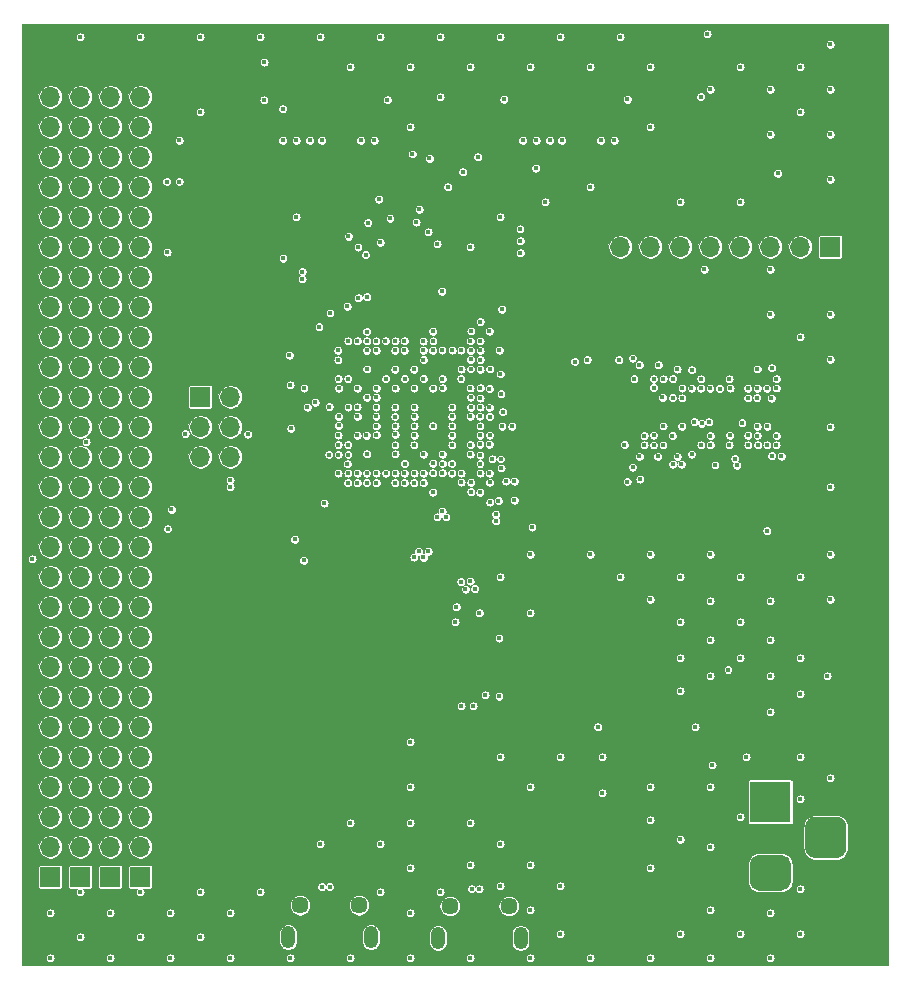
<source format=gbr>
%TF.GenerationSoftware,KiCad,Pcbnew,(5.1.8-0-10_14)*%
%TF.CreationDate,2020-12-08T12:39:33+00:00*%
%TF.ProjectId,STM32MP1_TestBoard,53544d33-324d-4503-915f-54657374426f,rev?*%
%TF.SameCoordinates,Original*%
%TF.FileFunction,Copper,L3,Inr*%
%TF.FilePolarity,Positive*%
%FSLAX46Y46*%
G04 Gerber Fmt 4.6, Leading zero omitted, Abs format (unit mm)*
G04 Created by KiCad (PCBNEW (5.1.8-0-10_14)) date 2020-12-08 12:39:33*
%MOMM*%
%LPD*%
G01*
G04 APERTURE LIST*
%TA.AperFunction,ComponentPad*%
%ADD10O,1.700000X1.700000*%
%TD*%
%TA.AperFunction,ComponentPad*%
%ADD11R,1.700000X1.700000*%
%TD*%
%TA.AperFunction,ComponentPad*%
%ADD12R,3.500000X3.500000*%
%TD*%
%TA.AperFunction,ComponentPad*%
%ADD13O,1.200000X1.900000*%
%TD*%
%TA.AperFunction,ComponentPad*%
%ADD14C,1.450000*%
%TD*%
%TA.AperFunction,ViaPad*%
%ADD15C,0.450000*%
%TD*%
%TA.AperFunction,Conductor*%
%ADD16C,0.100000*%
%TD*%
G04 APERTURE END LIST*
D10*
%TO.N,/GPIO/DSI_D0_N*%
%TO.C,J7*%
X177800000Y-88900000D03*
%TO.N,/GPIO/DSI_D0_P*%
X180340000Y-88900000D03*
%TO.N,/GPIO/DSI_CK_N*%
X182880000Y-88900000D03*
%TO.N,/GPIO/DSI_CK_P*%
X185420000Y-88900000D03*
%TO.N,/GPIO/DSI_D1_N*%
X187960000Y-88900000D03*
%TO.N,/GPIO/DSI_D1_P*%
X190500000Y-88900000D03*
%TO.N,GNDS*%
X193040000Y-88900000D03*
D11*
%TO.N,/DebugInterface1/3.3V_VDD*%
X195580000Y-88900000D03*
%TD*%
%TO.N,N/C*%
%TO.C,J9*%
%TA.AperFunction,ComponentPad*%
G36*
G01*
X196075000Y-140640000D02*
X194325000Y-140640000D01*
G75*
G02*
X193450000Y-139765000I0J875000D01*
G01*
X193450000Y-138015000D01*
G75*
G02*
X194325000Y-137140000I875000J0D01*
G01*
X196075000Y-137140000D01*
G75*
G02*
X196950000Y-138015000I0J-875000D01*
G01*
X196950000Y-139765000D01*
G75*
G02*
X196075000Y-140640000I-875000J0D01*
G01*
G37*
%TD.AperFunction*%
%TO.N,GNDS*%
%TA.AperFunction,ComponentPad*%
G36*
G01*
X191500000Y-143390000D02*
X189500000Y-143390000D01*
G75*
G02*
X188750000Y-142640000I0J750000D01*
G01*
X188750000Y-141140000D01*
G75*
G02*
X189500000Y-140390000I750000J0D01*
G01*
X191500000Y-140390000D01*
G75*
G02*
X192250000Y-141140000I0J-750000D01*
G01*
X192250000Y-142640000D01*
G75*
G02*
X191500000Y-143390000I-750000J0D01*
G01*
G37*
%TD.AperFunction*%
D12*
%TO.N,Net-(D2-Pad2)*%
X190500000Y-135890000D03*
%TD*%
D13*
%TO.N,Net-(J8-Pad6)*%
%TO.C,J8*%
X156687400Y-147338300D03*
X149687400Y-147338300D03*
D14*
X155687400Y-144638300D03*
X150687400Y-144638300D03*
%TD*%
D10*
%TO.N,Net-(J5-Pad6)*%
%TO.C,J5*%
X144780000Y-106680000D03*
%TO.N,Net-(J5-Pad5)*%
X142240000Y-106680000D03*
%TO.N,Net-(J5-Pad4)*%
X144780000Y-104140000D03*
%TO.N,Net-(J5-Pad3)*%
X142240000Y-104140000D03*
%TO.N,Net-(J5-Pad2)*%
X144780000Y-101600000D03*
D11*
%TO.N,Net-(J5-Pad1)*%
X142240000Y-101600000D03*
%TD*%
D10*
%TO.N,GNDS*%
%TO.C,J4*%
X129540000Y-76200000D03*
%TO.N,/DebugInterface1/3.3V_VDD*%
X129540000Y-78740000D03*
%TO.N,Net-(J4-Pad25)*%
X129540000Y-81280000D03*
%TO.N,/GPIO/PC8*%
X129540000Y-83820000D03*
%TO.N,/GPIO/PC12*%
X129540000Y-86360000D03*
%TO.N,/GPIO/PB14*%
X129540000Y-88900000D03*
%TO.N,/GPIO/PA9*%
X129540000Y-91440000D03*
%TO.N,/GPIO/PD5*%
X129540000Y-93980000D03*
%TO.N,/GPIO/PE3*%
X129540000Y-96520000D03*
%TO.N,/GPIO/PD7*%
X129540000Y-99060000D03*
%TO.N,/GPIO/PG15*%
X129540000Y-101600000D03*
%TO.N,/GPIO/PE14*%
X129540000Y-104140000D03*
%TO.N,/GPIO/PG12*%
X129540000Y-106680000D03*
%TO.N,/GPIO/PD9*%
X129540000Y-109220000D03*
%TO.N,/GPIO/PA3*%
X129540000Y-111760000D03*
%TO.N,/GPIO/PA5*%
X129540000Y-114300000D03*
%TO.N,/GPIO/PE2*%
X129540000Y-116840000D03*
%TO.N,/GPIO/PG13*%
X129540000Y-119380000D03*
%TO.N,/GPIO/PB1*%
X129540000Y-121920000D03*
%TO.N,/GPIO/PA1*%
X129540000Y-124460000D03*
%TO.N,/GPIO/PF11*%
X129540000Y-127000000D03*
%TO.N,/GPIO/PC0*%
X129540000Y-129540000D03*
%TO.N,/GPIO/PB5*%
X129540000Y-132080000D03*
%TO.N,/GPIO/PB13*%
X129540000Y-134620000D03*
%TO.N,/GPIO/PE7*%
X129540000Y-137160000D03*
%TO.N,/GPIO/PE8*%
X129540000Y-139700000D03*
D11*
%TO.N,/GPIO/PG9*%
X129540000Y-142240000D03*
%TD*%
D10*
%TO.N,GNDS*%
%TO.C,J3*%
X132080000Y-76200000D03*
%TO.N,/DebugInterface1/3.3V_VDD*%
X132080000Y-78740000D03*
%TO.N,Net-(J3-Pad25)*%
X132080000Y-81280000D03*
%TO.N,/GPIO/PC10*%
X132080000Y-83820000D03*
%TO.N,/GPIO/PC6*%
X132080000Y-86360000D03*
%TO.N,/GPIO/PB9*%
X132080000Y-88900000D03*
%TO.N,/GPIO/PB3*%
X132080000Y-91440000D03*
%TO.N,/GPIO/PG6*%
X132080000Y-93980000D03*
%TO.N,/GPIO/PB7*%
X132080000Y-96520000D03*
%TO.N,/GPIO/PE0*%
X132080000Y-99060000D03*
%TO.N,/GPIO/PE1*%
X132080000Y-101600000D03*
%TO.N,/GPIO/PE12*%
X132080000Y-104140000D03*
%TO.N,/GPIO/PD8*%
X132080000Y-106680000D03*
%TO.N,/GPIO/PC14*%
X132080000Y-109220000D03*
%TO.N,/GPIO/PH0*%
X132080000Y-111760000D03*
%TO.N,/GPIO/PA14*%
X132080000Y-114300000D03*
%TO.N,/GPIO/PC2*%
X132080000Y-116840000D03*
%TO.N,/GPIO/PB11*%
X132080000Y-119380000D03*
%TO.N,/GPIO/PB0*%
X132080000Y-121920000D03*
%TO.N,/GPIO/PA6*%
X132080000Y-124460000D03*
%TO.N,/GPIO/PA7*%
X132080000Y-127000000D03*
%TO.N,/GPIO/PG8*%
X132080000Y-129540000D03*
%TO.N,/GPIO/PF10*%
X132080000Y-132080000D03*
%TO.N,/GPIO/PF6*%
X132080000Y-134620000D03*
%TO.N,/GPIO/PE10*%
X132080000Y-137160000D03*
%TO.N,/GPIO/PD13*%
X132080000Y-139700000D03*
D11*
%TO.N,/GPIO/PA10*%
X132080000Y-142240000D03*
%TD*%
D10*
%TO.N,GNDS*%
%TO.C,J2*%
X134620000Y-76200000D03*
%TO.N,/DebugInterface1/3.3V_VDD*%
X134620000Y-78740000D03*
%TO.N,/GPIO/PC11*%
X134620000Y-81280000D03*
%TO.N,/GPIO/PC9*%
X134620000Y-83820000D03*
%TO.N,/GPIO/PC7*%
X134620000Y-86360000D03*
%TO.N,/GPIO/PB15*%
X134620000Y-88900000D03*
%TO.N,/GPIO/PE5*%
X134620000Y-91440000D03*
%TO.N,/GPIO/PD3*%
X134620000Y-93980000D03*
%TO.N,/GPIO/PD10*%
X134620000Y-96520000D03*
%TO.N,/GPIO/PD0*%
X134620000Y-99060000D03*
%TO.N,/GPIO/PE13*%
X134620000Y-101600000D03*
%TO.N,/GPIO/PE15*%
X134620000Y-104140000D03*
%TO.N,/GPIO/PD14*%
X134620000Y-106680000D03*
%TO.N,/GPIO/PC15*%
X134620000Y-109220000D03*
%TO.N,/GPIO/PH1*%
X134620000Y-111760000D03*
%TO.N,/GPIO/PA0*%
X134620000Y-114300000D03*
%TO.N,/GPIO/PC3*%
X134620000Y-116840000D03*
%TO.N,/GPIO/PC1*%
X134620000Y-119380000D03*
%TO.N,/GPIO/PC5*%
X134620000Y-121920000D03*
%TO.N,/GPIO/PB12*%
X134620000Y-124460000D03*
%TO.N,/GPIO/PG11*%
X134620000Y-127000000D03*
%TO.N,/GPIO/PG10*%
X134620000Y-129540000D03*
%TO.N,/GPIO/PD11*%
X134620000Y-132080000D03*
%TO.N,/GPIO/PF9*%
X134620000Y-134620000D03*
%TO.N,/GPIO/PG7*%
X134620000Y-137160000D03*
%TO.N,/GPIO/PB6*%
X134620000Y-139700000D03*
D11*
%TO.N,/GPIO/PA12*%
X134620000Y-142240000D03*
%TD*%
D10*
%TO.N,GNDS*%
%TO.C,J1*%
X137160000Y-76200000D03*
%TO.N,/DebugInterface1/3.3V_VDD*%
X137160000Y-78740000D03*
%TO.N,/GPIO/PE4*%
X137160000Y-81280000D03*
%TO.N,/GPIO/PD2*%
X137160000Y-83820000D03*
%TO.N,/GPIO/PB4*%
X137160000Y-86360000D03*
%TO.N,/GPIO/PA8*%
X137160000Y-88900000D03*
%TO.N,/GPIO/PA15*%
X137160000Y-91440000D03*
%TO.N,/GPIO/PD4*%
X137160000Y-93980000D03*
%TO.N,/GPIO/PD1*%
X137160000Y-96520000D03*
%TO.N,/GPIO/PE6*%
X137160000Y-99060000D03*
%TO.N,/GPIO/PE11*%
X137160000Y-101600000D03*
%TO.N,/GPIO/PD6*%
X137160000Y-104140000D03*
%TO.N,/GPIO/PD15*%
X137160000Y-106680000D03*
%TO.N,/GPIO/PC13*%
X137160000Y-109220000D03*
%TO.N,/GPIO/BOOT_STATUS*%
X137160000Y-111760000D03*
%TO.N,/GPIO/PA4*%
X137160000Y-114300000D03*
%TO.N,/GPIO/PG14*%
X137160000Y-116840000D03*
%TO.N,/GPIO/PA2*%
X137160000Y-119380000D03*
%TO.N,/GPIO/PC4*%
X137160000Y-121920000D03*
%TO.N,/GPIO/PB10*%
X137160000Y-124460000D03*
%TO.N,/GPIO/PB8*%
X137160000Y-127000000D03*
%TO.N,/GPIO/PE9*%
X137160000Y-129540000D03*
%TO.N,/GPIO/PF7*%
X137160000Y-132080000D03*
%TO.N,/GPIO/PF8*%
X137160000Y-134620000D03*
%TO.N,/GPIO/PD12*%
X137160000Y-137160000D03*
%TO.N,/GPIO/PB2*%
X137160000Y-139700000D03*
D11*
%TO.N,/GPIO/PA11*%
X137160000Y-142240000D03*
%TD*%
D13*
%TO.N,Net-(J14-Pad6)*%
%TO.C,J14*%
X169362000Y-147414500D03*
X162362000Y-147414500D03*
D14*
X168362000Y-144714500D03*
X163362000Y-144714500D03*
%TD*%
D15*
%TO.N,GNDS*%
X185420000Y-122174000D03*
X157149800Y-100863400D03*
X157137100Y-101638100D03*
X157124400Y-102463600D03*
X157156200Y-104806800D03*
X157149800Y-104063800D03*
X157124400Y-103251000D03*
X156337000Y-101638100D03*
X155536900Y-100863400D03*
X158724600Y-102463600D03*
X158750000Y-100863400D03*
X157937200Y-100050600D03*
X158724600Y-103263700D03*
X158750000Y-104051100D03*
X158750000Y-104775000D03*
X160350200Y-102463600D03*
X160350200Y-103251000D03*
X161925000Y-100863400D03*
X160343700Y-100863400D03*
X159537400Y-100050600D03*
X161137600Y-100050600D03*
X160350200Y-104051100D03*
X160350200Y-104851200D03*
X160324800Y-105664000D03*
X161137600Y-106451400D03*
X161925000Y-104051100D03*
X162737800Y-100050600D03*
X163550600Y-102463600D03*
X163550600Y-103251000D03*
X163550600Y-104851200D03*
X163525200Y-107238800D03*
X162737800Y-106451400D03*
X158737300Y-105664000D03*
X158750000Y-106426000D03*
X155524200Y-102438200D03*
X156337000Y-106426000D03*
X154736800Y-108051600D03*
X164338000Y-99250500D03*
X160324800Y-99263200D03*
X158724600Y-99263200D03*
X155536900Y-103251000D03*
X156324300Y-108864400D03*
X157937200Y-108051600D03*
X156337000Y-99237800D03*
X152299000Y-95657000D03*
X153898600Y-98464000D03*
X153924000Y-100050594D03*
X153136600Y-106476800D03*
X165149000Y-108839000D03*
X165125000Y-97663000D03*
X189407800Y-99237800D03*
X182620000Y-99243800D03*
X190500000Y-145288000D03*
X185420000Y-125222000D03*
X182880000Y-120650000D03*
X182880000Y-126492000D03*
X182880000Y-123698000D03*
X190601600Y-101701600D03*
X184632600Y-100063300D03*
X190619998Y-99136200D03*
X184632600Y-105664000D03*
X191439800Y-106616500D03*
X189445902Y-105664000D03*
X188607700Y-105664000D03*
X180979090Y-106638610D03*
X182620002Y-106638610D03*
X179420000Y-106638610D03*
X179463700Y-108556310D03*
X185826400Y-107365802D03*
X181025800Y-98882200D03*
X177673000Y-98450400D03*
X179418359Y-98875246D03*
X187020202Y-105664000D03*
X195580000Y-71755000D03*
X162687000Y-92659200D03*
X161144999Y-98450400D03*
X162737800Y-108026200D03*
X154736800Y-105638600D03*
X159537400Y-107238800D03*
X163550609Y-105664000D03*
X163550609Y-104051100D03*
X149783800Y-98069400D03*
X149910800Y-104266998D03*
X156336798Y-96062800D03*
X166725600Y-96037400D03*
X167487600Y-110378990D03*
X190222281Y-112925687D03*
X190625009Y-106572700D03*
X193040000Y-147066000D03*
X187960000Y-147066000D03*
X185420000Y-145034000D03*
X182880000Y-147066000D03*
X172720000Y-147066000D03*
X170180000Y-145034000D03*
X172720000Y-143002000D03*
X167640000Y-143002000D03*
X165100000Y-141224000D03*
X160020000Y-134620000D03*
X157480000Y-139446000D03*
X154940000Y-137668000D03*
X160020000Y-137668000D03*
X195580000Y-133858000D03*
X193040000Y-132080000D03*
X187960000Y-137160000D03*
X185420000Y-134620000D03*
X180340000Y-134620000D03*
X185420000Y-139700000D03*
X167640000Y-132080000D03*
X170180000Y-134620000D03*
X172720000Y-132080000D03*
X167640000Y-116840000D03*
X170180000Y-114935000D03*
X177800000Y-116840000D03*
X180340000Y-114935000D03*
X182880000Y-116840000D03*
X185420000Y-114935000D03*
X187960000Y-116840000D03*
X185420000Y-118872000D03*
X180340000Y-118745000D03*
X190500000Y-118872000D03*
X193040000Y-116840000D03*
X195580000Y-118745000D03*
X195580000Y-114935000D03*
X195580000Y-109220000D03*
X195580000Y-104140000D03*
X195580000Y-98425000D03*
X193040000Y-96520000D03*
X195580000Y-94615000D03*
X195580000Y-83185000D03*
X195580000Y-79375000D03*
X195580000Y-75565000D03*
X193040000Y-77470000D03*
X193040000Y-73660000D03*
X190500000Y-94615000D03*
X180340000Y-73660000D03*
X177800000Y-71120000D03*
X175260000Y-73660000D03*
X172720000Y-71120000D03*
X170180000Y-73660000D03*
X167640000Y-71120000D03*
X165100000Y-73660000D03*
X162560000Y-71120000D03*
X160020000Y-73660000D03*
X157480000Y-71120000D03*
X154940000Y-73660000D03*
X152400000Y-71120000D03*
X162560000Y-76200000D03*
X147320000Y-71120000D03*
X142240000Y-71120000D03*
X137160000Y-71120000D03*
X132080000Y-71120000D03*
X180340000Y-78740000D03*
X160020000Y-149098000D03*
X160020000Y-145288000D03*
X160020000Y-141478000D03*
X144780000Y-145288000D03*
X142240000Y-147320000D03*
X139700000Y-145288000D03*
X137160000Y-147320000D03*
X134620000Y-145288000D03*
X132080000Y-147320000D03*
X129540000Y-145288000D03*
X170180000Y-119888000D03*
X140462000Y-79883000D03*
X190500000Y-122174000D03*
X193040000Y-123698000D03*
X190500000Y-128270000D03*
X187960000Y-120650000D03*
X193040000Y-143256000D03*
X160020000Y-78740000D03*
X163195000Y-83820000D03*
X165100000Y-88900000D03*
X167640000Y-86360000D03*
X171450000Y-85090000D03*
X182880000Y-85090000D03*
X187960000Y-85090000D03*
X190500000Y-75565000D03*
X187960000Y-73660000D03*
X185420000Y-75565000D03*
X190500000Y-79375000D03*
X190500000Y-90805000D03*
X184912000Y-90805000D03*
X164465000Y-82550000D03*
X165735000Y-81280000D03*
X190500000Y-125222000D03*
X190500000Y-149098000D03*
X185420000Y-149098000D03*
X180340000Y-149098000D03*
X175260000Y-149098000D03*
X170180000Y-141224000D03*
X167640000Y-139446000D03*
X165100000Y-137668000D03*
X157480000Y-143510000D03*
X162560000Y-143510000D03*
X152400000Y-139446000D03*
X160020000Y-130810000D03*
X154940000Y-149098000D03*
X149860000Y-149098000D03*
X144780000Y-149098000D03*
X139700000Y-149098000D03*
X134620000Y-149098000D03*
X129540000Y-149098000D03*
X147320000Y-143510000D03*
X142240000Y-143510000D03*
X137160000Y-143510000D03*
X132080000Y-143510000D03*
X165100000Y-149098000D03*
X170180000Y-149098000D03*
X187960000Y-123698000D03*
X193040000Y-126746000D03*
X195326000Y-125222000D03*
X188468000Y-132080000D03*
X193040000Y-135636000D03*
X180340000Y-137414000D03*
X176276000Y-135128000D03*
X176276000Y-132080000D03*
X180340000Y-141478000D03*
X152730200Y-110591600D03*
X175260000Y-114935000D03*
%TO.N,/DebugInterface1/3.3V_VDD*%
X153950000Y-104013000D03*
X152527000Y-79883000D03*
X172847000Y-79883000D03*
X156311600Y-104851200D03*
X153924000Y-105638600D03*
X139801600Y-111125000D03*
X161941799Y-107222001D03*
X191135000Y-82677000D03*
X162750500Y-100838000D03*
X161925000Y-96051000D03*
X149225000Y-77216000D03*
X164338000Y-127762000D03*
X175260000Y-83820000D03*
%TO.N,Net-(C4-Pad1)*%
X184150000Y-129540000D03*
X175895000Y-129540000D03*
X186922500Y-124692500D03*
%TO.N,/PSU/1.35V_VDDCORE*%
X159512000Y-104051100D03*
X159537400Y-103238300D03*
X159537400Y-102463600D03*
X159537400Y-100863400D03*
X158724600Y-100050600D03*
X157937200Y-100863400D03*
X157124400Y-100025200D03*
X157937200Y-101638100D03*
X157949900Y-102463600D03*
X161137600Y-101638100D03*
X161150300Y-102463600D03*
X161137600Y-103238300D03*
X161137600Y-104051100D03*
X160324800Y-99999800D03*
X161137600Y-100863400D03*
X161124900Y-104838500D03*
X162737800Y-104851200D03*
X162737800Y-104051100D03*
X162750500Y-103251000D03*
X162737800Y-102463600D03*
X162737800Y-101650800D03*
X161137600Y-99250500D03*
X162737800Y-99250500D03*
X163537900Y-99250500D03*
X164338000Y-101638100D03*
X164338000Y-102463600D03*
X164363400Y-103200200D03*
X157911800Y-99237800D03*
X156337000Y-100863400D03*
X161137600Y-105664000D03*
X162725100Y-105664000D03*
X163550600Y-106451400D03*
X164338000Y-104838500D03*
X164325300Y-104051100D03*
X154736800Y-100863400D03*
X159537400Y-99250500D03*
X190813500Y-111014700D03*
X183819800Y-100076000D03*
X185420000Y-100063300D03*
X190220600Y-100063300D03*
X191420000Y-99136200D03*
X183832500Y-105657500D03*
X191833500Y-105664000D03*
X181791808Y-106638610D03*
X180219997Y-106638610D03*
X186232800Y-104038400D03*
X181787800Y-98907600D03*
X180225700Y-98872790D03*
X187426600Y-99136200D03*
X186232800Y-106502200D03*
X155555450Y-100056450D03*
X195326000Y-128524000D03*
%TO.N,/PSU/1V8_DETECT*%
X161950400Y-96850200D03*
X165354000Y-127762000D03*
X163830000Y-120650000D03*
X167538400Y-126949200D03*
X167538400Y-122021600D03*
%TO.N,Net-(C12-Pad2)*%
X155525212Y-104860210D03*
%TO.N,/DebugInterface1/NRST*%
X184607200Y-76174600D03*
X151968202Y-102057200D03*
X185166000Y-70866000D03*
%TO.N,Net-(C14-Pad2)*%
X153923998Y-104838500D03*
%TO.N,Net-(C15-Pad1)*%
X153162500Y-102425500D03*
%TO.N,/PSU/3V3_USB*%
X163920968Y-119380000D03*
X166369998Y-126822200D03*
%TO.N,/DDR/DDR_VREF*%
X182245002Y-107291990D03*
X187020200Y-100069993D03*
X182219600Y-104876600D03*
X178384200Y-108762796D03*
%TO.N,Net-(C69-Pad2)*%
X165160594Y-96014807D03*
%TO.N,Net-(C69-Pad1)*%
X161925000Y-97663000D03*
%TO.N,/DebugInterface1/SWO*%
X162712400Y-97647000D03*
X169316400Y-87376000D03*
%TO.N,/DebugInterface1/SWCLK*%
X164312600Y-97647000D03*
X169341800Y-89408000D03*
%TO.N,/DebugInterface1/SWDIO*%
X163566941Y-97647000D03*
X169341800Y-88392000D03*
%TO.N,/GPIO/BOOT_STATUS*%
X142240000Y-77470000D03*
%TO.N,Net-(J12-Pad9)*%
X178409600Y-76403200D03*
X167944800Y-76403198D03*
%TO.N,Net-(J13-Pad9)*%
X147624800Y-76454000D03*
X158089600Y-76454000D03*
%TO.N,/DDR/DDR_CKE*%
X183838600Y-106451400D03*
X167665400Y-106857800D03*
%TO.N,Net-(R10-Pad1)*%
X166751000Y-99237800D03*
%TO.N,Net-(R11-Pad1)*%
X182968900Y-107291990D03*
%TO.N,Net-(R15-Pad1)*%
X175006000Y-98450400D03*
X164312599Y-100050600D03*
%TO.N,/DDR/DDR_A12*%
X165925100Y-104051100D03*
X181432201Y-104063800D03*
%TO.N,/DDR/DDR_A14*%
X178155593Y-105638609D03*
X166712600Y-105612577D03*
%TO.N,/DDR/DDR_ODT*%
X183845200Y-99314000D03*
X167703600Y-101330010D03*
%TO.N,/DDR/DDR_A0*%
X165937902Y-101697820D03*
X181374019Y-101644042D03*
%TO.N,/DDR/DDR_A2*%
X165950012Y-100837988D03*
X180619400Y-100803190D03*
%TO.N,/DDR/DDR_A4*%
X180619400Y-105676700D03*
X165100000Y-106451400D03*
%TO.N,/DDR/DDR_A6*%
X165112700Y-105638700D03*
X179832000Y-105664000D03*
%TO.N,/DDR/DDR_A8*%
X165925502Y-107251500D03*
X178841400Y-107543600D03*
%TO.N,/DDR/DDR_A10*%
X168630600Y-104089200D03*
X183007000Y-104089200D03*
%TO.N,/DDR/DDR_BA0*%
X182245000Y-100050600D03*
X166725600Y-100896041D03*
%TO.N,/DDR/DDR_BA2*%
X165138100Y-102476300D03*
X182229399Y-101660601D03*
%TO.N,/DDR/DDR_CASN*%
X165112700Y-103238300D03*
X183832603Y-100859370D03*
%TO.N,/DDR/DDR_A13*%
X165935183Y-99263200D03*
X173939200Y-98602800D03*
%TO.N,/DDR/DDR_WEN*%
X165938202Y-102463600D03*
X183019700Y-101676200D03*
%TO.N,/DDR/DDR_A5*%
X180619400Y-100076000D03*
X165125400Y-101625400D03*
%TO.N,/DDR/DDR_A7*%
X165125400Y-99237802D03*
X178841400Y-98323400D03*
%TO.N,/DDR/DDR_A9*%
X165100000Y-100850700D03*
X178968400Y-100060010D03*
%TO.N,/DDR/DDR_A11*%
X166735687Y-104844677D03*
X179832000Y-104882711D03*
%TO.N,/DDR/DDR_BA1*%
X181419500Y-105670500D03*
X165927291Y-105612577D03*
%TO.N,/DDR/DDR_RASN*%
X184619900Y-100863400D03*
X165895161Y-103235010D03*
%TO.N,/DDR/DDR_CSN*%
X166713443Y-102489864D03*
X183032394Y-100857600D03*
%TO.N,/DDR/DDR_A1*%
X165925500Y-104851500D03*
X180619404Y-104844677D03*
%TO.N,/DDR/DDR_A3*%
X181432200Y-100063300D03*
X167652800Y-99657000D03*
%TO.N,/DDR/DDR_DQ11*%
X190195200Y-100876100D03*
X166763700Y-110515400D03*
%TO.N,/DDR/DDR_DQ6*%
X167563800Y-97637600D03*
X186207400Y-100888800D03*
%TO.N,/DDR/DDR_DQ12*%
X191020700Y-104876600D03*
X167259000Y-111540810D03*
%TO.N,/DDR/DDR_DQ14*%
X191008000Y-105664000D03*
X165912800Y-109677198D03*
%TO.N,/DDR/DDR_DQM1*%
X188607700Y-104851200D03*
X166742734Y-108841059D03*
%TO.N,/DDR/DDR_DQ13*%
X166725600Y-108051604D03*
X191020700Y-100063300D03*
X170332400Y-112623600D03*
X168122600Y-108737398D03*
%TO.N,/DDR/DDR_DQ10*%
X190213996Y-105664000D03*
X166954200Y-106845100D03*
X168833800Y-108737400D03*
X167716200Y-107619800D03*
X168833800Y-110337600D03*
%TO.N,/DDR/DDR_DQ8*%
X189395100Y-104869600D03*
X165931002Y-106532601D03*
%TO.N,/DDR/DDR_DQ4*%
X185407300Y-100876100D03*
X165938200Y-98440990D03*
%TO.N,/DDR/DDR_DQ2*%
X165938200Y-97664194D03*
X187105800Y-100861937D03*
%TO.N,/DDR/DDR_DQM0*%
X189407800Y-100876100D03*
X188595000Y-101695000D03*
X165938200Y-96864200D03*
%TO.N,/DDR/DDR_DQ7*%
X185432403Y-104876600D03*
X184683400Y-103835200D03*
%TO.N,/DDR/DDR_DQ1*%
X188112400Y-103784400D03*
X167767000Y-94183200D03*
%TO.N,/DDR/DDR_DQ15*%
X191020700Y-100850700D03*
X167259000Y-112080823D03*
%TO.N,/DDR/DDR_DQ9*%
X165938200Y-108051600D03*
X189369700Y-101663500D03*
%TO.N,/DDR/DDR_DQ5*%
X185426000Y-105664000D03*
X165125398Y-98425000D03*
%TO.N,/DDR/DDR_DQ3*%
X165112702Y-96862900D03*
X187064545Y-104856045D03*
%TO.N,/DDR/DDR_DQ0*%
X165938200Y-95224600D03*
X188595000Y-100876100D03*
%TO.N,/GPIO/USB_Conn/USB_D1_P*%
X165212000Y-143256000D03*
X162721410Y-111277400D03*
%TO.N,/GPIO/USB_Conn/USB_D2_P*%
X153187400Y-143065492D03*
X162303578Y-111760000D03*
%TO.N,/DDR/DDR_CLK_N*%
X184073806Y-103695500D03*
X167843200Y-102870004D03*
%TO.N,/DDR/DDR_CLK_P*%
X185293002Y-103708200D03*
X167792400Y-104089200D03*
%TO.N,/DDR/DDR_DQS1_P*%
X189400787Y-104089200D03*
X187655202Y-107391200D03*
%TO.N,/DDR/DDR_DQS1_N*%
X187502800Y-106832400D03*
X190234211Y-104089200D03*
%TO.N,/GPIO/USB_Conn/USB_D1_N*%
X165862000Y-143256000D03*
X163033590Y-111760000D03*
%TO.N,/GPIO/USB_Conn/USB_D2_N*%
X152526999Y-143065501D03*
X161925000Y-109663000D03*
%TO.N,/GPIO/PB6*%
X161925000Y-108026200D03*
X161544000Y-114681000D03*
%TO.N,/GPIO/PC9*%
X177292000Y-79883000D03*
X157353000Y-84861400D03*
X160204150Y-81032350D03*
%TO.N,/GPIO/PC8*%
X176149000Y-79883000D03*
X161112200Y-96875600D03*
X160782000Y-85725000D03*
X140462000Y-83362800D03*
%TO.N,/GPIO/PC12*%
X159524700Y-96850200D03*
X161645598Y-81407000D03*
X156438600Y-86842600D03*
%TO.N,/GPIO/PD2*%
X171831000Y-79883000D03*
X161544000Y-87630000D03*
%TO.N,/GPIO/PC11*%
X170688000Y-79883000D03*
X162306000Y-88646000D03*
X170649900Y-82232500D03*
%TO.N,/GPIO/PC10*%
X169545000Y-79883000D03*
X160528000Y-86804500D03*
X161124900Y-97650300D03*
X139395200Y-83362800D03*
%TO.N,/GPIO/PB15*%
X156972000Y-79883000D03*
X154791180Y-88005022D03*
%TO.N,/GPIO/PB13*%
X155829000Y-79883000D03*
X159524700Y-108051600D03*
%TO.N,/GPIO/PC1*%
X147650200Y-73253600D03*
%TO.N,/GPIO/PA0*%
X151511000Y-79883000D03*
X128016000Y-115315996D03*
%TO.N,/GPIO/PB4*%
X150368000Y-79883000D03*
X150368000Y-86360000D03*
%TO.N,/GPIO/PB3*%
X149225000Y-79883000D03*
X149250400Y-89865200D03*
%TO.N,/GPIO/PA11*%
X165150796Y-109626402D03*
X165871010Y-119888000D03*
%TO.N,/GPIO/PA12*%
X164338000Y-108812613D03*
X165481000Y-117830596D03*
%TO.N,/GPIO/PA10*%
X164338000Y-108050000D03*
X165090990Y-117204610D03*
%TO.N,/GPIO/PG9*%
X163537900Y-108051600D03*
X164700988Y-117875124D03*
%TO.N,/GPIO/PB2*%
X162737800Y-107238800D03*
X164310978Y-117248024D03*
%TO.N,/GPIO/PD13*%
X161137600Y-108864400D03*
X161137600Y-115189000D03*
%TO.N,/GPIO/PD12*%
X160324800Y-108864400D03*
X160324800Y-115163600D03*
%TO.N,/GPIO/PE8*%
X161125600Y-108051600D03*
X160731200Y-114681000D03*
%TO.N,/GPIO/PF8*%
X159524700Y-108864400D03*
%TO.N,/GPIO/PE7*%
X160350200Y-108051600D03*
%TO.N,/GPIO/PC6*%
X158305500Y-86487000D03*
X159512000Y-97650300D03*
%TO.N,/GPIO/PF10*%
X158724600Y-108864400D03*
%TO.N,/GPIO/PB9*%
X158724600Y-97650300D03*
X139446000Y-89344500D03*
X155600400Y-88925400D03*
%TO.N,/GPIO/PB14*%
X158750000Y-96850200D03*
X157480002Y-88519000D03*
%TO.N,/GPIO/PB5*%
X158750000Y-108051600D03*
%TO.N,/GPIO/PA9*%
X157924500Y-96850200D03*
X156235400Y-89560400D03*
%TO.N,/GPIO/PG8*%
X157149800Y-108864400D03*
%TO.N,/GPIO/PC0*%
X157137100Y-108051600D03*
%TO.N,/GPIO/PD5*%
X157137100Y-97650300D03*
X150876000Y-91617800D03*
%TO.N,/GPIO/PA15*%
X157128083Y-96850200D03*
X150876000Y-90982800D03*
%TO.N,/GPIO/PA7*%
X156324300Y-108051600D03*
%TO.N,/GPIO/PD4*%
X156324300Y-97650300D03*
X155625800Y-93218000D03*
%TO.N,/GPIO/PD3*%
X156337000Y-96850200D03*
X156337000Y-93116400D03*
%TO.N,/GPIO/PF11*%
X155536900Y-108864400D03*
%TO.N,/GPIO/PA6*%
X155536900Y-108051600D03*
%TO.N,/GPIO/PD10*%
X155536900Y-96850200D03*
X154686000Y-93929200D03*
%TO.N,/GPIO/PA1*%
X154724100Y-108864400D03*
%TO.N,/GPIO/PA4*%
X154701909Y-107261091D03*
X150240996Y-113664996D03*
%TO.N,/GPIO/PA5*%
X154749500Y-106476800D03*
X139472399Y-112775001D03*
%TO.N,/GPIO/PE0*%
X153225500Y-94497000D03*
X154736798Y-96850202D03*
%TO.N,/GPIO/PC3*%
X153924000Y-108051600D03*
X151003000Y-115442986D03*
%TO.N,/GPIO/PA3*%
X153924000Y-106476800D03*
%TO.N,/GPIO/PC13*%
X153949400Y-103251000D03*
X144780002Y-109220000D03*
%TO.N,/GPIO/PD9*%
X153959926Y-100861425D03*
X151028400Y-100863400D03*
%TO.N,/GPIO/PD14*%
X154736800Y-100050600D03*
X149860000Y-100584000D03*
%TO.N,/GPIO/PE14*%
X153898600Y-97663000D03*
%TO.N,/GPIO/PG12*%
X132588000Y-105410000D03*
X146253200Y-104749600D03*
X140970000Y-104711500D03*
%TO.N,Net-(J5-Pad6)*%
X144780000Y-108635800D03*
%TO.N,Net-(J5-Pad4)*%
X154749500Y-102463600D03*
%TO.N,Net-(J5-Pad2)*%
X151307800Y-102463600D03*
%TO.N,Net-(C1-Pad1)*%
X185590000Y-132764990D03*
X182880000Y-139065000D03*
%TO.N,Net-(U1-PadK18)*%
X166733898Y-103259898D03*
%TD*%
D16*
%TO.N,/PSU/1.35V_VDDCORE*%
X200485001Y-149685000D02*
X127175000Y-149685000D01*
X127175000Y-149061066D01*
X129165000Y-149061066D01*
X129165000Y-149134934D01*
X129179411Y-149207383D01*
X129207680Y-149275629D01*
X129248719Y-149337048D01*
X129300952Y-149389281D01*
X129362371Y-149430320D01*
X129430617Y-149458589D01*
X129503066Y-149473000D01*
X129576934Y-149473000D01*
X129649383Y-149458589D01*
X129717629Y-149430320D01*
X129779048Y-149389281D01*
X129831281Y-149337048D01*
X129872320Y-149275629D01*
X129900589Y-149207383D01*
X129915000Y-149134934D01*
X129915000Y-149061066D01*
X134245000Y-149061066D01*
X134245000Y-149134934D01*
X134259411Y-149207383D01*
X134287680Y-149275629D01*
X134328719Y-149337048D01*
X134380952Y-149389281D01*
X134442371Y-149430320D01*
X134510617Y-149458589D01*
X134583066Y-149473000D01*
X134656934Y-149473000D01*
X134729383Y-149458589D01*
X134797629Y-149430320D01*
X134859048Y-149389281D01*
X134911281Y-149337048D01*
X134952320Y-149275629D01*
X134980589Y-149207383D01*
X134995000Y-149134934D01*
X134995000Y-149061066D01*
X139325000Y-149061066D01*
X139325000Y-149134934D01*
X139339411Y-149207383D01*
X139367680Y-149275629D01*
X139408719Y-149337048D01*
X139460952Y-149389281D01*
X139522371Y-149430320D01*
X139590617Y-149458589D01*
X139663066Y-149473000D01*
X139736934Y-149473000D01*
X139809383Y-149458589D01*
X139877629Y-149430320D01*
X139939048Y-149389281D01*
X139991281Y-149337048D01*
X140032320Y-149275629D01*
X140060589Y-149207383D01*
X140075000Y-149134934D01*
X140075000Y-149061066D01*
X144405000Y-149061066D01*
X144405000Y-149134934D01*
X144419411Y-149207383D01*
X144447680Y-149275629D01*
X144488719Y-149337048D01*
X144540952Y-149389281D01*
X144602371Y-149430320D01*
X144670617Y-149458589D01*
X144743066Y-149473000D01*
X144816934Y-149473000D01*
X144889383Y-149458589D01*
X144957629Y-149430320D01*
X145019048Y-149389281D01*
X145071281Y-149337048D01*
X145112320Y-149275629D01*
X145140589Y-149207383D01*
X145155000Y-149134934D01*
X145155000Y-149061066D01*
X149485000Y-149061066D01*
X149485000Y-149134934D01*
X149499411Y-149207383D01*
X149527680Y-149275629D01*
X149568719Y-149337048D01*
X149620952Y-149389281D01*
X149682371Y-149430320D01*
X149750617Y-149458589D01*
X149823066Y-149473000D01*
X149896934Y-149473000D01*
X149969383Y-149458589D01*
X150037629Y-149430320D01*
X150099048Y-149389281D01*
X150151281Y-149337048D01*
X150192320Y-149275629D01*
X150220589Y-149207383D01*
X150235000Y-149134934D01*
X150235000Y-149061066D01*
X154565000Y-149061066D01*
X154565000Y-149134934D01*
X154579411Y-149207383D01*
X154607680Y-149275629D01*
X154648719Y-149337048D01*
X154700952Y-149389281D01*
X154762371Y-149430320D01*
X154830617Y-149458589D01*
X154903066Y-149473000D01*
X154976934Y-149473000D01*
X155049383Y-149458589D01*
X155117629Y-149430320D01*
X155179048Y-149389281D01*
X155231281Y-149337048D01*
X155272320Y-149275629D01*
X155300589Y-149207383D01*
X155315000Y-149134934D01*
X155315000Y-149061066D01*
X159645000Y-149061066D01*
X159645000Y-149134934D01*
X159659411Y-149207383D01*
X159687680Y-149275629D01*
X159728719Y-149337048D01*
X159780952Y-149389281D01*
X159842371Y-149430320D01*
X159910617Y-149458589D01*
X159983066Y-149473000D01*
X160056934Y-149473000D01*
X160129383Y-149458589D01*
X160197629Y-149430320D01*
X160259048Y-149389281D01*
X160311281Y-149337048D01*
X160352320Y-149275629D01*
X160380589Y-149207383D01*
X160395000Y-149134934D01*
X160395000Y-149061066D01*
X164725000Y-149061066D01*
X164725000Y-149134934D01*
X164739411Y-149207383D01*
X164767680Y-149275629D01*
X164808719Y-149337048D01*
X164860952Y-149389281D01*
X164922371Y-149430320D01*
X164990617Y-149458589D01*
X165063066Y-149473000D01*
X165136934Y-149473000D01*
X165209383Y-149458589D01*
X165277629Y-149430320D01*
X165339048Y-149389281D01*
X165391281Y-149337048D01*
X165432320Y-149275629D01*
X165460589Y-149207383D01*
X165475000Y-149134934D01*
X165475000Y-149061066D01*
X169805000Y-149061066D01*
X169805000Y-149134934D01*
X169819411Y-149207383D01*
X169847680Y-149275629D01*
X169888719Y-149337048D01*
X169940952Y-149389281D01*
X170002371Y-149430320D01*
X170070617Y-149458589D01*
X170143066Y-149473000D01*
X170216934Y-149473000D01*
X170289383Y-149458589D01*
X170357629Y-149430320D01*
X170419048Y-149389281D01*
X170471281Y-149337048D01*
X170512320Y-149275629D01*
X170540589Y-149207383D01*
X170555000Y-149134934D01*
X170555000Y-149061066D01*
X174885000Y-149061066D01*
X174885000Y-149134934D01*
X174899411Y-149207383D01*
X174927680Y-149275629D01*
X174968719Y-149337048D01*
X175020952Y-149389281D01*
X175082371Y-149430320D01*
X175150617Y-149458589D01*
X175223066Y-149473000D01*
X175296934Y-149473000D01*
X175369383Y-149458589D01*
X175437629Y-149430320D01*
X175499048Y-149389281D01*
X175551281Y-149337048D01*
X175592320Y-149275629D01*
X175620589Y-149207383D01*
X175635000Y-149134934D01*
X175635000Y-149061066D01*
X179965000Y-149061066D01*
X179965000Y-149134934D01*
X179979411Y-149207383D01*
X180007680Y-149275629D01*
X180048719Y-149337048D01*
X180100952Y-149389281D01*
X180162371Y-149430320D01*
X180230617Y-149458589D01*
X180303066Y-149473000D01*
X180376934Y-149473000D01*
X180449383Y-149458589D01*
X180517629Y-149430320D01*
X180579048Y-149389281D01*
X180631281Y-149337048D01*
X180672320Y-149275629D01*
X180700589Y-149207383D01*
X180715000Y-149134934D01*
X180715000Y-149061066D01*
X185045000Y-149061066D01*
X185045000Y-149134934D01*
X185059411Y-149207383D01*
X185087680Y-149275629D01*
X185128719Y-149337048D01*
X185180952Y-149389281D01*
X185242371Y-149430320D01*
X185310617Y-149458589D01*
X185383066Y-149473000D01*
X185456934Y-149473000D01*
X185529383Y-149458589D01*
X185597629Y-149430320D01*
X185659048Y-149389281D01*
X185711281Y-149337048D01*
X185752320Y-149275629D01*
X185780589Y-149207383D01*
X185795000Y-149134934D01*
X185795000Y-149061066D01*
X190125000Y-149061066D01*
X190125000Y-149134934D01*
X190139411Y-149207383D01*
X190167680Y-149275629D01*
X190208719Y-149337048D01*
X190260952Y-149389281D01*
X190322371Y-149430320D01*
X190390617Y-149458589D01*
X190463066Y-149473000D01*
X190536934Y-149473000D01*
X190609383Y-149458589D01*
X190677629Y-149430320D01*
X190739048Y-149389281D01*
X190791281Y-149337048D01*
X190832320Y-149275629D01*
X190860589Y-149207383D01*
X190875000Y-149134934D01*
X190875000Y-149061066D01*
X190860589Y-148988617D01*
X190832320Y-148920371D01*
X190791281Y-148858952D01*
X190739048Y-148806719D01*
X190677629Y-148765680D01*
X190609383Y-148737411D01*
X190536934Y-148723000D01*
X190463066Y-148723000D01*
X190390617Y-148737411D01*
X190322371Y-148765680D01*
X190260952Y-148806719D01*
X190208719Y-148858952D01*
X190167680Y-148920371D01*
X190139411Y-148988617D01*
X190125000Y-149061066D01*
X185795000Y-149061066D01*
X185780589Y-148988617D01*
X185752320Y-148920371D01*
X185711281Y-148858952D01*
X185659048Y-148806719D01*
X185597629Y-148765680D01*
X185529383Y-148737411D01*
X185456934Y-148723000D01*
X185383066Y-148723000D01*
X185310617Y-148737411D01*
X185242371Y-148765680D01*
X185180952Y-148806719D01*
X185128719Y-148858952D01*
X185087680Y-148920371D01*
X185059411Y-148988617D01*
X185045000Y-149061066D01*
X180715000Y-149061066D01*
X180700589Y-148988617D01*
X180672320Y-148920371D01*
X180631281Y-148858952D01*
X180579048Y-148806719D01*
X180517629Y-148765680D01*
X180449383Y-148737411D01*
X180376934Y-148723000D01*
X180303066Y-148723000D01*
X180230617Y-148737411D01*
X180162371Y-148765680D01*
X180100952Y-148806719D01*
X180048719Y-148858952D01*
X180007680Y-148920371D01*
X179979411Y-148988617D01*
X179965000Y-149061066D01*
X175635000Y-149061066D01*
X175620589Y-148988617D01*
X175592320Y-148920371D01*
X175551281Y-148858952D01*
X175499048Y-148806719D01*
X175437629Y-148765680D01*
X175369383Y-148737411D01*
X175296934Y-148723000D01*
X175223066Y-148723000D01*
X175150617Y-148737411D01*
X175082371Y-148765680D01*
X175020952Y-148806719D01*
X174968719Y-148858952D01*
X174927680Y-148920371D01*
X174899411Y-148988617D01*
X174885000Y-149061066D01*
X170555000Y-149061066D01*
X170540589Y-148988617D01*
X170512320Y-148920371D01*
X170471281Y-148858952D01*
X170419048Y-148806719D01*
X170357629Y-148765680D01*
X170289383Y-148737411D01*
X170216934Y-148723000D01*
X170143066Y-148723000D01*
X170070617Y-148737411D01*
X170002371Y-148765680D01*
X169940952Y-148806719D01*
X169888719Y-148858952D01*
X169847680Y-148920371D01*
X169819411Y-148988617D01*
X169805000Y-149061066D01*
X165475000Y-149061066D01*
X165460589Y-148988617D01*
X165432320Y-148920371D01*
X165391281Y-148858952D01*
X165339048Y-148806719D01*
X165277629Y-148765680D01*
X165209383Y-148737411D01*
X165136934Y-148723000D01*
X165063066Y-148723000D01*
X164990617Y-148737411D01*
X164922371Y-148765680D01*
X164860952Y-148806719D01*
X164808719Y-148858952D01*
X164767680Y-148920371D01*
X164739411Y-148988617D01*
X164725000Y-149061066D01*
X160395000Y-149061066D01*
X160380589Y-148988617D01*
X160352320Y-148920371D01*
X160311281Y-148858952D01*
X160259048Y-148806719D01*
X160197629Y-148765680D01*
X160129383Y-148737411D01*
X160056934Y-148723000D01*
X159983066Y-148723000D01*
X159910617Y-148737411D01*
X159842371Y-148765680D01*
X159780952Y-148806719D01*
X159728719Y-148858952D01*
X159687680Y-148920371D01*
X159659411Y-148988617D01*
X159645000Y-149061066D01*
X155315000Y-149061066D01*
X155300589Y-148988617D01*
X155272320Y-148920371D01*
X155231281Y-148858952D01*
X155179048Y-148806719D01*
X155117629Y-148765680D01*
X155049383Y-148737411D01*
X154976934Y-148723000D01*
X154903066Y-148723000D01*
X154830617Y-148737411D01*
X154762371Y-148765680D01*
X154700952Y-148806719D01*
X154648719Y-148858952D01*
X154607680Y-148920371D01*
X154579411Y-148988617D01*
X154565000Y-149061066D01*
X150235000Y-149061066D01*
X150220589Y-148988617D01*
X150192320Y-148920371D01*
X150151281Y-148858952D01*
X150099048Y-148806719D01*
X150037629Y-148765680D01*
X149969383Y-148737411D01*
X149896934Y-148723000D01*
X149823066Y-148723000D01*
X149750617Y-148737411D01*
X149682371Y-148765680D01*
X149620952Y-148806719D01*
X149568719Y-148858952D01*
X149527680Y-148920371D01*
X149499411Y-148988617D01*
X149485000Y-149061066D01*
X145155000Y-149061066D01*
X145140589Y-148988617D01*
X145112320Y-148920371D01*
X145071281Y-148858952D01*
X145019048Y-148806719D01*
X144957629Y-148765680D01*
X144889383Y-148737411D01*
X144816934Y-148723000D01*
X144743066Y-148723000D01*
X144670617Y-148737411D01*
X144602371Y-148765680D01*
X144540952Y-148806719D01*
X144488719Y-148858952D01*
X144447680Y-148920371D01*
X144419411Y-148988617D01*
X144405000Y-149061066D01*
X140075000Y-149061066D01*
X140060589Y-148988617D01*
X140032320Y-148920371D01*
X139991281Y-148858952D01*
X139939048Y-148806719D01*
X139877629Y-148765680D01*
X139809383Y-148737411D01*
X139736934Y-148723000D01*
X139663066Y-148723000D01*
X139590617Y-148737411D01*
X139522371Y-148765680D01*
X139460952Y-148806719D01*
X139408719Y-148858952D01*
X139367680Y-148920371D01*
X139339411Y-148988617D01*
X139325000Y-149061066D01*
X134995000Y-149061066D01*
X134980589Y-148988617D01*
X134952320Y-148920371D01*
X134911281Y-148858952D01*
X134859048Y-148806719D01*
X134797629Y-148765680D01*
X134729383Y-148737411D01*
X134656934Y-148723000D01*
X134583066Y-148723000D01*
X134510617Y-148737411D01*
X134442371Y-148765680D01*
X134380952Y-148806719D01*
X134328719Y-148858952D01*
X134287680Y-148920371D01*
X134259411Y-148988617D01*
X134245000Y-149061066D01*
X129915000Y-149061066D01*
X129900589Y-148988617D01*
X129872320Y-148920371D01*
X129831281Y-148858952D01*
X129779048Y-148806719D01*
X129717629Y-148765680D01*
X129649383Y-148737411D01*
X129576934Y-148723000D01*
X129503066Y-148723000D01*
X129430617Y-148737411D01*
X129362371Y-148765680D01*
X129300952Y-148806719D01*
X129248719Y-148858952D01*
X129207680Y-148920371D01*
X129179411Y-148988617D01*
X129165000Y-149061066D01*
X127175000Y-149061066D01*
X127175000Y-147283066D01*
X131705000Y-147283066D01*
X131705000Y-147356934D01*
X131719411Y-147429383D01*
X131747680Y-147497629D01*
X131788719Y-147559048D01*
X131840952Y-147611281D01*
X131902371Y-147652320D01*
X131970617Y-147680589D01*
X132043066Y-147695000D01*
X132116934Y-147695000D01*
X132189383Y-147680589D01*
X132257629Y-147652320D01*
X132319048Y-147611281D01*
X132371281Y-147559048D01*
X132412320Y-147497629D01*
X132440589Y-147429383D01*
X132455000Y-147356934D01*
X132455000Y-147283066D01*
X136785000Y-147283066D01*
X136785000Y-147356934D01*
X136799411Y-147429383D01*
X136827680Y-147497629D01*
X136868719Y-147559048D01*
X136920952Y-147611281D01*
X136982371Y-147652320D01*
X137050617Y-147680589D01*
X137123066Y-147695000D01*
X137196934Y-147695000D01*
X137269383Y-147680589D01*
X137337629Y-147652320D01*
X137399048Y-147611281D01*
X137451281Y-147559048D01*
X137492320Y-147497629D01*
X137520589Y-147429383D01*
X137535000Y-147356934D01*
X137535000Y-147283066D01*
X141865000Y-147283066D01*
X141865000Y-147356934D01*
X141879411Y-147429383D01*
X141907680Y-147497629D01*
X141948719Y-147559048D01*
X142000952Y-147611281D01*
X142062371Y-147652320D01*
X142130617Y-147680589D01*
X142203066Y-147695000D01*
X142276934Y-147695000D01*
X142349383Y-147680589D01*
X142417629Y-147652320D01*
X142479048Y-147611281D01*
X142531281Y-147559048D01*
X142572320Y-147497629D01*
X142600589Y-147429383D01*
X142615000Y-147356934D01*
X142615000Y-147283066D01*
X142600589Y-147210617D01*
X142572320Y-147142371D01*
X142531281Y-147080952D01*
X142479048Y-147028719D01*
X142417629Y-146987680D01*
X142349383Y-146959411D01*
X142309436Y-146951465D01*
X148937400Y-146951465D01*
X148937400Y-147725134D01*
X148948253Y-147835325D01*
X148991139Y-147976700D01*
X149060781Y-148106992D01*
X149154505Y-148221195D01*
X149268707Y-148314919D01*
X149398999Y-148384561D01*
X149540374Y-148427447D01*
X149687400Y-148441928D01*
X149834425Y-148427447D01*
X149975800Y-148384561D01*
X150106092Y-148314919D01*
X150220295Y-148221195D01*
X150314019Y-148106993D01*
X150383661Y-147976701D01*
X150426547Y-147835326D01*
X150437400Y-147725135D01*
X150437400Y-146951466D01*
X155937400Y-146951466D01*
X155937400Y-147725135D01*
X155948253Y-147835326D01*
X155991140Y-147976701D01*
X156060782Y-148106993D01*
X156154506Y-148221195D01*
X156268708Y-148314919D01*
X156399000Y-148384561D01*
X156540375Y-148427447D01*
X156687400Y-148441928D01*
X156834426Y-148427447D01*
X156975801Y-148384561D01*
X157106093Y-148314919D01*
X157220295Y-148221195D01*
X157314019Y-148106993D01*
X157383661Y-147976701D01*
X157426547Y-147835326D01*
X157437400Y-147725135D01*
X157437400Y-147027665D01*
X161612000Y-147027665D01*
X161612000Y-147801334D01*
X161622853Y-147911525D01*
X161665739Y-148052900D01*
X161735381Y-148183192D01*
X161829105Y-148297395D01*
X161943307Y-148391119D01*
X162073599Y-148460761D01*
X162214974Y-148503647D01*
X162362000Y-148518128D01*
X162509025Y-148503647D01*
X162650400Y-148460761D01*
X162780692Y-148391119D01*
X162894895Y-148297395D01*
X162988619Y-148183193D01*
X163058261Y-148052901D01*
X163101147Y-147911526D01*
X163112000Y-147801335D01*
X163112000Y-147027666D01*
X168612000Y-147027666D01*
X168612000Y-147801335D01*
X168622853Y-147911526D01*
X168665740Y-148052901D01*
X168735382Y-148183193D01*
X168829106Y-148297395D01*
X168943308Y-148391119D01*
X169073600Y-148460761D01*
X169214975Y-148503647D01*
X169362000Y-148518128D01*
X169509026Y-148503647D01*
X169650401Y-148460761D01*
X169780693Y-148391119D01*
X169894895Y-148297395D01*
X169988619Y-148183193D01*
X170058261Y-148052901D01*
X170101147Y-147911526D01*
X170112000Y-147801335D01*
X170112000Y-147029066D01*
X172345000Y-147029066D01*
X172345000Y-147102934D01*
X172359411Y-147175383D01*
X172387680Y-147243629D01*
X172428719Y-147305048D01*
X172480952Y-147357281D01*
X172542371Y-147398320D01*
X172610617Y-147426589D01*
X172683066Y-147441000D01*
X172756934Y-147441000D01*
X172829383Y-147426589D01*
X172897629Y-147398320D01*
X172959048Y-147357281D01*
X173011281Y-147305048D01*
X173052320Y-147243629D01*
X173080589Y-147175383D01*
X173095000Y-147102934D01*
X173095000Y-147029066D01*
X182505000Y-147029066D01*
X182505000Y-147102934D01*
X182519411Y-147175383D01*
X182547680Y-147243629D01*
X182588719Y-147305048D01*
X182640952Y-147357281D01*
X182702371Y-147398320D01*
X182770617Y-147426589D01*
X182843066Y-147441000D01*
X182916934Y-147441000D01*
X182989383Y-147426589D01*
X183057629Y-147398320D01*
X183119048Y-147357281D01*
X183171281Y-147305048D01*
X183212320Y-147243629D01*
X183240589Y-147175383D01*
X183255000Y-147102934D01*
X183255000Y-147029066D01*
X187585000Y-147029066D01*
X187585000Y-147102934D01*
X187599411Y-147175383D01*
X187627680Y-147243629D01*
X187668719Y-147305048D01*
X187720952Y-147357281D01*
X187782371Y-147398320D01*
X187850617Y-147426589D01*
X187923066Y-147441000D01*
X187996934Y-147441000D01*
X188069383Y-147426589D01*
X188137629Y-147398320D01*
X188199048Y-147357281D01*
X188251281Y-147305048D01*
X188292320Y-147243629D01*
X188320589Y-147175383D01*
X188335000Y-147102934D01*
X188335000Y-147029066D01*
X192665000Y-147029066D01*
X192665000Y-147102934D01*
X192679411Y-147175383D01*
X192707680Y-147243629D01*
X192748719Y-147305048D01*
X192800952Y-147357281D01*
X192862371Y-147398320D01*
X192930617Y-147426589D01*
X193003066Y-147441000D01*
X193076934Y-147441000D01*
X193149383Y-147426589D01*
X193217629Y-147398320D01*
X193279048Y-147357281D01*
X193331281Y-147305048D01*
X193372320Y-147243629D01*
X193400589Y-147175383D01*
X193415000Y-147102934D01*
X193415000Y-147029066D01*
X193400589Y-146956617D01*
X193372320Y-146888371D01*
X193331281Y-146826952D01*
X193279048Y-146774719D01*
X193217629Y-146733680D01*
X193149383Y-146705411D01*
X193076934Y-146691000D01*
X193003066Y-146691000D01*
X192930617Y-146705411D01*
X192862371Y-146733680D01*
X192800952Y-146774719D01*
X192748719Y-146826952D01*
X192707680Y-146888371D01*
X192679411Y-146956617D01*
X192665000Y-147029066D01*
X188335000Y-147029066D01*
X188320589Y-146956617D01*
X188292320Y-146888371D01*
X188251281Y-146826952D01*
X188199048Y-146774719D01*
X188137629Y-146733680D01*
X188069383Y-146705411D01*
X187996934Y-146691000D01*
X187923066Y-146691000D01*
X187850617Y-146705411D01*
X187782371Y-146733680D01*
X187720952Y-146774719D01*
X187668719Y-146826952D01*
X187627680Y-146888371D01*
X187599411Y-146956617D01*
X187585000Y-147029066D01*
X183255000Y-147029066D01*
X183240589Y-146956617D01*
X183212320Y-146888371D01*
X183171281Y-146826952D01*
X183119048Y-146774719D01*
X183057629Y-146733680D01*
X182989383Y-146705411D01*
X182916934Y-146691000D01*
X182843066Y-146691000D01*
X182770617Y-146705411D01*
X182702371Y-146733680D01*
X182640952Y-146774719D01*
X182588719Y-146826952D01*
X182547680Y-146888371D01*
X182519411Y-146956617D01*
X182505000Y-147029066D01*
X173095000Y-147029066D01*
X173080589Y-146956617D01*
X173052320Y-146888371D01*
X173011281Y-146826952D01*
X172959048Y-146774719D01*
X172897629Y-146733680D01*
X172829383Y-146705411D01*
X172756934Y-146691000D01*
X172683066Y-146691000D01*
X172610617Y-146705411D01*
X172542371Y-146733680D01*
X172480952Y-146774719D01*
X172428719Y-146826952D01*
X172387680Y-146888371D01*
X172359411Y-146956617D01*
X172345000Y-147029066D01*
X170112000Y-147029066D01*
X170112000Y-147027665D01*
X170101147Y-146917474D01*
X170058261Y-146776099D01*
X169988619Y-146645807D01*
X169894895Y-146531605D01*
X169780692Y-146437881D01*
X169650400Y-146368239D01*
X169509025Y-146325353D01*
X169362000Y-146310872D01*
X169214974Y-146325353D01*
X169073599Y-146368239D01*
X168943307Y-146437881D01*
X168829105Y-146531605D01*
X168735381Y-146645808D01*
X168665739Y-146776100D01*
X168622853Y-146917475D01*
X168612000Y-147027666D01*
X163112000Y-147027666D01*
X163112000Y-147027665D01*
X163101147Y-146917474D01*
X163058261Y-146776099D01*
X162988619Y-146645807D01*
X162894895Y-146531605D01*
X162780693Y-146437881D01*
X162650401Y-146368239D01*
X162509026Y-146325353D01*
X162362000Y-146310872D01*
X162214975Y-146325353D01*
X162073600Y-146368239D01*
X161943308Y-146437881D01*
X161829106Y-146531605D01*
X161735382Y-146645807D01*
X161665740Y-146776099D01*
X161622853Y-146917474D01*
X161612000Y-147027665D01*
X157437400Y-147027665D01*
X157437400Y-146951465D01*
X157426547Y-146841274D01*
X157383661Y-146699899D01*
X157314019Y-146569607D01*
X157220295Y-146455405D01*
X157106092Y-146361681D01*
X156975800Y-146292039D01*
X156834425Y-146249153D01*
X156687400Y-146234672D01*
X156540374Y-146249153D01*
X156398999Y-146292039D01*
X156268707Y-146361681D01*
X156154505Y-146455405D01*
X156060781Y-146569608D01*
X155991139Y-146699900D01*
X155948253Y-146841275D01*
X155937400Y-146951466D01*
X150437400Y-146951466D01*
X150437400Y-146951465D01*
X150426547Y-146841274D01*
X150383661Y-146699899D01*
X150314019Y-146569607D01*
X150220295Y-146455405D01*
X150106093Y-146361681D01*
X149975801Y-146292039D01*
X149834426Y-146249153D01*
X149687400Y-146234672D01*
X149540375Y-146249153D01*
X149399000Y-146292039D01*
X149268708Y-146361681D01*
X149154506Y-146455405D01*
X149060782Y-146569607D01*
X148991140Y-146699899D01*
X148948253Y-146841274D01*
X148937400Y-146951465D01*
X142309436Y-146951465D01*
X142276934Y-146945000D01*
X142203066Y-146945000D01*
X142130617Y-146959411D01*
X142062371Y-146987680D01*
X142000952Y-147028719D01*
X141948719Y-147080952D01*
X141907680Y-147142371D01*
X141879411Y-147210617D01*
X141865000Y-147283066D01*
X137535000Y-147283066D01*
X137520589Y-147210617D01*
X137492320Y-147142371D01*
X137451281Y-147080952D01*
X137399048Y-147028719D01*
X137337629Y-146987680D01*
X137269383Y-146959411D01*
X137196934Y-146945000D01*
X137123066Y-146945000D01*
X137050617Y-146959411D01*
X136982371Y-146987680D01*
X136920952Y-147028719D01*
X136868719Y-147080952D01*
X136827680Y-147142371D01*
X136799411Y-147210617D01*
X136785000Y-147283066D01*
X132455000Y-147283066D01*
X132440589Y-147210617D01*
X132412320Y-147142371D01*
X132371281Y-147080952D01*
X132319048Y-147028719D01*
X132257629Y-146987680D01*
X132189383Y-146959411D01*
X132116934Y-146945000D01*
X132043066Y-146945000D01*
X131970617Y-146959411D01*
X131902371Y-146987680D01*
X131840952Y-147028719D01*
X131788719Y-147080952D01*
X131747680Y-147142371D01*
X131719411Y-147210617D01*
X131705000Y-147283066D01*
X127175000Y-147283066D01*
X127175000Y-145251066D01*
X129165000Y-145251066D01*
X129165000Y-145324934D01*
X129179411Y-145397383D01*
X129207680Y-145465629D01*
X129248719Y-145527048D01*
X129300952Y-145579281D01*
X129362371Y-145620320D01*
X129430617Y-145648589D01*
X129503066Y-145663000D01*
X129576934Y-145663000D01*
X129649383Y-145648589D01*
X129717629Y-145620320D01*
X129779048Y-145579281D01*
X129831281Y-145527048D01*
X129872320Y-145465629D01*
X129900589Y-145397383D01*
X129915000Y-145324934D01*
X129915000Y-145251066D01*
X134245000Y-145251066D01*
X134245000Y-145324934D01*
X134259411Y-145397383D01*
X134287680Y-145465629D01*
X134328719Y-145527048D01*
X134380952Y-145579281D01*
X134442371Y-145620320D01*
X134510617Y-145648589D01*
X134583066Y-145663000D01*
X134656934Y-145663000D01*
X134729383Y-145648589D01*
X134797629Y-145620320D01*
X134859048Y-145579281D01*
X134911281Y-145527048D01*
X134952320Y-145465629D01*
X134980589Y-145397383D01*
X134995000Y-145324934D01*
X134995000Y-145251066D01*
X139325000Y-145251066D01*
X139325000Y-145324934D01*
X139339411Y-145397383D01*
X139367680Y-145465629D01*
X139408719Y-145527048D01*
X139460952Y-145579281D01*
X139522371Y-145620320D01*
X139590617Y-145648589D01*
X139663066Y-145663000D01*
X139736934Y-145663000D01*
X139809383Y-145648589D01*
X139877629Y-145620320D01*
X139939048Y-145579281D01*
X139991281Y-145527048D01*
X140032320Y-145465629D01*
X140060589Y-145397383D01*
X140075000Y-145324934D01*
X140075000Y-145251066D01*
X144405000Y-145251066D01*
X144405000Y-145324934D01*
X144419411Y-145397383D01*
X144447680Y-145465629D01*
X144488719Y-145527048D01*
X144540952Y-145579281D01*
X144602371Y-145620320D01*
X144670617Y-145648589D01*
X144743066Y-145663000D01*
X144816934Y-145663000D01*
X144889383Y-145648589D01*
X144957629Y-145620320D01*
X145019048Y-145579281D01*
X145071281Y-145527048D01*
X145112320Y-145465629D01*
X145140589Y-145397383D01*
X145155000Y-145324934D01*
X145155000Y-145251066D01*
X145140589Y-145178617D01*
X145112320Y-145110371D01*
X145071281Y-145048952D01*
X145019048Y-144996719D01*
X144957629Y-144955680D01*
X144889383Y-144927411D01*
X144816934Y-144913000D01*
X144743066Y-144913000D01*
X144670617Y-144927411D01*
X144602371Y-144955680D01*
X144540952Y-144996719D01*
X144488719Y-145048952D01*
X144447680Y-145110371D01*
X144419411Y-145178617D01*
X144405000Y-145251066D01*
X140075000Y-145251066D01*
X140060589Y-145178617D01*
X140032320Y-145110371D01*
X139991281Y-145048952D01*
X139939048Y-144996719D01*
X139877629Y-144955680D01*
X139809383Y-144927411D01*
X139736934Y-144913000D01*
X139663066Y-144913000D01*
X139590617Y-144927411D01*
X139522371Y-144955680D01*
X139460952Y-144996719D01*
X139408719Y-145048952D01*
X139367680Y-145110371D01*
X139339411Y-145178617D01*
X139325000Y-145251066D01*
X134995000Y-145251066D01*
X134980589Y-145178617D01*
X134952320Y-145110371D01*
X134911281Y-145048952D01*
X134859048Y-144996719D01*
X134797629Y-144955680D01*
X134729383Y-144927411D01*
X134656934Y-144913000D01*
X134583066Y-144913000D01*
X134510617Y-144927411D01*
X134442371Y-144955680D01*
X134380952Y-144996719D01*
X134328719Y-145048952D01*
X134287680Y-145110371D01*
X134259411Y-145178617D01*
X134245000Y-145251066D01*
X129915000Y-145251066D01*
X129900589Y-145178617D01*
X129872320Y-145110371D01*
X129831281Y-145048952D01*
X129779048Y-144996719D01*
X129717629Y-144955680D01*
X129649383Y-144927411D01*
X129576934Y-144913000D01*
X129503066Y-144913000D01*
X129430617Y-144927411D01*
X129362371Y-144955680D01*
X129300952Y-144996719D01*
X129248719Y-145048952D01*
X129207680Y-145110371D01*
X129179411Y-145178617D01*
X129165000Y-145251066D01*
X127175000Y-145251066D01*
X127175000Y-144552120D01*
X149812400Y-144552120D01*
X149812400Y-144724480D01*
X149846026Y-144893528D01*
X149911985Y-145052768D01*
X150007743Y-145196080D01*
X150129620Y-145317957D01*
X150272932Y-145413715D01*
X150432172Y-145479674D01*
X150601220Y-145513300D01*
X150773580Y-145513300D01*
X150942628Y-145479674D01*
X151101868Y-145413715D01*
X151245180Y-145317957D01*
X151367057Y-145196080D01*
X151462815Y-145052768D01*
X151528774Y-144893528D01*
X151562400Y-144724480D01*
X151562400Y-144552120D01*
X154812400Y-144552120D01*
X154812400Y-144724480D01*
X154846026Y-144893528D01*
X154911985Y-145052768D01*
X155007743Y-145196080D01*
X155129620Y-145317957D01*
X155272932Y-145413715D01*
X155432172Y-145479674D01*
X155601220Y-145513300D01*
X155773580Y-145513300D01*
X155942628Y-145479674D01*
X156101868Y-145413715D01*
X156245180Y-145317957D01*
X156312071Y-145251066D01*
X159645000Y-145251066D01*
X159645000Y-145324934D01*
X159659411Y-145397383D01*
X159687680Y-145465629D01*
X159728719Y-145527048D01*
X159780952Y-145579281D01*
X159842371Y-145620320D01*
X159910617Y-145648589D01*
X159983066Y-145663000D01*
X160056934Y-145663000D01*
X160129383Y-145648589D01*
X160197629Y-145620320D01*
X160259048Y-145579281D01*
X160311281Y-145527048D01*
X160352320Y-145465629D01*
X160380589Y-145397383D01*
X160395000Y-145324934D01*
X160395000Y-145251066D01*
X160380589Y-145178617D01*
X160352320Y-145110371D01*
X160311281Y-145048952D01*
X160259048Y-144996719D01*
X160197629Y-144955680D01*
X160129383Y-144927411D01*
X160056934Y-144913000D01*
X159983066Y-144913000D01*
X159910617Y-144927411D01*
X159842371Y-144955680D01*
X159780952Y-144996719D01*
X159728719Y-145048952D01*
X159687680Y-145110371D01*
X159659411Y-145178617D01*
X159645000Y-145251066D01*
X156312071Y-145251066D01*
X156367057Y-145196080D01*
X156462815Y-145052768D01*
X156528774Y-144893528D01*
X156562400Y-144724480D01*
X156562400Y-144628320D01*
X162487000Y-144628320D01*
X162487000Y-144800680D01*
X162520626Y-144969728D01*
X162586585Y-145128968D01*
X162682343Y-145272280D01*
X162804220Y-145394157D01*
X162947532Y-145489915D01*
X163106772Y-145555874D01*
X163275820Y-145589500D01*
X163448180Y-145589500D01*
X163617228Y-145555874D01*
X163776468Y-145489915D01*
X163919780Y-145394157D01*
X164041657Y-145272280D01*
X164137415Y-145128968D01*
X164203374Y-144969728D01*
X164237000Y-144800680D01*
X164237000Y-144628320D01*
X167487000Y-144628320D01*
X167487000Y-144800680D01*
X167520626Y-144969728D01*
X167586585Y-145128968D01*
X167682343Y-145272280D01*
X167804220Y-145394157D01*
X167947532Y-145489915D01*
X168106772Y-145555874D01*
X168275820Y-145589500D01*
X168448180Y-145589500D01*
X168617228Y-145555874D01*
X168776468Y-145489915D01*
X168919780Y-145394157D01*
X169041657Y-145272280D01*
X169137415Y-145128968D01*
X169192050Y-144997066D01*
X169805000Y-144997066D01*
X169805000Y-145070934D01*
X169819411Y-145143383D01*
X169847680Y-145211629D01*
X169888719Y-145273048D01*
X169940952Y-145325281D01*
X170002371Y-145366320D01*
X170070617Y-145394589D01*
X170143066Y-145409000D01*
X170216934Y-145409000D01*
X170289383Y-145394589D01*
X170357629Y-145366320D01*
X170419048Y-145325281D01*
X170471281Y-145273048D01*
X170512320Y-145211629D01*
X170540589Y-145143383D01*
X170555000Y-145070934D01*
X170555000Y-144997066D01*
X185045000Y-144997066D01*
X185045000Y-145070934D01*
X185059411Y-145143383D01*
X185087680Y-145211629D01*
X185128719Y-145273048D01*
X185180952Y-145325281D01*
X185242371Y-145366320D01*
X185310617Y-145394589D01*
X185383066Y-145409000D01*
X185456934Y-145409000D01*
X185529383Y-145394589D01*
X185597629Y-145366320D01*
X185659048Y-145325281D01*
X185711281Y-145273048D01*
X185725968Y-145251066D01*
X190125000Y-145251066D01*
X190125000Y-145324934D01*
X190139411Y-145397383D01*
X190167680Y-145465629D01*
X190208719Y-145527048D01*
X190260952Y-145579281D01*
X190322371Y-145620320D01*
X190390617Y-145648589D01*
X190463066Y-145663000D01*
X190536934Y-145663000D01*
X190609383Y-145648589D01*
X190677629Y-145620320D01*
X190739048Y-145579281D01*
X190791281Y-145527048D01*
X190832320Y-145465629D01*
X190860589Y-145397383D01*
X190875000Y-145324934D01*
X190875000Y-145251066D01*
X190860589Y-145178617D01*
X190832320Y-145110371D01*
X190791281Y-145048952D01*
X190739048Y-144996719D01*
X190677629Y-144955680D01*
X190609383Y-144927411D01*
X190536934Y-144913000D01*
X190463066Y-144913000D01*
X190390617Y-144927411D01*
X190322371Y-144955680D01*
X190260952Y-144996719D01*
X190208719Y-145048952D01*
X190167680Y-145110371D01*
X190139411Y-145178617D01*
X190125000Y-145251066D01*
X185725968Y-145251066D01*
X185752320Y-145211629D01*
X185780589Y-145143383D01*
X185795000Y-145070934D01*
X185795000Y-144997066D01*
X185780589Y-144924617D01*
X185752320Y-144856371D01*
X185711281Y-144794952D01*
X185659048Y-144742719D01*
X185597629Y-144701680D01*
X185529383Y-144673411D01*
X185456934Y-144659000D01*
X185383066Y-144659000D01*
X185310617Y-144673411D01*
X185242371Y-144701680D01*
X185180952Y-144742719D01*
X185128719Y-144794952D01*
X185087680Y-144856371D01*
X185059411Y-144924617D01*
X185045000Y-144997066D01*
X170555000Y-144997066D01*
X170540589Y-144924617D01*
X170512320Y-144856371D01*
X170471281Y-144794952D01*
X170419048Y-144742719D01*
X170357629Y-144701680D01*
X170289383Y-144673411D01*
X170216934Y-144659000D01*
X170143066Y-144659000D01*
X170070617Y-144673411D01*
X170002371Y-144701680D01*
X169940952Y-144742719D01*
X169888719Y-144794952D01*
X169847680Y-144856371D01*
X169819411Y-144924617D01*
X169805000Y-144997066D01*
X169192050Y-144997066D01*
X169203374Y-144969728D01*
X169237000Y-144800680D01*
X169237000Y-144628320D01*
X169203374Y-144459272D01*
X169137415Y-144300032D01*
X169041657Y-144156720D01*
X168919780Y-144034843D01*
X168776468Y-143939085D01*
X168617228Y-143873126D01*
X168448180Y-143839500D01*
X168275820Y-143839500D01*
X168106772Y-143873126D01*
X167947532Y-143939085D01*
X167804220Y-144034843D01*
X167682343Y-144156720D01*
X167586585Y-144300032D01*
X167520626Y-144459272D01*
X167487000Y-144628320D01*
X164237000Y-144628320D01*
X164203374Y-144459272D01*
X164137415Y-144300032D01*
X164041657Y-144156720D01*
X163919780Y-144034843D01*
X163776468Y-143939085D01*
X163617228Y-143873126D01*
X163448180Y-143839500D01*
X163275820Y-143839500D01*
X163106772Y-143873126D01*
X162947532Y-143939085D01*
X162804220Y-144034843D01*
X162682343Y-144156720D01*
X162586585Y-144300032D01*
X162520626Y-144459272D01*
X162487000Y-144628320D01*
X156562400Y-144628320D01*
X156562400Y-144552120D01*
X156528774Y-144383072D01*
X156462815Y-144223832D01*
X156367057Y-144080520D01*
X156245180Y-143958643D01*
X156101868Y-143862885D01*
X155942628Y-143796926D01*
X155773580Y-143763300D01*
X155601220Y-143763300D01*
X155432172Y-143796926D01*
X155272932Y-143862885D01*
X155129620Y-143958643D01*
X155007743Y-144080520D01*
X154911985Y-144223832D01*
X154846026Y-144383072D01*
X154812400Y-144552120D01*
X151562400Y-144552120D01*
X151528774Y-144383072D01*
X151462815Y-144223832D01*
X151367057Y-144080520D01*
X151245180Y-143958643D01*
X151101868Y-143862885D01*
X150942628Y-143796926D01*
X150773580Y-143763300D01*
X150601220Y-143763300D01*
X150432172Y-143796926D01*
X150272932Y-143862885D01*
X150129620Y-143958643D01*
X150007743Y-144080520D01*
X149911985Y-144223832D01*
X149846026Y-144383072D01*
X149812400Y-144552120D01*
X127175000Y-144552120D01*
X127175000Y-141390000D01*
X128539275Y-141390000D01*
X128539275Y-143090000D01*
X128542171Y-143119405D01*
X128550748Y-143147680D01*
X128564677Y-143173738D01*
X128583421Y-143196579D01*
X128606262Y-143215323D01*
X128632320Y-143229252D01*
X128660595Y-143237829D01*
X128690000Y-143240725D01*
X130390000Y-143240725D01*
X130419405Y-143237829D01*
X130447680Y-143229252D01*
X130473738Y-143215323D01*
X130496579Y-143196579D01*
X130515323Y-143173738D01*
X130529252Y-143147680D01*
X130537829Y-143119405D01*
X130540725Y-143090000D01*
X130540725Y-141390000D01*
X131079275Y-141390000D01*
X131079275Y-143090000D01*
X131082171Y-143119405D01*
X131090748Y-143147680D01*
X131104677Y-143173738D01*
X131123421Y-143196579D01*
X131146262Y-143215323D01*
X131172320Y-143229252D01*
X131200595Y-143237829D01*
X131230000Y-143240725D01*
X131818946Y-143240725D01*
X131788719Y-143270952D01*
X131747680Y-143332371D01*
X131719411Y-143400617D01*
X131705000Y-143473066D01*
X131705000Y-143546934D01*
X131719411Y-143619383D01*
X131747680Y-143687629D01*
X131788719Y-143749048D01*
X131840952Y-143801281D01*
X131902371Y-143842320D01*
X131970617Y-143870589D01*
X132043066Y-143885000D01*
X132116934Y-143885000D01*
X132189383Y-143870589D01*
X132257629Y-143842320D01*
X132319048Y-143801281D01*
X132371281Y-143749048D01*
X132412320Y-143687629D01*
X132440589Y-143619383D01*
X132455000Y-143546934D01*
X132455000Y-143473066D01*
X132440589Y-143400617D01*
X132412320Y-143332371D01*
X132371281Y-143270952D01*
X132341054Y-143240725D01*
X132930000Y-143240725D01*
X132959405Y-143237829D01*
X132987680Y-143229252D01*
X133013738Y-143215323D01*
X133036579Y-143196579D01*
X133055323Y-143173738D01*
X133069252Y-143147680D01*
X133077829Y-143119405D01*
X133080725Y-143090000D01*
X133080725Y-141390000D01*
X133619275Y-141390000D01*
X133619275Y-143090000D01*
X133622171Y-143119405D01*
X133630748Y-143147680D01*
X133644677Y-143173738D01*
X133663421Y-143196579D01*
X133686262Y-143215323D01*
X133712320Y-143229252D01*
X133740595Y-143237829D01*
X133770000Y-143240725D01*
X135470000Y-143240725D01*
X135499405Y-143237829D01*
X135527680Y-143229252D01*
X135553738Y-143215323D01*
X135576579Y-143196579D01*
X135595323Y-143173738D01*
X135609252Y-143147680D01*
X135617829Y-143119405D01*
X135620725Y-143090000D01*
X135620725Y-141390000D01*
X136159275Y-141390000D01*
X136159275Y-143090000D01*
X136162171Y-143119405D01*
X136170748Y-143147680D01*
X136184677Y-143173738D01*
X136203421Y-143196579D01*
X136226262Y-143215323D01*
X136252320Y-143229252D01*
X136280595Y-143237829D01*
X136310000Y-143240725D01*
X136898946Y-143240725D01*
X136868719Y-143270952D01*
X136827680Y-143332371D01*
X136799411Y-143400617D01*
X136785000Y-143473066D01*
X136785000Y-143546934D01*
X136799411Y-143619383D01*
X136827680Y-143687629D01*
X136868719Y-143749048D01*
X136920952Y-143801281D01*
X136982371Y-143842320D01*
X137050617Y-143870589D01*
X137123066Y-143885000D01*
X137196934Y-143885000D01*
X137269383Y-143870589D01*
X137337629Y-143842320D01*
X137399048Y-143801281D01*
X137451281Y-143749048D01*
X137492320Y-143687629D01*
X137520589Y-143619383D01*
X137535000Y-143546934D01*
X137535000Y-143473066D01*
X141865000Y-143473066D01*
X141865000Y-143546934D01*
X141879411Y-143619383D01*
X141907680Y-143687629D01*
X141948719Y-143749048D01*
X142000952Y-143801281D01*
X142062371Y-143842320D01*
X142130617Y-143870589D01*
X142203066Y-143885000D01*
X142276934Y-143885000D01*
X142349383Y-143870589D01*
X142417629Y-143842320D01*
X142479048Y-143801281D01*
X142531281Y-143749048D01*
X142572320Y-143687629D01*
X142600589Y-143619383D01*
X142615000Y-143546934D01*
X142615000Y-143473066D01*
X146945000Y-143473066D01*
X146945000Y-143546934D01*
X146959411Y-143619383D01*
X146987680Y-143687629D01*
X147028719Y-143749048D01*
X147080952Y-143801281D01*
X147142371Y-143842320D01*
X147210617Y-143870589D01*
X147283066Y-143885000D01*
X147356934Y-143885000D01*
X147429383Y-143870589D01*
X147497629Y-143842320D01*
X147559048Y-143801281D01*
X147611281Y-143749048D01*
X147652320Y-143687629D01*
X147680589Y-143619383D01*
X147695000Y-143546934D01*
X147695000Y-143473066D01*
X157105000Y-143473066D01*
X157105000Y-143546934D01*
X157119411Y-143619383D01*
X157147680Y-143687629D01*
X157188719Y-143749048D01*
X157240952Y-143801281D01*
X157302371Y-143842320D01*
X157370617Y-143870589D01*
X157443066Y-143885000D01*
X157516934Y-143885000D01*
X157589383Y-143870589D01*
X157657629Y-143842320D01*
X157719048Y-143801281D01*
X157771281Y-143749048D01*
X157812320Y-143687629D01*
X157840589Y-143619383D01*
X157855000Y-143546934D01*
X157855000Y-143473066D01*
X162185000Y-143473066D01*
X162185000Y-143546934D01*
X162199411Y-143619383D01*
X162227680Y-143687629D01*
X162268719Y-143749048D01*
X162320952Y-143801281D01*
X162382371Y-143842320D01*
X162450617Y-143870589D01*
X162523066Y-143885000D01*
X162596934Y-143885000D01*
X162669383Y-143870589D01*
X162737629Y-143842320D01*
X162799048Y-143801281D01*
X162851281Y-143749048D01*
X162892320Y-143687629D01*
X162920589Y-143619383D01*
X162935000Y-143546934D01*
X162935000Y-143473066D01*
X162920589Y-143400617D01*
X162892320Y-143332371D01*
X162851281Y-143270952D01*
X162799395Y-143219066D01*
X164837000Y-143219066D01*
X164837000Y-143292934D01*
X164851411Y-143365383D01*
X164879680Y-143433629D01*
X164920719Y-143495048D01*
X164972952Y-143547281D01*
X165034371Y-143588320D01*
X165102617Y-143616589D01*
X165175066Y-143631000D01*
X165248934Y-143631000D01*
X165321383Y-143616589D01*
X165389629Y-143588320D01*
X165451048Y-143547281D01*
X165503281Y-143495048D01*
X165537000Y-143444584D01*
X165570719Y-143495048D01*
X165622952Y-143547281D01*
X165684371Y-143588320D01*
X165752617Y-143616589D01*
X165825066Y-143631000D01*
X165898934Y-143631000D01*
X165971383Y-143616589D01*
X166039629Y-143588320D01*
X166101048Y-143547281D01*
X166153281Y-143495048D01*
X166194320Y-143433629D01*
X166222589Y-143365383D01*
X166237000Y-143292934D01*
X166237000Y-143219066D01*
X166222589Y-143146617D01*
X166194320Y-143078371D01*
X166153281Y-143016952D01*
X166101395Y-142965066D01*
X167265000Y-142965066D01*
X167265000Y-143038934D01*
X167279411Y-143111383D01*
X167307680Y-143179629D01*
X167348719Y-143241048D01*
X167400952Y-143293281D01*
X167462371Y-143334320D01*
X167530617Y-143362589D01*
X167603066Y-143377000D01*
X167676934Y-143377000D01*
X167749383Y-143362589D01*
X167817629Y-143334320D01*
X167879048Y-143293281D01*
X167931281Y-143241048D01*
X167972320Y-143179629D01*
X168000589Y-143111383D01*
X168015000Y-143038934D01*
X168015000Y-142965066D01*
X172345000Y-142965066D01*
X172345000Y-143038934D01*
X172359411Y-143111383D01*
X172387680Y-143179629D01*
X172428719Y-143241048D01*
X172480952Y-143293281D01*
X172542371Y-143334320D01*
X172610617Y-143362589D01*
X172683066Y-143377000D01*
X172756934Y-143377000D01*
X172829383Y-143362589D01*
X172897629Y-143334320D01*
X172959048Y-143293281D01*
X173011281Y-143241048D01*
X173052320Y-143179629D01*
X173080589Y-143111383D01*
X173095000Y-143038934D01*
X173095000Y-142965066D01*
X173080589Y-142892617D01*
X173052320Y-142824371D01*
X173011281Y-142762952D01*
X172959048Y-142710719D01*
X172897629Y-142669680D01*
X172829383Y-142641411D01*
X172756934Y-142627000D01*
X172683066Y-142627000D01*
X172610617Y-142641411D01*
X172542371Y-142669680D01*
X172480952Y-142710719D01*
X172428719Y-142762952D01*
X172387680Y-142824371D01*
X172359411Y-142892617D01*
X172345000Y-142965066D01*
X168015000Y-142965066D01*
X168000589Y-142892617D01*
X167972320Y-142824371D01*
X167931281Y-142762952D01*
X167879048Y-142710719D01*
X167817629Y-142669680D01*
X167749383Y-142641411D01*
X167676934Y-142627000D01*
X167603066Y-142627000D01*
X167530617Y-142641411D01*
X167462371Y-142669680D01*
X167400952Y-142710719D01*
X167348719Y-142762952D01*
X167307680Y-142824371D01*
X167279411Y-142892617D01*
X167265000Y-142965066D01*
X166101395Y-142965066D01*
X166101048Y-142964719D01*
X166039629Y-142923680D01*
X165971383Y-142895411D01*
X165898934Y-142881000D01*
X165825066Y-142881000D01*
X165752617Y-142895411D01*
X165684371Y-142923680D01*
X165622952Y-142964719D01*
X165570719Y-143016952D01*
X165537000Y-143067416D01*
X165503281Y-143016952D01*
X165451048Y-142964719D01*
X165389629Y-142923680D01*
X165321383Y-142895411D01*
X165248934Y-142881000D01*
X165175066Y-142881000D01*
X165102617Y-142895411D01*
X165034371Y-142923680D01*
X164972952Y-142964719D01*
X164920719Y-143016952D01*
X164879680Y-143078371D01*
X164851411Y-143146617D01*
X164837000Y-143219066D01*
X162799395Y-143219066D01*
X162799048Y-143218719D01*
X162737629Y-143177680D01*
X162669383Y-143149411D01*
X162596934Y-143135000D01*
X162523066Y-143135000D01*
X162450617Y-143149411D01*
X162382371Y-143177680D01*
X162320952Y-143218719D01*
X162268719Y-143270952D01*
X162227680Y-143332371D01*
X162199411Y-143400617D01*
X162185000Y-143473066D01*
X157855000Y-143473066D01*
X157840589Y-143400617D01*
X157812320Y-143332371D01*
X157771281Y-143270952D01*
X157719048Y-143218719D01*
X157657629Y-143177680D01*
X157589383Y-143149411D01*
X157516934Y-143135000D01*
X157443066Y-143135000D01*
X157370617Y-143149411D01*
X157302371Y-143177680D01*
X157240952Y-143218719D01*
X157188719Y-143270952D01*
X157147680Y-143332371D01*
X157119411Y-143400617D01*
X157105000Y-143473066D01*
X147695000Y-143473066D01*
X147680589Y-143400617D01*
X147652320Y-143332371D01*
X147611281Y-143270952D01*
X147559048Y-143218719D01*
X147497629Y-143177680D01*
X147429383Y-143149411D01*
X147356934Y-143135000D01*
X147283066Y-143135000D01*
X147210617Y-143149411D01*
X147142371Y-143177680D01*
X147080952Y-143218719D01*
X147028719Y-143270952D01*
X146987680Y-143332371D01*
X146959411Y-143400617D01*
X146945000Y-143473066D01*
X142615000Y-143473066D01*
X142600589Y-143400617D01*
X142572320Y-143332371D01*
X142531281Y-143270952D01*
X142479048Y-143218719D01*
X142417629Y-143177680D01*
X142349383Y-143149411D01*
X142276934Y-143135000D01*
X142203066Y-143135000D01*
X142130617Y-143149411D01*
X142062371Y-143177680D01*
X142000952Y-143218719D01*
X141948719Y-143270952D01*
X141907680Y-143332371D01*
X141879411Y-143400617D01*
X141865000Y-143473066D01*
X137535000Y-143473066D01*
X137520589Y-143400617D01*
X137492320Y-143332371D01*
X137451281Y-143270952D01*
X137421054Y-143240725D01*
X138010000Y-143240725D01*
X138039405Y-143237829D01*
X138067680Y-143229252D01*
X138093738Y-143215323D01*
X138116579Y-143196579D01*
X138135323Y-143173738D01*
X138149252Y-143147680D01*
X138157829Y-143119405D01*
X138160725Y-143090000D01*
X138160725Y-143028567D01*
X152151999Y-143028567D01*
X152151999Y-143102435D01*
X152166410Y-143174884D01*
X152194679Y-143243130D01*
X152235718Y-143304549D01*
X152287951Y-143356782D01*
X152349370Y-143397821D01*
X152417616Y-143426090D01*
X152490065Y-143440501D01*
X152563933Y-143440501D01*
X152636382Y-143426090D01*
X152704628Y-143397821D01*
X152766047Y-143356782D01*
X152818280Y-143304549D01*
X152857203Y-143246298D01*
X152896119Y-143304540D01*
X152948352Y-143356773D01*
X153009771Y-143397812D01*
X153078017Y-143426081D01*
X153150466Y-143440492D01*
X153224334Y-143440492D01*
X153296783Y-143426081D01*
X153365029Y-143397812D01*
X153426448Y-143356773D01*
X153478681Y-143304540D01*
X153519720Y-143243121D01*
X153547989Y-143174875D01*
X153562400Y-143102426D01*
X153562400Y-143028558D01*
X153547989Y-142956109D01*
X153519720Y-142887863D01*
X153478681Y-142826444D01*
X153426448Y-142774211D01*
X153365029Y-142733172D01*
X153296783Y-142704903D01*
X153224334Y-142690492D01*
X153150466Y-142690492D01*
X153078017Y-142704903D01*
X153009771Y-142733172D01*
X152948352Y-142774211D01*
X152896119Y-142826444D01*
X152857196Y-142884695D01*
X152818280Y-142826453D01*
X152766047Y-142774220D01*
X152704628Y-142733181D01*
X152636382Y-142704912D01*
X152563933Y-142690501D01*
X152490065Y-142690501D01*
X152417616Y-142704912D01*
X152349370Y-142733181D01*
X152287951Y-142774220D01*
X152235718Y-142826453D01*
X152194679Y-142887872D01*
X152166410Y-142956118D01*
X152151999Y-143028567D01*
X138160725Y-143028567D01*
X138160725Y-141441066D01*
X159645000Y-141441066D01*
X159645000Y-141514934D01*
X159659411Y-141587383D01*
X159687680Y-141655629D01*
X159728719Y-141717048D01*
X159780952Y-141769281D01*
X159842371Y-141810320D01*
X159910617Y-141838589D01*
X159983066Y-141853000D01*
X160056934Y-141853000D01*
X160129383Y-141838589D01*
X160197629Y-141810320D01*
X160259048Y-141769281D01*
X160311281Y-141717048D01*
X160352320Y-141655629D01*
X160380589Y-141587383D01*
X160395000Y-141514934D01*
X160395000Y-141441066D01*
X160380589Y-141368617D01*
X160352320Y-141300371D01*
X160311281Y-141238952D01*
X160259395Y-141187066D01*
X164725000Y-141187066D01*
X164725000Y-141260934D01*
X164739411Y-141333383D01*
X164767680Y-141401629D01*
X164808719Y-141463048D01*
X164860952Y-141515281D01*
X164922371Y-141556320D01*
X164990617Y-141584589D01*
X165063066Y-141599000D01*
X165136934Y-141599000D01*
X165209383Y-141584589D01*
X165277629Y-141556320D01*
X165339048Y-141515281D01*
X165391281Y-141463048D01*
X165432320Y-141401629D01*
X165460589Y-141333383D01*
X165475000Y-141260934D01*
X165475000Y-141187066D01*
X169805000Y-141187066D01*
X169805000Y-141260934D01*
X169819411Y-141333383D01*
X169847680Y-141401629D01*
X169888719Y-141463048D01*
X169940952Y-141515281D01*
X170002371Y-141556320D01*
X170070617Y-141584589D01*
X170143066Y-141599000D01*
X170216934Y-141599000D01*
X170289383Y-141584589D01*
X170357629Y-141556320D01*
X170419048Y-141515281D01*
X170471281Y-141463048D01*
X170485968Y-141441066D01*
X179965000Y-141441066D01*
X179965000Y-141514934D01*
X179979411Y-141587383D01*
X180007680Y-141655629D01*
X180048719Y-141717048D01*
X180100952Y-141769281D01*
X180162371Y-141810320D01*
X180230617Y-141838589D01*
X180303066Y-141853000D01*
X180376934Y-141853000D01*
X180449383Y-141838589D01*
X180517629Y-141810320D01*
X180579048Y-141769281D01*
X180631281Y-141717048D01*
X180672320Y-141655629D01*
X180700589Y-141587383D01*
X180715000Y-141514934D01*
X180715000Y-141441066D01*
X180700589Y-141368617D01*
X180672320Y-141300371D01*
X180631281Y-141238952D01*
X180579048Y-141186719D01*
X180517629Y-141145680D01*
X180503917Y-141140000D01*
X188599275Y-141140000D01*
X188599275Y-142640000D01*
X188616582Y-142815723D01*
X188667839Y-142984693D01*
X188751075Y-143140416D01*
X188863091Y-143276909D01*
X188999584Y-143388925D01*
X189155307Y-143472161D01*
X189324277Y-143523418D01*
X189500000Y-143540725D01*
X191500000Y-143540725D01*
X191675723Y-143523418D01*
X191844693Y-143472161D01*
X192000416Y-143388925D01*
X192136909Y-143276909D01*
X192184379Y-143219066D01*
X192665000Y-143219066D01*
X192665000Y-143292934D01*
X192679411Y-143365383D01*
X192707680Y-143433629D01*
X192748719Y-143495048D01*
X192800952Y-143547281D01*
X192862371Y-143588320D01*
X192930617Y-143616589D01*
X193003066Y-143631000D01*
X193076934Y-143631000D01*
X193149383Y-143616589D01*
X193217629Y-143588320D01*
X193279048Y-143547281D01*
X193331281Y-143495048D01*
X193372320Y-143433629D01*
X193400589Y-143365383D01*
X193415000Y-143292934D01*
X193415000Y-143219066D01*
X193400589Y-143146617D01*
X193372320Y-143078371D01*
X193331281Y-143016952D01*
X193279048Y-142964719D01*
X193217629Y-142923680D01*
X193149383Y-142895411D01*
X193076934Y-142881000D01*
X193003066Y-142881000D01*
X192930617Y-142895411D01*
X192862371Y-142923680D01*
X192800952Y-142964719D01*
X192748719Y-143016952D01*
X192707680Y-143078371D01*
X192679411Y-143146617D01*
X192665000Y-143219066D01*
X192184379Y-143219066D01*
X192248925Y-143140416D01*
X192332161Y-142984693D01*
X192383418Y-142815723D01*
X192400725Y-142640000D01*
X192400725Y-141140000D01*
X192383418Y-140964277D01*
X192332161Y-140795307D01*
X192248925Y-140639584D01*
X192136909Y-140503091D01*
X192000416Y-140391075D01*
X191844693Y-140307839D01*
X191675723Y-140256582D01*
X191500000Y-140239275D01*
X189500000Y-140239275D01*
X189324277Y-140256582D01*
X189155307Y-140307839D01*
X188999584Y-140391075D01*
X188863091Y-140503091D01*
X188751075Y-140639584D01*
X188667839Y-140795307D01*
X188616582Y-140964277D01*
X188599275Y-141140000D01*
X180503917Y-141140000D01*
X180449383Y-141117411D01*
X180376934Y-141103000D01*
X180303066Y-141103000D01*
X180230617Y-141117411D01*
X180162371Y-141145680D01*
X180100952Y-141186719D01*
X180048719Y-141238952D01*
X180007680Y-141300371D01*
X179979411Y-141368617D01*
X179965000Y-141441066D01*
X170485968Y-141441066D01*
X170512320Y-141401629D01*
X170540589Y-141333383D01*
X170555000Y-141260934D01*
X170555000Y-141187066D01*
X170540589Y-141114617D01*
X170512320Y-141046371D01*
X170471281Y-140984952D01*
X170419048Y-140932719D01*
X170357629Y-140891680D01*
X170289383Y-140863411D01*
X170216934Y-140849000D01*
X170143066Y-140849000D01*
X170070617Y-140863411D01*
X170002371Y-140891680D01*
X169940952Y-140932719D01*
X169888719Y-140984952D01*
X169847680Y-141046371D01*
X169819411Y-141114617D01*
X169805000Y-141187066D01*
X165475000Y-141187066D01*
X165460589Y-141114617D01*
X165432320Y-141046371D01*
X165391281Y-140984952D01*
X165339048Y-140932719D01*
X165277629Y-140891680D01*
X165209383Y-140863411D01*
X165136934Y-140849000D01*
X165063066Y-140849000D01*
X164990617Y-140863411D01*
X164922371Y-140891680D01*
X164860952Y-140932719D01*
X164808719Y-140984952D01*
X164767680Y-141046371D01*
X164739411Y-141114617D01*
X164725000Y-141187066D01*
X160259395Y-141187066D01*
X160259048Y-141186719D01*
X160197629Y-141145680D01*
X160129383Y-141117411D01*
X160056934Y-141103000D01*
X159983066Y-141103000D01*
X159910617Y-141117411D01*
X159842371Y-141145680D01*
X159780952Y-141186719D01*
X159728719Y-141238952D01*
X159687680Y-141300371D01*
X159659411Y-141368617D01*
X159645000Y-141441066D01*
X138160725Y-141441066D01*
X138160725Y-141390000D01*
X138157829Y-141360595D01*
X138149252Y-141332320D01*
X138135323Y-141306262D01*
X138116579Y-141283421D01*
X138093738Y-141264677D01*
X138067680Y-141250748D01*
X138039405Y-141242171D01*
X138010000Y-141239275D01*
X136310000Y-141239275D01*
X136280595Y-141242171D01*
X136252320Y-141250748D01*
X136226262Y-141264677D01*
X136203421Y-141283421D01*
X136184677Y-141306262D01*
X136170748Y-141332320D01*
X136162171Y-141360595D01*
X136159275Y-141390000D01*
X135620725Y-141390000D01*
X135617829Y-141360595D01*
X135609252Y-141332320D01*
X135595323Y-141306262D01*
X135576579Y-141283421D01*
X135553738Y-141264677D01*
X135527680Y-141250748D01*
X135499405Y-141242171D01*
X135470000Y-141239275D01*
X133770000Y-141239275D01*
X133740595Y-141242171D01*
X133712320Y-141250748D01*
X133686262Y-141264677D01*
X133663421Y-141283421D01*
X133644677Y-141306262D01*
X133630748Y-141332320D01*
X133622171Y-141360595D01*
X133619275Y-141390000D01*
X133080725Y-141390000D01*
X133077829Y-141360595D01*
X133069252Y-141332320D01*
X133055323Y-141306262D01*
X133036579Y-141283421D01*
X133013738Y-141264677D01*
X132987680Y-141250748D01*
X132959405Y-141242171D01*
X132930000Y-141239275D01*
X131230000Y-141239275D01*
X131200595Y-141242171D01*
X131172320Y-141250748D01*
X131146262Y-141264677D01*
X131123421Y-141283421D01*
X131104677Y-141306262D01*
X131090748Y-141332320D01*
X131082171Y-141360595D01*
X131079275Y-141390000D01*
X130540725Y-141390000D01*
X130537829Y-141360595D01*
X130529252Y-141332320D01*
X130515323Y-141306262D01*
X130496579Y-141283421D01*
X130473738Y-141264677D01*
X130447680Y-141250748D01*
X130419405Y-141242171D01*
X130390000Y-141239275D01*
X128690000Y-141239275D01*
X128660595Y-141242171D01*
X128632320Y-141250748D01*
X128606262Y-141264677D01*
X128583421Y-141283421D01*
X128564677Y-141306262D01*
X128550748Y-141332320D01*
X128542171Y-141360595D01*
X128539275Y-141390000D01*
X127175000Y-141390000D01*
X127175000Y-139601509D01*
X128540000Y-139601509D01*
X128540000Y-139798491D01*
X128578429Y-139991689D01*
X128653811Y-140173678D01*
X128763249Y-140337463D01*
X128902537Y-140476751D01*
X129066322Y-140586189D01*
X129248311Y-140661571D01*
X129441509Y-140700000D01*
X129638491Y-140700000D01*
X129831689Y-140661571D01*
X130013678Y-140586189D01*
X130177463Y-140476751D01*
X130316751Y-140337463D01*
X130426189Y-140173678D01*
X130501571Y-139991689D01*
X130540000Y-139798491D01*
X130540000Y-139601509D01*
X131080000Y-139601509D01*
X131080000Y-139798491D01*
X131118429Y-139991689D01*
X131193811Y-140173678D01*
X131303249Y-140337463D01*
X131442537Y-140476751D01*
X131606322Y-140586189D01*
X131788311Y-140661571D01*
X131981509Y-140700000D01*
X132178491Y-140700000D01*
X132371689Y-140661571D01*
X132553678Y-140586189D01*
X132717463Y-140476751D01*
X132856751Y-140337463D01*
X132966189Y-140173678D01*
X133041571Y-139991689D01*
X133080000Y-139798491D01*
X133080000Y-139601509D01*
X133620000Y-139601509D01*
X133620000Y-139798491D01*
X133658429Y-139991689D01*
X133733811Y-140173678D01*
X133843249Y-140337463D01*
X133982537Y-140476751D01*
X134146322Y-140586189D01*
X134328311Y-140661571D01*
X134521509Y-140700000D01*
X134718491Y-140700000D01*
X134911689Y-140661571D01*
X135093678Y-140586189D01*
X135257463Y-140476751D01*
X135396751Y-140337463D01*
X135506189Y-140173678D01*
X135581571Y-139991689D01*
X135620000Y-139798491D01*
X135620000Y-139601509D01*
X136160000Y-139601509D01*
X136160000Y-139798491D01*
X136198429Y-139991689D01*
X136273811Y-140173678D01*
X136383249Y-140337463D01*
X136522537Y-140476751D01*
X136686322Y-140586189D01*
X136868311Y-140661571D01*
X137061509Y-140700000D01*
X137258491Y-140700000D01*
X137451689Y-140661571D01*
X137633678Y-140586189D01*
X137797463Y-140476751D01*
X137936751Y-140337463D01*
X138046189Y-140173678D01*
X138121571Y-139991689D01*
X138160000Y-139798491D01*
X138160000Y-139601509D01*
X138121722Y-139409066D01*
X152025000Y-139409066D01*
X152025000Y-139482934D01*
X152039411Y-139555383D01*
X152067680Y-139623629D01*
X152108719Y-139685048D01*
X152160952Y-139737281D01*
X152222371Y-139778320D01*
X152290617Y-139806589D01*
X152363066Y-139821000D01*
X152436934Y-139821000D01*
X152509383Y-139806589D01*
X152577629Y-139778320D01*
X152639048Y-139737281D01*
X152691281Y-139685048D01*
X152732320Y-139623629D01*
X152760589Y-139555383D01*
X152775000Y-139482934D01*
X152775000Y-139409066D01*
X157105000Y-139409066D01*
X157105000Y-139482934D01*
X157119411Y-139555383D01*
X157147680Y-139623629D01*
X157188719Y-139685048D01*
X157240952Y-139737281D01*
X157302371Y-139778320D01*
X157370617Y-139806589D01*
X157443066Y-139821000D01*
X157516934Y-139821000D01*
X157589383Y-139806589D01*
X157657629Y-139778320D01*
X157719048Y-139737281D01*
X157771281Y-139685048D01*
X157812320Y-139623629D01*
X157840589Y-139555383D01*
X157855000Y-139482934D01*
X157855000Y-139409066D01*
X167265000Y-139409066D01*
X167265000Y-139482934D01*
X167279411Y-139555383D01*
X167307680Y-139623629D01*
X167348719Y-139685048D01*
X167400952Y-139737281D01*
X167462371Y-139778320D01*
X167530617Y-139806589D01*
X167603066Y-139821000D01*
X167676934Y-139821000D01*
X167749383Y-139806589D01*
X167817629Y-139778320D01*
X167879048Y-139737281D01*
X167931281Y-139685048D01*
X167945968Y-139663066D01*
X185045000Y-139663066D01*
X185045000Y-139736934D01*
X185059411Y-139809383D01*
X185087680Y-139877629D01*
X185128719Y-139939048D01*
X185180952Y-139991281D01*
X185242371Y-140032320D01*
X185310617Y-140060589D01*
X185383066Y-140075000D01*
X185456934Y-140075000D01*
X185529383Y-140060589D01*
X185597629Y-140032320D01*
X185659048Y-139991281D01*
X185711281Y-139939048D01*
X185752320Y-139877629D01*
X185780589Y-139809383D01*
X185795000Y-139736934D01*
X185795000Y-139663066D01*
X185780589Y-139590617D01*
X185752320Y-139522371D01*
X185711281Y-139460952D01*
X185659048Y-139408719D01*
X185597629Y-139367680D01*
X185529383Y-139339411D01*
X185456934Y-139325000D01*
X185383066Y-139325000D01*
X185310617Y-139339411D01*
X185242371Y-139367680D01*
X185180952Y-139408719D01*
X185128719Y-139460952D01*
X185087680Y-139522371D01*
X185059411Y-139590617D01*
X185045000Y-139663066D01*
X167945968Y-139663066D01*
X167972320Y-139623629D01*
X168000589Y-139555383D01*
X168015000Y-139482934D01*
X168015000Y-139409066D01*
X168000589Y-139336617D01*
X167972320Y-139268371D01*
X167931281Y-139206952D01*
X167879048Y-139154719D01*
X167817629Y-139113680D01*
X167749383Y-139085411D01*
X167676934Y-139071000D01*
X167603066Y-139071000D01*
X167530617Y-139085411D01*
X167462371Y-139113680D01*
X167400952Y-139154719D01*
X167348719Y-139206952D01*
X167307680Y-139268371D01*
X167279411Y-139336617D01*
X167265000Y-139409066D01*
X157855000Y-139409066D01*
X157840589Y-139336617D01*
X157812320Y-139268371D01*
X157771281Y-139206952D01*
X157719048Y-139154719D01*
X157657629Y-139113680D01*
X157589383Y-139085411D01*
X157516934Y-139071000D01*
X157443066Y-139071000D01*
X157370617Y-139085411D01*
X157302371Y-139113680D01*
X157240952Y-139154719D01*
X157188719Y-139206952D01*
X157147680Y-139268371D01*
X157119411Y-139336617D01*
X157105000Y-139409066D01*
X152775000Y-139409066D01*
X152760589Y-139336617D01*
X152732320Y-139268371D01*
X152691281Y-139206952D01*
X152639048Y-139154719D01*
X152577629Y-139113680D01*
X152509383Y-139085411D01*
X152436934Y-139071000D01*
X152363066Y-139071000D01*
X152290617Y-139085411D01*
X152222371Y-139113680D01*
X152160952Y-139154719D01*
X152108719Y-139206952D01*
X152067680Y-139268371D01*
X152039411Y-139336617D01*
X152025000Y-139409066D01*
X138121722Y-139409066D01*
X138121571Y-139408311D01*
X138046189Y-139226322D01*
X137936751Y-139062537D01*
X137902280Y-139028066D01*
X182505000Y-139028066D01*
X182505000Y-139101934D01*
X182519411Y-139174383D01*
X182547680Y-139242629D01*
X182588719Y-139304048D01*
X182640952Y-139356281D01*
X182702371Y-139397320D01*
X182770617Y-139425589D01*
X182843066Y-139440000D01*
X182916934Y-139440000D01*
X182989383Y-139425589D01*
X183057629Y-139397320D01*
X183119048Y-139356281D01*
X183171281Y-139304048D01*
X183212320Y-139242629D01*
X183240589Y-139174383D01*
X183255000Y-139101934D01*
X183255000Y-139028066D01*
X183240589Y-138955617D01*
X183212320Y-138887371D01*
X183171281Y-138825952D01*
X183119048Y-138773719D01*
X183057629Y-138732680D01*
X182989383Y-138704411D01*
X182916934Y-138690000D01*
X182843066Y-138690000D01*
X182770617Y-138704411D01*
X182702371Y-138732680D01*
X182640952Y-138773719D01*
X182588719Y-138825952D01*
X182547680Y-138887371D01*
X182519411Y-138955617D01*
X182505000Y-139028066D01*
X137902280Y-139028066D01*
X137797463Y-138923249D01*
X137633678Y-138813811D01*
X137451689Y-138738429D01*
X137258491Y-138700000D01*
X137061509Y-138700000D01*
X136868311Y-138738429D01*
X136686322Y-138813811D01*
X136522537Y-138923249D01*
X136383249Y-139062537D01*
X136273811Y-139226322D01*
X136198429Y-139408311D01*
X136160000Y-139601509D01*
X135620000Y-139601509D01*
X135581571Y-139408311D01*
X135506189Y-139226322D01*
X135396751Y-139062537D01*
X135257463Y-138923249D01*
X135093678Y-138813811D01*
X134911689Y-138738429D01*
X134718491Y-138700000D01*
X134521509Y-138700000D01*
X134328311Y-138738429D01*
X134146322Y-138813811D01*
X133982537Y-138923249D01*
X133843249Y-139062537D01*
X133733811Y-139226322D01*
X133658429Y-139408311D01*
X133620000Y-139601509D01*
X133080000Y-139601509D01*
X133041571Y-139408311D01*
X132966189Y-139226322D01*
X132856751Y-139062537D01*
X132717463Y-138923249D01*
X132553678Y-138813811D01*
X132371689Y-138738429D01*
X132178491Y-138700000D01*
X131981509Y-138700000D01*
X131788311Y-138738429D01*
X131606322Y-138813811D01*
X131442537Y-138923249D01*
X131303249Y-139062537D01*
X131193811Y-139226322D01*
X131118429Y-139408311D01*
X131080000Y-139601509D01*
X130540000Y-139601509D01*
X130501571Y-139408311D01*
X130426189Y-139226322D01*
X130316751Y-139062537D01*
X130177463Y-138923249D01*
X130013678Y-138813811D01*
X129831689Y-138738429D01*
X129638491Y-138700000D01*
X129441509Y-138700000D01*
X129248311Y-138738429D01*
X129066322Y-138813811D01*
X128902537Y-138923249D01*
X128763249Y-139062537D01*
X128653811Y-139226322D01*
X128578429Y-139408311D01*
X128540000Y-139601509D01*
X127175000Y-139601509D01*
X127175000Y-137061509D01*
X128540000Y-137061509D01*
X128540000Y-137258491D01*
X128578429Y-137451689D01*
X128653811Y-137633678D01*
X128763249Y-137797463D01*
X128902537Y-137936751D01*
X129066322Y-138046189D01*
X129248311Y-138121571D01*
X129441509Y-138160000D01*
X129638491Y-138160000D01*
X129831689Y-138121571D01*
X130013678Y-138046189D01*
X130177463Y-137936751D01*
X130316751Y-137797463D01*
X130426189Y-137633678D01*
X130501571Y-137451689D01*
X130540000Y-137258491D01*
X130540000Y-137061509D01*
X131080000Y-137061509D01*
X131080000Y-137258491D01*
X131118429Y-137451689D01*
X131193811Y-137633678D01*
X131303249Y-137797463D01*
X131442537Y-137936751D01*
X131606322Y-138046189D01*
X131788311Y-138121571D01*
X131981509Y-138160000D01*
X132178491Y-138160000D01*
X132371689Y-138121571D01*
X132553678Y-138046189D01*
X132717463Y-137936751D01*
X132856751Y-137797463D01*
X132966189Y-137633678D01*
X133041571Y-137451689D01*
X133080000Y-137258491D01*
X133080000Y-137061509D01*
X133620000Y-137061509D01*
X133620000Y-137258491D01*
X133658429Y-137451689D01*
X133733811Y-137633678D01*
X133843249Y-137797463D01*
X133982537Y-137936751D01*
X134146322Y-138046189D01*
X134328311Y-138121571D01*
X134521509Y-138160000D01*
X134718491Y-138160000D01*
X134911689Y-138121571D01*
X135093678Y-138046189D01*
X135257463Y-137936751D01*
X135396751Y-137797463D01*
X135506189Y-137633678D01*
X135581571Y-137451689D01*
X135620000Y-137258491D01*
X135620000Y-137061509D01*
X136160000Y-137061509D01*
X136160000Y-137258491D01*
X136198429Y-137451689D01*
X136273811Y-137633678D01*
X136383249Y-137797463D01*
X136522537Y-137936751D01*
X136686322Y-138046189D01*
X136868311Y-138121571D01*
X137061509Y-138160000D01*
X137258491Y-138160000D01*
X137451689Y-138121571D01*
X137633678Y-138046189D01*
X137797463Y-137936751D01*
X137936751Y-137797463D01*
X138046189Y-137633678D01*
X138047270Y-137631066D01*
X154565000Y-137631066D01*
X154565000Y-137704934D01*
X154579411Y-137777383D01*
X154607680Y-137845629D01*
X154648719Y-137907048D01*
X154700952Y-137959281D01*
X154762371Y-138000320D01*
X154830617Y-138028589D01*
X154903066Y-138043000D01*
X154976934Y-138043000D01*
X155049383Y-138028589D01*
X155117629Y-138000320D01*
X155179048Y-137959281D01*
X155231281Y-137907048D01*
X155272320Y-137845629D01*
X155300589Y-137777383D01*
X155315000Y-137704934D01*
X155315000Y-137631066D01*
X159645000Y-137631066D01*
X159645000Y-137704934D01*
X159659411Y-137777383D01*
X159687680Y-137845629D01*
X159728719Y-137907048D01*
X159780952Y-137959281D01*
X159842371Y-138000320D01*
X159910617Y-138028589D01*
X159983066Y-138043000D01*
X160056934Y-138043000D01*
X160129383Y-138028589D01*
X160197629Y-138000320D01*
X160259048Y-137959281D01*
X160311281Y-137907048D01*
X160352320Y-137845629D01*
X160380589Y-137777383D01*
X160395000Y-137704934D01*
X160395000Y-137631066D01*
X164725000Y-137631066D01*
X164725000Y-137704934D01*
X164739411Y-137777383D01*
X164767680Y-137845629D01*
X164808719Y-137907048D01*
X164860952Y-137959281D01*
X164922371Y-138000320D01*
X164990617Y-138028589D01*
X165063066Y-138043000D01*
X165136934Y-138043000D01*
X165209383Y-138028589D01*
X165242189Y-138015000D01*
X193299275Y-138015000D01*
X193299275Y-139765000D01*
X193318984Y-139965109D01*
X193377354Y-140157528D01*
X193472141Y-140334862D01*
X193599703Y-140490297D01*
X193755138Y-140617859D01*
X193932472Y-140712646D01*
X194124891Y-140771016D01*
X194325000Y-140790725D01*
X196075000Y-140790725D01*
X196275109Y-140771016D01*
X196467528Y-140712646D01*
X196644862Y-140617859D01*
X196800297Y-140490297D01*
X196927859Y-140334862D01*
X197022646Y-140157528D01*
X197081016Y-139965109D01*
X197100725Y-139765000D01*
X197100725Y-138015000D01*
X197081016Y-137814891D01*
X197022646Y-137622472D01*
X196927859Y-137445138D01*
X196800297Y-137289703D01*
X196644862Y-137162141D01*
X196467528Y-137067354D01*
X196275109Y-137008984D01*
X196075000Y-136989275D01*
X194325000Y-136989275D01*
X194124891Y-137008984D01*
X193932472Y-137067354D01*
X193755138Y-137162141D01*
X193599703Y-137289703D01*
X193472141Y-137445138D01*
X193377354Y-137622472D01*
X193318984Y-137814891D01*
X193299275Y-138015000D01*
X165242189Y-138015000D01*
X165277629Y-138000320D01*
X165339048Y-137959281D01*
X165391281Y-137907048D01*
X165432320Y-137845629D01*
X165460589Y-137777383D01*
X165475000Y-137704934D01*
X165475000Y-137631066D01*
X165460589Y-137558617D01*
X165432320Y-137490371D01*
X165391281Y-137428952D01*
X165339395Y-137377066D01*
X179965000Y-137377066D01*
X179965000Y-137450934D01*
X179979411Y-137523383D01*
X180007680Y-137591629D01*
X180048719Y-137653048D01*
X180100952Y-137705281D01*
X180162371Y-137746320D01*
X180230617Y-137774589D01*
X180303066Y-137789000D01*
X180376934Y-137789000D01*
X180449383Y-137774589D01*
X180517629Y-137746320D01*
X180579048Y-137705281D01*
X180631281Y-137653048D01*
X180672320Y-137591629D01*
X180700589Y-137523383D01*
X180715000Y-137450934D01*
X180715000Y-137377066D01*
X180700589Y-137304617D01*
X180672320Y-137236371D01*
X180631281Y-137174952D01*
X180579395Y-137123066D01*
X187585000Y-137123066D01*
X187585000Y-137196934D01*
X187599411Y-137269383D01*
X187627680Y-137337629D01*
X187668719Y-137399048D01*
X187720952Y-137451281D01*
X187782371Y-137492320D01*
X187850617Y-137520589D01*
X187923066Y-137535000D01*
X187996934Y-137535000D01*
X188069383Y-137520589D01*
X188137629Y-137492320D01*
X188199048Y-137451281D01*
X188251281Y-137399048D01*
X188292320Y-137337629D01*
X188320589Y-137269383D01*
X188335000Y-137196934D01*
X188335000Y-137123066D01*
X188320589Y-137050617D01*
X188292320Y-136982371D01*
X188251281Y-136920952D01*
X188199048Y-136868719D01*
X188137629Y-136827680D01*
X188069383Y-136799411D01*
X187996934Y-136785000D01*
X187923066Y-136785000D01*
X187850617Y-136799411D01*
X187782371Y-136827680D01*
X187720952Y-136868719D01*
X187668719Y-136920952D01*
X187627680Y-136982371D01*
X187599411Y-137050617D01*
X187585000Y-137123066D01*
X180579395Y-137123066D01*
X180579048Y-137122719D01*
X180517629Y-137081680D01*
X180449383Y-137053411D01*
X180376934Y-137039000D01*
X180303066Y-137039000D01*
X180230617Y-137053411D01*
X180162371Y-137081680D01*
X180100952Y-137122719D01*
X180048719Y-137174952D01*
X180007680Y-137236371D01*
X179979411Y-137304617D01*
X179965000Y-137377066D01*
X165339395Y-137377066D01*
X165339048Y-137376719D01*
X165277629Y-137335680D01*
X165209383Y-137307411D01*
X165136934Y-137293000D01*
X165063066Y-137293000D01*
X164990617Y-137307411D01*
X164922371Y-137335680D01*
X164860952Y-137376719D01*
X164808719Y-137428952D01*
X164767680Y-137490371D01*
X164739411Y-137558617D01*
X164725000Y-137631066D01*
X160395000Y-137631066D01*
X160380589Y-137558617D01*
X160352320Y-137490371D01*
X160311281Y-137428952D01*
X160259048Y-137376719D01*
X160197629Y-137335680D01*
X160129383Y-137307411D01*
X160056934Y-137293000D01*
X159983066Y-137293000D01*
X159910617Y-137307411D01*
X159842371Y-137335680D01*
X159780952Y-137376719D01*
X159728719Y-137428952D01*
X159687680Y-137490371D01*
X159659411Y-137558617D01*
X159645000Y-137631066D01*
X155315000Y-137631066D01*
X155300589Y-137558617D01*
X155272320Y-137490371D01*
X155231281Y-137428952D01*
X155179048Y-137376719D01*
X155117629Y-137335680D01*
X155049383Y-137307411D01*
X154976934Y-137293000D01*
X154903066Y-137293000D01*
X154830617Y-137307411D01*
X154762371Y-137335680D01*
X154700952Y-137376719D01*
X154648719Y-137428952D01*
X154607680Y-137490371D01*
X154579411Y-137558617D01*
X154565000Y-137631066D01*
X138047270Y-137631066D01*
X138121571Y-137451689D01*
X138160000Y-137258491D01*
X138160000Y-137061509D01*
X138121571Y-136868311D01*
X138046189Y-136686322D01*
X137936751Y-136522537D01*
X137797463Y-136383249D01*
X137633678Y-136273811D01*
X137451689Y-136198429D01*
X137258491Y-136160000D01*
X137061509Y-136160000D01*
X136868311Y-136198429D01*
X136686322Y-136273811D01*
X136522537Y-136383249D01*
X136383249Y-136522537D01*
X136273811Y-136686322D01*
X136198429Y-136868311D01*
X136160000Y-137061509D01*
X135620000Y-137061509D01*
X135581571Y-136868311D01*
X135506189Y-136686322D01*
X135396751Y-136522537D01*
X135257463Y-136383249D01*
X135093678Y-136273811D01*
X134911689Y-136198429D01*
X134718491Y-136160000D01*
X134521509Y-136160000D01*
X134328311Y-136198429D01*
X134146322Y-136273811D01*
X133982537Y-136383249D01*
X133843249Y-136522537D01*
X133733811Y-136686322D01*
X133658429Y-136868311D01*
X133620000Y-137061509D01*
X133080000Y-137061509D01*
X133041571Y-136868311D01*
X132966189Y-136686322D01*
X132856751Y-136522537D01*
X132717463Y-136383249D01*
X132553678Y-136273811D01*
X132371689Y-136198429D01*
X132178491Y-136160000D01*
X131981509Y-136160000D01*
X131788311Y-136198429D01*
X131606322Y-136273811D01*
X131442537Y-136383249D01*
X131303249Y-136522537D01*
X131193811Y-136686322D01*
X131118429Y-136868311D01*
X131080000Y-137061509D01*
X130540000Y-137061509D01*
X130501571Y-136868311D01*
X130426189Y-136686322D01*
X130316751Y-136522537D01*
X130177463Y-136383249D01*
X130013678Y-136273811D01*
X129831689Y-136198429D01*
X129638491Y-136160000D01*
X129441509Y-136160000D01*
X129248311Y-136198429D01*
X129066322Y-136273811D01*
X128902537Y-136383249D01*
X128763249Y-136522537D01*
X128653811Y-136686322D01*
X128578429Y-136868311D01*
X128540000Y-137061509D01*
X127175000Y-137061509D01*
X127175000Y-134521509D01*
X128540000Y-134521509D01*
X128540000Y-134718491D01*
X128578429Y-134911689D01*
X128653811Y-135093678D01*
X128763249Y-135257463D01*
X128902537Y-135396751D01*
X129066322Y-135506189D01*
X129248311Y-135581571D01*
X129441509Y-135620000D01*
X129638491Y-135620000D01*
X129831689Y-135581571D01*
X130013678Y-135506189D01*
X130177463Y-135396751D01*
X130316751Y-135257463D01*
X130426189Y-135093678D01*
X130501571Y-134911689D01*
X130540000Y-134718491D01*
X130540000Y-134521509D01*
X131080000Y-134521509D01*
X131080000Y-134718491D01*
X131118429Y-134911689D01*
X131193811Y-135093678D01*
X131303249Y-135257463D01*
X131442537Y-135396751D01*
X131606322Y-135506189D01*
X131788311Y-135581571D01*
X131981509Y-135620000D01*
X132178491Y-135620000D01*
X132371689Y-135581571D01*
X132553678Y-135506189D01*
X132717463Y-135396751D01*
X132856751Y-135257463D01*
X132966189Y-135093678D01*
X133041571Y-134911689D01*
X133080000Y-134718491D01*
X133080000Y-134521509D01*
X133620000Y-134521509D01*
X133620000Y-134718491D01*
X133658429Y-134911689D01*
X133733811Y-135093678D01*
X133843249Y-135257463D01*
X133982537Y-135396751D01*
X134146322Y-135506189D01*
X134328311Y-135581571D01*
X134521509Y-135620000D01*
X134718491Y-135620000D01*
X134911689Y-135581571D01*
X135093678Y-135506189D01*
X135257463Y-135396751D01*
X135396751Y-135257463D01*
X135506189Y-135093678D01*
X135581571Y-134911689D01*
X135620000Y-134718491D01*
X135620000Y-134521509D01*
X136160000Y-134521509D01*
X136160000Y-134718491D01*
X136198429Y-134911689D01*
X136273811Y-135093678D01*
X136383249Y-135257463D01*
X136522537Y-135396751D01*
X136686322Y-135506189D01*
X136868311Y-135581571D01*
X137061509Y-135620000D01*
X137258491Y-135620000D01*
X137451689Y-135581571D01*
X137633678Y-135506189D01*
X137797463Y-135396751D01*
X137936751Y-135257463D01*
X138046189Y-135093678D01*
X138047270Y-135091066D01*
X175901000Y-135091066D01*
X175901000Y-135164934D01*
X175915411Y-135237383D01*
X175943680Y-135305629D01*
X175984719Y-135367048D01*
X176036952Y-135419281D01*
X176098371Y-135460320D01*
X176166617Y-135488589D01*
X176239066Y-135503000D01*
X176312934Y-135503000D01*
X176385383Y-135488589D01*
X176453629Y-135460320D01*
X176515048Y-135419281D01*
X176567281Y-135367048D01*
X176608320Y-135305629D01*
X176636589Y-135237383D01*
X176651000Y-135164934D01*
X176651000Y-135091066D01*
X176636589Y-135018617D01*
X176608320Y-134950371D01*
X176567281Y-134888952D01*
X176515048Y-134836719D01*
X176453629Y-134795680D01*
X176385383Y-134767411D01*
X176312934Y-134753000D01*
X176239066Y-134753000D01*
X176166617Y-134767411D01*
X176098371Y-134795680D01*
X176036952Y-134836719D01*
X175984719Y-134888952D01*
X175943680Y-134950371D01*
X175915411Y-135018617D01*
X175901000Y-135091066D01*
X138047270Y-135091066D01*
X138121571Y-134911689D01*
X138160000Y-134718491D01*
X138160000Y-134583066D01*
X159645000Y-134583066D01*
X159645000Y-134656934D01*
X159659411Y-134729383D01*
X159687680Y-134797629D01*
X159728719Y-134859048D01*
X159780952Y-134911281D01*
X159842371Y-134952320D01*
X159910617Y-134980589D01*
X159983066Y-134995000D01*
X160056934Y-134995000D01*
X160129383Y-134980589D01*
X160197629Y-134952320D01*
X160259048Y-134911281D01*
X160311281Y-134859048D01*
X160352320Y-134797629D01*
X160380589Y-134729383D01*
X160395000Y-134656934D01*
X160395000Y-134583066D01*
X169805000Y-134583066D01*
X169805000Y-134656934D01*
X169819411Y-134729383D01*
X169847680Y-134797629D01*
X169888719Y-134859048D01*
X169940952Y-134911281D01*
X170002371Y-134952320D01*
X170070617Y-134980589D01*
X170143066Y-134995000D01*
X170216934Y-134995000D01*
X170289383Y-134980589D01*
X170357629Y-134952320D01*
X170419048Y-134911281D01*
X170471281Y-134859048D01*
X170512320Y-134797629D01*
X170540589Y-134729383D01*
X170555000Y-134656934D01*
X170555000Y-134583066D01*
X179965000Y-134583066D01*
X179965000Y-134656934D01*
X179979411Y-134729383D01*
X180007680Y-134797629D01*
X180048719Y-134859048D01*
X180100952Y-134911281D01*
X180162371Y-134952320D01*
X180230617Y-134980589D01*
X180303066Y-134995000D01*
X180376934Y-134995000D01*
X180449383Y-134980589D01*
X180517629Y-134952320D01*
X180579048Y-134911281D01*
X180631281Y-134859048D01*
X180672320Y-134797629D01*
X180700589Y-134729383D01*
X180715000Y-134656934D01*
X180715000Y-134583066D01*
X185045000Y-134583066D01*
X185045000Y-134656934D01*
X185059411Y-134729383D01*
X185087680Y-134797629D01*
X185128719Y-134859048D01*
X185180952Y-134911281D01*
X185242371Y-134952320D01*
X185310617Y-134980589D01*
X185383066Y-134995000D01*
X185456934Y-134995000D01*
X185529383Y-134980589D01*
X185597629Y-134952320D01*
X185659048Y-134911281D01*
X185711281Y-134859048D01*
X185752320Y-134797629D01*
X185780589Y-134729383D01*
X185795000Y-134656934D01*
X185795000Y-134583066D01*
X185780589Y-134510617D01*
X185752320Y-134442371D01*
X185711281Y-134380952D01*
X185659048Y-134328719D01*
X185597629Y-134287680D01*
X185529383Y-134259411D01*
X185456934Y-134245000D01*
X185383066Y-134245000D01*
X185310617Y-134259411D01*
X185242371Y-134287680D01*
X185180952Y-134328719D01*
X185128719Y-134380952D01*
X185087680Y-134442371D01*
X185059411Y-134510617D01*
X185045000Y-134583066D01*
X180715000Y-134583066D01*
X180700589Y-134510617D01*
X180672320Y-134442371D01*
X180631281Y-134380952D01*
X180579048Y-134328719D01*
X180517629Y-134287680D01*
X180449383Y-134259411D01*
X180376934Y-134245000D01*
X180303066Y-134245000D01*
X180230617Y-134259411D01*
X180162371Y-134287680D01*
X180100952Y-134328719D01*
X180048719Y-134380952D01*
X180007680Y-134442371D01*
X179979411Y-134510617D01*
X179965000Y-134583066D01*
X170555000Y-134583066D01*
X170540589Y-134510617D01*
X170512320Y-134442371D01*
X170471281Y-134380952D01*
X170419048Y-134328719D01*
X170357629Y-134287680D01*
X170289383Y-134259411D01*
X170216934Y-134245000D01*
X170143066Y-134245000D01*
X170070617Y-134259411D01*
X170002371Y-134287680D01*
X169940952Y-134328719D01*
X169888719Y-134380952D01*
X169847680Y-134442371D01*
X169819411Y-134510617D01*
X169805000Y-134583066D01*
X160395000Y-134583066D01*
X160380589Y-134510617D01*
X160352320Y-134442371D01*
X160311281Y-134380952D01*
X160259048Y-134328719D01*
X160197629Y-134287680D01*
X160129383Y-134259411D01*
X160056934Y-134245000D01*
X159983066Y-134245000D01*
X159910617Y-134259411D01*
X159842371Y-134287680D01*
X159780952Y-134328719D01*
X159728719Y-134380952D01*
X159687680Y-134442371D01*
X159659411Y-134510617D01*
X159645000Y-134583066D01*
X138160000Y-134583066D01*
X138160000Y-134521509D01*
X138121571Y-134328311D01*
X138046189Y-134146322D01*
X138041965Y-134140000D01*
X188599275Y-134140000D01*
X188599275Y-137640000D01*
X188602171Y-137669405D01*
X188610748Y-137697680D01*
X188624677Y-137723738D01*
X188643421Y-137746579D01*
X188666262Y-137765323D01*
X188692320Y-137779252D01*
X188720595Y-137787829D01*
X188750000Y-137790725D01*
X192250000Y-137790725D01*
X192279405Y-137787829D01*
X192307680Y-137779252D01*
X192333738Y-137765323D01*
X192356579Y-137746579D01*
X192375323Y-137723738D01*
X192389252Y-137697680D01*
X192397829Y-137669405D01*
X192400725Y-137640000D01*
X192400725Y-135599066D01*
X192665000Y-135599066D01*
X192665000Y-135672934D01*
X192679411Y-135745383D01*
X192707680Y-135813629D01*
X192748719Y-135875048D01*
X192800952Y-135927281D01*
X192862371Y-135968320D01*
X192930617Y-135996589D01*
X193003066Y-136011000D01*
X193076934Y-136011000D01*
X193149383Y-135996589D01*
X193217629Y-135968320D01*
X193279048Y-135927281D01*
X193331281Y-135875048D01*
X193372320Y-135813629D01*
X193400589Y-135745383D01*
X193415000Y-135672934D01*
X193415000Y-135599066D01*
X193400589Y-135526617D01*
X193372320Y-135458371D01*
X193331281Y-135396952D01*
X193279048Y-135344719D01*
X193217629Y-135303680D01*
X193149383Y-135275411D01*
X193076934Y-135261000D01*
X193003066Y-135261000D01*
X192930617Y-135275411D01*
X192862371Y-135303680D01*
X192800952Y-135344719D01*
X192748719Y-135396952D01*
X192707680Y-135458371D01*
X192679411Y-135526617D01*
X192665000Y-135599066D01*
X192400725Y-135599066D01*
X192400725Y-134140000D01*
X192397829Y-134110595D01*
X192389252Y-134082320D01*
X192375323Y-134056262D01*
X192356579Y-134033421D01*
X192333738Y-134014677D01*
X192307680Y-134000748D01*
X192279405Y-133992171D01*
X192250000Y-133989275D01*
X188750000Y-133989275D01*
X188720595Y-133992171D01*
X188692320Y-134000748D01*
X188666262Y-134014677D01*
X188643421Y-134033421D01*
X188624677Y-134056262D01*
X188610748Y-134082320D01*
X188602171Y-134110595D01*
X188599275Y-134140000D01*
X138041965Y-134140000D01*
X137936751Y-133982537D01*
X137797463Y-133843249D01*
X137764264Y-133821066D01*
X195205000Y-133821066D01*
X195205000Y-133894934D01*
X195219411Y-133967383D01*
X195247680Y-134035629D01*
X195288719Y-134097048D01*
X195340952Y-134149281D01*
X195402371Y-134190320D01*
X195470617Y-134218589D01*
X195543066Y-134233000D01*
X195616934Y-134233000D01*
X195689383Y-134218589D01*
X195757629Y-134190320D01*
X195819048Y-134149281D01*
X195871281Y-134097048D01*
X195912320Y-134035629D01*
X195940589Y-133967383D01*
X195955000Y-133894934D01*
X195955000Y-133821066D01*
X195940589Y-133748617D01*
X195912320Y-133680371D01*
X195871281Y-133618952D01*
X195819048Y-133566719D01*
X195757629Y-133525680D01*
X195689383Y-133497411D01*
X195616934Y-133483000D01*
X195543066Y-133483000D01*
X195470617Y-133497411D01*
X195402371Y-133525680D01*
X195340952Y-133566719D01*
X195288719Y-133618952D01*
X195247680Y-133680371D01*
X195219411Y-133748617D01*
X195205000Y-133821066D01*
X137764264Y-133821066D01*
X137633678Y-133733811D01*
X137451689Y-133658429D01*
X137258491Y-133620000D01*
X137061509Y-133620000D01*
X136868311Y-133658429D01*
X136686322Y-133733811D01*
X136522537Y-133843249D01*
X136383249Y-133982537D01*
X136273811Y-134146322D01*
X136198429Y-134328311D01*
X136160000Y-134521509D01*
X135620000Y-134521509D01*
X135581571Y-134328311D01*
X135506189Y-134146322D01*
X135396751Y-133982537D01*
X135257463Y-133843249D01*
X135093678Y-133733811D01*
X134911689Y-133658429D01*
X134718491Y-133620000D01*
X134521509Y-133620000D01*
X134328311Y-133658429D01*
X134146322Y-133733811D01*
X133982537Y-133843249D01*
X133843249Y-133982537D01*
X133733811Y-134146322D01*
X133658429Y-134328311D01*
X133620000Y-134521509D01*
X133080000Y-134521509D01*
X133041571Y-134328311D01*
X132966189Y-134146322D01*
X132856751Y-133982537D01*
X132717463Y-133843249D01*
X132553678Y-133733811D01*
X132371689Y-133658429D01*
X132178491Y-133620000D01*
X131981509Y-133620000D01*
X131788311Y-133658429D01*
X131606322Y-133733811D01*
X131442537Y-133843249D01*
X131303249Y-133982537D01*
X131193811Y-134146322D01*
X131118429Y-134328311D01*
X131080000Y-134521509D01*
X130540000Y-134521509D01*
X130501571Y-134328311D01*
X130426189Y-134146322D01*
X130316751Y-133982537D01*
X130177463Y-133843249D01*
X130013678Y-133733811D01*
X129831689Y-133658429D01*
X129638491Y-133620000D01*
X129441509Y-133620000D01*
X129248311Y-133658429D01*
X129066322Y-133733811D01*
X128902537Y-133843249D01*
X128763249Y-133982537D01*
X128653811Y-134146322D01*
X128578429Y-134328311D01*
X128540000Y-134521509D01*
X127175000Y-134521509D01*
X127175000Y-131981509D01*
X128540000Y-131981509D01*
X128540000Y-132178491D01*
X128578429Y-132371689D01*
X128653811Y-132553678D01*
X128763249Y-132717463D01*
X128902537Y-132856751D01*
X129066322Y-132966189D01*
X129248311Y-133041571D01*
X129441509Y-133080000D01*
X129638491Y-133080000D01*
X129831689Y-133041571D01*
X130013678Y-132966189D01*
X130177463Y-132856751D01*
X130316751Y-132717463D01*
X130426189Y-132553678D01*
X130501571Y-132371689D01*
X130540000Y-132178491D01*
X130540000Y-131981509D01*
X131080000Y-131981509D01*
X131080000Y-132178491D01*
X131118429Y-132371689D01*
X131193811Y-132553678D01*
X131303249Y-132717463D01*
X131442537Y-132856751D01*
X131606322Y-132966189D01*
X131788311Y-133041571D01*
X131981509Y-133080000D01*
X132178491Y-133080000D01*
X132371689Y-133041571D01*
X132553678Y-132966189D01*
X132717463Y-132856751D01*
X132856751Y-132717463D01*
X132966189Y-132553678D01*
X133041571Y-132371689D01*
X133080000Y-132178491D01*
X133080000Y-131981509D01*
X133620000Y-131981509D01*
X133620000Y-132178491D01*
X133658429Y-132371689D01*
X133733811Y-132553678D01*
X133843249Y-132717463D01*
X133982537Y-132856751D01*
X134146322Y-132966189D01*
X134328311Y-133041571D01*
X134521509Y-133080000D01*
X134718491Y-133080000D01*
X134911689Y-133041571D01*
X135093678Y-132966189D01*
X135257463Y-132856751D01*
X135396751Y-132717463D01*
X135506189Y-132553678D01*
X135581571Y-132371689D01*
X135620000Y-132178491D01*
X135620000Y-131981509D01*
X136160000Y-131981509D01*
X136160000Y-132178491D01*
X136198429Y-132371689D01*
X136273811Y-132553678D01*
X136383249Y-132717463D01*
X136522537Y-132856751D01*
X136686322Y-132966189D01*
X136868311Y-133041571D01*
X137061509Y-133080000D01*
X137258491Y-133080000D01*
X137451689Y-133041571D01*
X137633678Y-132966189D01*
X137797463Y-132856751D01*
X137926158Y-132728056D01*
X185215000Y-132728056D01*
X185215000Y-132801924D01*
X185229411Y-132874373D01*
X185257680Y-132942619D01*
X185298719Y-133004038D01*
X185350952Y-133056271D01*
X185412371Y-133097310D01*
X185480617Y-133125579D01*
X185553066Y-133139990D01*
X185626934Y-133139990D01*
X185699383Y-133125579D01*
X185767629Y-133097310D01*
X185829048Y-133056271D01*
X185881281Y-133004038D01*
X185922320Y-132942619D01*
X185950589Y-132874373D01*
X185965000Y-132801924D01*
X185965000Y-132728056D01*
X185950589Y-132655607D01*
X185922320Y-132587361D01*
X185881281Y-132525942D01*
X185829048Y-132473709D01*
X185767629Y-132432670D01*
X185699383Y-132404401D01*
X185626934Y-132389990D01*
X185553066Y-132389990D01*
X185480617Y-132404401D01*
X185412371Y-132432670D01*
X185350952Y-132473709D01*
X185298719Y-132525942D01*
X185257680Y-132587361D01*
X185229411Y-132655607D01*
X185215000Y-132728056D01*
X137926158Y-132728056D01*
X137936751Y-132717463D01*
X138046189Y-132553678D01*
X138121571Y-132371689D01*
X138160000Y-132178491D01*
X138160000Y-132043066D01*
X167265000Y-132043066D01*
X167265000Y-132116934D01*
X167279411Y-132189383D01*
X167307680Y-132257629D01*
X167348719Y-132319048D01*
X167400952Y-132371281D01*
X167462371Y-132412320D01*
X167530617Y-132440589D01*
X167603066Y-132455000D01*
X167676934Y-132455000D01*
X167749383Y-132440589D01*
X167817629Y-132412320D01*
X167879048Y-132371281D01*
X167931281Y-132319048D01*
X167972320Y-132257629D01*
X168000589Y-132189383D01*
X168015000Y-132116934D01*
X168015000Y-132043066D01*
X172345000Y-132043066D01*
X172345000Y-132116934D01*
X172359411Y-132189383D01*
X172387680Y-132257629D01*
X172428719Y-132319048D01*
X172480952Y-132371281D01*
X172542371Y-132412320D01*
X172610617Y-132440589D01*
X172683066Y-132455000D01*
X172756934Y-132455000D01*
X172829383Y-132440589D01*
X172897629Y-132412320D01*
X172959048Y-132371281D01*
X173011281Y-132319048D01*
X173052320Y-132257629D01*
X173080589Y-132189383D01*
X173095000Y-132116934D01*
X173095000Y-132043066D01*
X175901000Y-132043066D01*
X175901000Y-132116934D01*
X175915411Y-132189383D01*
X175943680Y-132257629D01*
X175984719Y-132319048D01*
X176036952Y-132371281D01*
X176098371Y-132412320D01*
X176166617Y-132440589D01*
X176239066Y-132455000D01*
X176312934Y-132455000D01*
X176385383Y-132440589D01*
X176453629Y-132412320D01*
X176515048Y-132371281D01*
X176567281Y-132319048D01*
X176608320Y-132257629D01*
X176636589Y-132189383D01*
X176651000Y-132116934D01*
X176651000Y-132043066D01*
X188093000Y-132043066D01*
X188093000Y-132116934D01*
X188107411Y-132189383D01*
X188135680Y-132257629D01*
X188176719Y-132319048D01*
X188228952Y-132371281D01*
X188290371Y-132412320D01*
X188358617Y-132440589D01*
X188431066Y-132455000D01*
X188504934Y-132455000D01*
X188577383Y-132440589D01*
X188645629Y-132412320D01*
X188707048Y-132371281D01*
X188759281Y-132319048D01*
X188800320Y-132257629D01*
X188828589Y-132189383D01*
X188843000Y-132116934D01*
X188843000Y-132043066D01*
X192665000Y-132043066D01*
X192665000Y-132116934D01*
X192679411Y-132189383D01*
X192707680Y-132257629D01*
X192748719Y-132319048D01*
X192800952Y-132371281D01*
X192862371Y-132412320D01*
X192930617Y-132440589D01*
X193003066Y-132455000D01*
X193076934Y-132455000D01*
X193149383Y-132440589D01*
X193217629Y-132412320D01*
X193279048Y-132371281D01*
X193331281Y-132319048D01*
X193372320Y-132257629D01*
X193400589Y-132189383D01*
X193415000Y-132116934D01*
X193415000Y-132043066D01*
X193400589Y-131970617D01*
X193372320Y-131902371D01*
X193331281Y-131840952D01*
X193279048Y-131788719D01*
X193217629Y-131747680D01*
X193149383Y-131719411D01*
X193076934Y-131705000D01*
X193003066Y-131705000D01*
X192930617Y-131719411D01*
X192862371Y-131747680D01*
X192800952Y-131788719D01*
X192748719Y-131840952D01*
X192707680Y-131902371D01*
X192679411Y-131970617D01*
X192665000Y-132043066D01*
X188843000Y-132043066D01*
X188828589Y-131970617D01*
X188800320Y-131902371D01*
X188759281Y-131840952D01*
X188707048Y-131788719D01*
X188645629Y-131747680D01*
X188577383Y-131719411D01*
X188504934Y-131705000D01*
X188431066Y-131705000D01*
X188358617Y-131719411D01*
X188290371Y-131747680D01*
X188228952Y-131788719D01*
X188176719Y-131840952D01*
X188135680Y-131902371D01*
X188107411Y-131970617D01*
X188093000Y-132043066D01*
X176651000Y-132043066D01*
X176636589Y-131970617D01*
X176608320Y-131902371D01*
X176567281Y-131840952D01*
X176515048Y-131788719D01*
X176453629Y-131747680D01*
X176385383Y-131719411D01*
X176312934Y-131705000D01*
X176239066Y-131705000D01*
X176166617Y-131719411D01*
X176098371Y-131747680D01*
X176036952Y-131788719D01*
X175984719Y-131840952D01*
X175943680Y-131902371D01*
X175915411Y-131970617D01*
X175901000Y-132043066D01*
X173095000Y-132043066D01*
X173080589Y-131970617D01*
X173052320Y-131902371D01*
X173011281Y-131840952D01*
X172959048Y-131788719D01*
X172897629Y-131747680D01*
X172829383Y-131719411D01*
X172756934Y-131705000D01*
X172683066Y-131705000D01*
X172610617Y-131719411D01*
X172542371Y-131747680D01*
X172480952Y-131788719D01*
X172428719Y-131840952D01*
X172387680Y-131902371D01*
X172359411Y-131970617D01*
X172345000Y-132043066D01*
X168015000Y-132043066D01*
X168000589Y-131970617D01*
X167972320Y-131902371D01*
X167931281Y-131840952D01*
X167879048Y-131788719D01*
X167817629Y-131747680D01*
X167749383Y-131719411D01*
X167676934Y-131705000D01*
X167603066Y-131705000D01*
X167530617Y-131719411D01*
X167462371Y-131747680D01*
X167400952Y-131788719D01*
X167348719Y-131840952D01*
X167307680Y-131902371D01*
X167279411Y-131970617D01*
X167265000Y-132043066D01*
X138160000Y-132043066D01*
X138160000Y-131981509D01*
X138121571Y-131788311D01*
X138046189Y-131606322D01*
X137936751Y-131442537D01*
X137797463Y-131303249D01*
X137633678Y-131193811D01*
X137451689Y-131118429D01*
X137258491Y-131080000D01*
X137061509Y-131080000D01*
X136868311Y-131118429D01*
X136686322Y-131193811D01*
X136522537Y-131303249D01*
X136383249Y-131442537D01*
X136273811Y-131606322D01*
X136198429Y-131788311D01*
X136160000Y-131981509D01*
X135620000Y-131981509D01*
X135581571Y-131788311D01*
X135506189Y-131606322D01*
X135396751Y-131442537D01*
X135257463Y-131303249D01*
X135093678Y-131193811D01*
X134911689Y-131118429D01*
X134718491Y-131080000D01*
X134521509Y-131080000D01*
X134328311Y-131118429D01*
X134146322Y-131193811D01*
X133982537Y-131303249D01*
X133843249Y-131442537D01*
X133733811Y-131606322D01*
X133658429Y-131788311D01*
X133620000Y-131981509D01*
X133080000Y-131981509D01*
X133041571Y-131788311D01*
X132966189Y-131606322D01*
X132856751Y-131442537D01*
X132717463Y-131303249D01*
X132553678Y-131193811D01*
X132371689Y-131118429D01*
X132178491Y-131080000D01*
X131981509Y-131080000D01*
X131788311Y-131118429D01*
X131606322Y-131193811D01*
X131442537Y-131303249D01*
X131303249Y-131442537D01*
X131193811Y-131606322D01*
X131118429Y-131788311D01*
X131080000Y-131981509D01*
X130540000Y-131981509D01*
X130501571Y-131788311D01*
X130426189Y-131606322D01*
X130316751Y-131442537D01*
X130177463Y-131303249D01*
X130013678Y-131193811D01*
X129831689Y-131118429D01*
X129638491Y-131080000D01*
X129441509Y-131080000D01*
X129248311Y-131118429D01*
X129066322Y-131193811D01*
X128902537Y-131303249D01*
X128763249Y-131442537D01*
X128653811Y-131606322D01*
X128578429Y-131788311D01*
X128540000Y-131981509D01*
X127175000Y-131981509D01*
X127175000Y-130773066D01*
X159645000Y-130773066D01*
X159645000Y-130846934D01*
X159659411Y-130919383D01*
X159687680Y-130987629D01*
X159728719Y-131049048D01*
X159780952Y-131101281D01*
X159842371Y-131142320D01*
X159910617Y-131170589D01*
X159983066Y-131185000D01*
X160056934Y-131185000D01*
X160129383Y-131170589D01*
X160197629Y-131142320D01*
X160259048Y-131101281D01*
X160311281Y-131049048D01*
X160352320Y-130987629D01*
X160380589Y-130919383D01*
X160395000Y-130846934D01*
X160395000Y-130773066D01*
X160380589Y-130700617D01*
X160352320Y-130632371D01*
X160311281Y-130570952D01*
X160259048Y-130518719D01*
X160197629Y-130477680D01*
X160129383Y-130449411D01*
X160056934Y-130435000D01*
X159983066Y-130435000D01*
X159910617Y-130449411D01*
X159842371Y-130477680D01*
X159780952Y-130518719D01*
X159728719Y-130570952D01*
X159687680Y-130632371D01*
X159659411Y-130700617D01*
X159645000Y-130773066D01*
X127175000Y-130773066D01*
X127175000Y-129441509D01*
X128540000Y-129441509D01*
X128540000Y-129638491D01*
X128578429Y-129831689D01*
X128653811Y-130013678D01*
X128763249Y-130177463D01*
X128902537Y-130316751D01*
X129066322Y-130426189D01*
X129248311Y-130501571D01*
X129441509Y-130540000D01*
X129638491Y-130540000D01*
X129831689Y-130501571D01*
X130013678Y-130426189D01*
X130177463Y-130316751D01*
X130316751Y-130177463D01*
X130426189Y-130013678D01*
X130501571Y-129831689D01*
X130540000Y-129638491D01*
X130540000Y-129441509D01*
X131080000Y-129441509D01*
X131080000Y-129638491D01*
X131118429Y-129831689D01*
X131193811Y-130013678D01*
X131303249Y-130177463D01*
X131442537Y-130316751D01*
X131606322Y-130426189D01*
X131788311Y-130501571D01*
X131981509Y-130540000D01*
X132178491Y-130540000D01*
X132371689Y-130501571D01*
X132553678Y-130426189D01*
X132717463Y-130316751D01*
X132856751Y-130177463D01*
X132966189Y-130013678D01*
X133041571Y-129831689D01*
X133080000Y-129638491D01*
X133080000Y-129441509D01*
X133620000Y-129441509D01*
X133620000Y-129638491D01*
X133658429Y-129831689D01*
X133733811Y-130013678D01*
X133843249Y-130177463D01*
X133982537Y-130316751D01*
X134146322Y-130426189D01*
X134328311Y-130501571D01*
X134521509Y-130540000D01*
X134718491Y-130540000D01*
X134911689Y-130501571D01*
X135093678Y-130426189D01*
X135257463Y-130316751D01*
X135396751Y-130177463D01*
X135506189Y-130013678D01*
X135581571Y-129831689D01*
X135620000Y-129638491D01*
X135620000Y-129441509D01*
X136160000Y-129441509D01*
X136160000Y-129638491D01*
X136198429Y-129831689D01*
X136273811Y-130013678D01*
X136383249Y-130177463D01*
X136522537Y-130316751D01*
X136686322Y-130426189D01*
X136868311Y-130501571D01*
X137061509Y-130540000D01*
X137258491Y-130540000D01*
X137451689Y-130501571D01*
X137633678Y-130426189D01*
X137797463Y-130316751D01*
X137936751Y-130177463D01*
X138046189Y-130013678D01*
X138121571Y-129831689D01*
X138160000Y-129638491D01*
X138160000Y-129503066D01*
X175520000Y-129503066D01*
X175520000Y-129576934D01*
X175534411Y-129649383D01*
X175562680Y-129717629D01*
X175603719Y-129779048D01*
X175655952Y-129831281D01*
X175717371Y-129872320D01*
X175785617Y-129900589D01*
X175858066Y-129915000D01*
X175931934Y-129915000D01*
X176004383Y-129900589D01*
X176072629Y-129872320D01*
X176134048Y-129831281D01*
X176186281Y-129779048D01*
X176227320Y-129717629D01*
X176255589Y-129649383D01*
X176270000Y-129576934D01*
X176270000Y-129503066D01*
X183775000Y-129503066D01*
X183775000Y-129576934D01*
X183789411Y-129649383D01*
X183817680Y-129717629D01*
X183858719Y-129779048D01*
X183910952Y-129831281D01*
X183972371Y-129872320D01*
X184040617Y-129900589D01*
X184113066Y-129915000D01*
X184186934Y-129915000D01*
X184259383Y-129900589D01*
X184327629Y-129872320D01*
X184389048Y-129831281D01*
X184441281Y-129779048D01*
X184482320Y-129717629D01*
X184510589Y-129649383D01*
X184525000Y-129576934D01*
X184525000Y-129503066D01*
X184510589Y-129430617D01*
X184482320Y-129362371D01*
X184441281Y-129300952D01*
X184389048Y-129248719D01*
X184327629Y-129207680D01*
X184259383Y-129179411D01*
X184186934Y-129165000D01*
X184113066Y-129165000D01*
X184040617Y-129179411D01*
X183972371Y-129207680D01*
X183910952Y-129248719D01*
X183858719Y-129300952D01*
X183817680Y-129362371D01*
X183789411Y-129430617D01*
X183775000Y-129503066D01*
X176270000Y-129503066D01*
X176255589Y-129430617D01*
X176227320Y-129362371D01*
X176186281Y-129300952D01*
X176134048Y-129248719D01*
X176072629Y-129207680D01*
X176004383Y-129179411D01*
X175931934Y-129165000D01*
X175858066Y-129165000D01*
X175785617Y-129179411D01*
X175717371Y-129207680D01*
X175655952Y-129248719D01*
X175603719Y-129300952D01*
X175562680Y-129362371D01*
X175534411Y-129430617D01*
X175520000Y-129503066D01*
X138160000Y-129503066D01*
X138160000Y-129441509D01*
X138121571Y-129248311D01*
X138046189Y-129066322D01*
X137936751Y-128902537D01*
X137797463Y-128763249D01*
X137633678Y-128653811D01*
X137451689Y-128578429D01*
X137258491Y-128540000D01*
X137061509Y-128540000D01*
X136868311Y-128578429D01*
X136686322Y-128653811D01*
X136522537Y-128763249D01*
X136383249Y-128902537D01*
X136273811Y-129066322D01*
X136198429Y-129248311D01*
X136160000Y-129441509D01*
X135620000Y-129441509D01*
X135581571Y-129248311D01*
X135506189Y-129066322D01*
X135396751Y-128902537D01*
X135257463Y-128763249D01*
X135093678Y-128653811D01*
X134911689Y-128578429D01*
X134718491Y-128540000D01*
X134521509Y-128540000D01*
X134328311Y-128578429D01*
X134146322Y-128653811D01*
X133982537Y-128763249D01*
X133843249Y-128902537D01*
X133733811Y-129066322D01*
X133658429Y-129248311D01*
X133620000Y-129441509D01*
X133080000Y-129441509D01*
X133041571Y-129248311D01*
X132966189Y-129066322D01*
X132856751Y-128902537D01*
X132717463Y-128763249D01*
X132553678Y-128653811D01*
X132371689Y-128578429D01*
X132178491Y-128540000D01*
X131981509Y-128540000D01*
X131788311Y-128578429D01*
X131606322Y-128653811D01*
X131442537Y-128763249D01*
X131303249Y-128902537D01*
X131193811Y-129066322D01*
X131118429Y-129248311D01*
X131080000Y-129441509D01*
X130540000Y-129441509D01*
X130501571Y-129248311D01*
X130426189Y-129066322D01*
X130316751Y-128902537D01*
X130177463Y-128763249D01*
X130013678Y-128653811D01*
X129831689Y-128578429D01*
X129638491Y-128540000D01*
X129441509Y-128540000D01*
X129248311Y-128578429D01*
X129066322Y-128653811D01*
X128902537Y-128763249D01*
X128763249Y-128902537D01*
X128653811Y-129066322D01*
X128578429Y-129248311D01*
X128540000Y-129441509D01*
X127175000Y-129441509D01*
X127175000Y-128233066D01*
X190125000Y-128233066D01*
X190125000Y-128306934D01*
X190139411Y-128379383D01*
X190167680Y-128447629D01*
X190208719Y-128509048D01*
X190260952Y-128561281D01*
X190322371Y-128602320D01*
X190390617Y-128630589D01*
X190463066Y-128645000D01*
X190536934Y-128645000D01*
X190609383Y-128630589D01*
X190677629Y-128602320D01*
X190739048Y-128561281D01*
X190791281Y-128509048D01*
X190832320Y-128447629D01*
X190860589Y-128379383D01*
X190875000Y-128306934D01*
X190875000Y-128233066D01*
X190860589Y-128160617D01*
X190832320Y-128092371D01*
X190791281Y-128030952D01*
X190739048Y-127978719D01*
X190677629Y-127937680D01*
X190609383Y-127909411D01*
X190536934Y-127895000D01*
X190463066Y-127895000D01*
X190390617Y-127909411D01*
X190322371Y-127937680D01*
X190260952Y-127978719D01*
X190208719Y-128030952D01*
X190167680Y-128092371D01*
X190139411Y-128160617D01*
X190125000Y-128233066D01*
X127175000Y-128233066D01*
X127175000Y-126901509D01*
X128540000Y-126901509D01*
X128540000Y-127098491D01*
X128578429Y-127291689D01*
X128653811Y-127473678D01*
X128763249Y-127637463D01*
X128902537Y-127776751D01*
X129066322Y-127886189D01*
X129248311Y-127961571D01*
X129441509Y-128000000D01*
X129638491Y-128000000D01*
X129831689Y-127961571D01*
X130013678Y-127886189D01*
X130177463Y-127776751D01*
X130316751Y-127637463D01*
X130426189Y-127473678D01*
X130501571Y-127291689D01*
X130540000Y-127098491D01*
X130540000Y-126901509D01*
X131080000Y-126901509D01*
X131080000Y-127098491D01*
X131118429Y-127291689D01*
X131193811Y-127473678D01*
X131303249Y-127637463D01*
X131442537Y-127776751D01*
X131606322Y-127886189D01*
X131788311Y-127961571D01*
X131981509Y-128000000D01*
X132178491Y-128000000D01*
X132371689Y-127961571D01*
X132553678Y-127886189D01*
X132717463Y-127776751D01*
X132856751Y-127637463D01*
X132966189Y-127473678D01*
X133041571Y-127291689D01*
X133080000Y-127098491D01*
X133080000Y-126901509D01*
X133620000Y-126901509D01*
X133620000Y-127098491D01*
X133658429Y-127291689D01*
X133733811Y-127473678D01*
X133843249Y-127637463D01*
X133982537Y-127776751D01*
X134146322Y-127886189D01*
X134328311Y-127961571D01*
X134521509Y-128000000D01*
X134718491Y-128000000D01*
X134911689Y-127961571D01*
X135093678Y-127886189D01*
X135257463Y-127776751D01*
X135396751Y-127637463D01*
X135506189Y-127473678D01*
X135581571Y-127291689D01*
X135620000Y-127098491D01*
X135620000Y-126901509D01*
X136160000Y-126901509D01*
X136160000Y-127098491D01*
X136198429Y-127291689D01*
X136273811Y-127473678D01*
X136383249Y-127637463D01*
X136522537Y-127776751D01*
X136686322Y-127886189D01*
X136868311Y-127961571D01*
X137061509Y-128000000D01*
X137258491Y-128000000D01*
X137451689Y-127961571D01*
X137633678Y-127886189D01*
X137797463Y-127776751D01*
X137849148Y-127725066D01*
X163963000Y-127725066D01*
X163963000Y-127798934D01*
X163977411Y-127871383D01*
X164005680Y-127939629D01*
X164046719Y-128001048D01*
X164098952Y-128053281D01*
X164160371Y-128094320D01*
X164228617Y-128122589D01*
X164301066Y-128137000D01*
X164374934Y-128137000D01*
X164447383Y-128122589D01*
X164515629Y-128094320D01*
X164577048Y-128053281D01*
X164629281Y-128001048D01*
X164670320Y-127939629D01*
X164698589Y-127871383D01*
X164713000Y-127798934D01*
X164713000Y-127725066D01*
X164979000Y-127725066D01*
X164979000Y-127798934D01*
X164993411Y-127871383D01*
X165021680Y-127939629D01*
X165062719Y-128001048D01*
X165114952Y-128053281D01*
X165176371Y-128094320D01*
X165244617Y-128122589D01*
X165317066Y-128137000D01*
X165390934Y-128137000D01*
X165463383Y-128122589D01*
X165531629Y-128094320D01*
X165593048Y-128053281D01*
X165645281Y-128001048D01*
X165686320Y-127939629D01*
X165714589Y-127871383D01*
X165729000Y-127798934D01*
X165729000Y-127725066D01*
X165714589Y-127652617D01*
X165686320Y-127584371D01*
X165645281Y-127522952D01*
X165593048Y-127470719D01*
X165531629Y-127429680D01*
X165463383Y-127401411D01*
X165390934Y-127387000D01*
X165317066Y-127387000D01*
X165244617Y-127401411D01*
X165176371Y-127429680D01*
X165114952Y-127470719D01*
X165062719Y-127522952D01*
X165021680Y-127584371D01*
X164993411Y-127652617D01*
X164979000Y-127725066D01*
X164713000Y-127725066D01*
X164698589Y-127652617D01*
X164670320Y-127584371D01*
X164629281Y-127522952D01*
X164577048Y-127470719D01*
X164515629Y-127429680D01*
X164447383Y-127401411D01*
X164374934Y-127387000D01*
X164301066Y-127387000D01*
X164228617Y-127401411D01*
X164160371Y-127429680D01*
X164098952Y-127470719D01*
X164046719Y-127522952D01*
X164005680Y-127584371D01*
X163977411Y-127652617D01*
X163963000Y-127725066D01*
X137849148Y-127725066D01*
X137936751Y-127637463D01*
X138046189Y-127473678D01*
X138121571Y-127291689D01*
X138160000Y-127098491D01*
X138160000Y-126901509D01*
X138136879Y-126785266D01*
X165994998Y-126785266D01*
X165994998Y-126859134D01*
X166009409Y-126931583D01*
X166037678Y-126999829D01*
X166078717Y-127061248D01*
X166130950Y-127113481D01*
X166192369Y-127154520D01*
X166260615Y-127182789D01*
X166333064Y-127197200D01*
X166406932Y-127197200D01*
X166479381Y-127182789D01*
X166547627Y-127154520D01*
X166609046Y-127113481D01*
X166661279Y-127061248D01*
X166702318Y-126999829D01*
X166730587Y-126931583D01*
X166734429Y-126912266D01*
X167163400Y-126912266D01*
X167163400Y-126986134D01*
X167177811Y-127058583D01*
X167206080Y-127126829D01*
X167247119Y-127188248D01*
X167299352Y-127240481D01*
X167360771Y-127281520D01*
X167429017Y-127309789D01*
X167501466Y-127324200D01*
X167575334Y-127324200D01*
X167647783Y-127309789D01*
X167716029Y-127281520D01*
X167777448Y-127240481D01*
X167829681Y-127188248D01*
X167870720Y-127126829D01*
X167898989Y-127058583D01*
X167913400Y-126986134D01*
X167913400Y-126912266D01*
X167898989Y-126839817D01*
X167870720Y-126771571D01*
X167829681Y-126710152D01*
X167777448Y-126657919D01*
X167716029Y-126616880D01*
X167647783Y-126588611D01*
X167575334Y-126574200D01*
X167501466Y-126574200D01*
X167429017Y-126588611D01*
X167360771Y-126616880D01*
X167299352Y-126657919D01*
X167247119Y-126710152D01*
X167206080Y-126771571D01*
X167177811Y-126839817D01*
X167163400Y-126912266D01*
X166734429Y-126912266D01*
X166744998Y-126859134D01*
X166744998Y-126785266D01*
X166730587Y-126712817D01*
X166702318Y-126644571D01*
X166661279Y-126583152D01*
X166609046Y-126530919D01*
X166547627Y-126489880D01*
X166479381Y-126461611D01*
X166446478Y-126455066D01*
X182505000Y-126455066D01*
X182505000Y-126528934D01*
X182519411Y-126601383D01*
X182547680Y-126669629D01*
X182588719Y-126731048D01*
X182640952Y-126783281D01*
X182702371Y-126824320D01*
X182770617Y-126852589D01*
X182843066Y-126867000D01*
X182916934Y-126867000D01*
X182989383Y-126852589D01*
X183057629Y-126824320D01*
X183119048Y-126783281D01*
X183171281Y-126731048D01*
X183185968Y-126709066D01*
X192665000Y-126709066D01*
X192665000Y-126782934D01*
X192679411Y-126855383D01*
X192707680Y-126923629D01*
X192748719Y-126985048D01*
X192800952Y-127037281D01*
X192862371Y-127078320D01*
X192930617Y-127106589D01*
X193003066Y-127121000D01*
X193076934Y-127121000D01*
X193149383Y-127106589D01*
X193217629Y-127078320D01*
X193279048Y-127037281D01*
X193331281Y-126985048D01*
X193372320Y-126923629D01*
X193400589Y-126855383D01*
X193415000Y-126782934D01*
X193415000Y-126709066D01*
X193400589Y-126636617D01*
X193372320Y-126568371D01*
X193331281Y-126506952D01*
X193279048Y-126454719D01*
X193217629Y-126413680D01*
X193149383Y-126385411D01*
X193076934Y-126371000D01*
X193003066Y-126371000D01*
X192930617Y-126385411D01*
X192862371Y-126413680D01*
X192800952Y-126454719D01*
X192748719Y-126506952D01*
X192707680Y-126568371D01*
X192679411Y-126636617D01*
X192665000Y-126709066D01*
X183185968Y-126709066D01*
X183212320Y-126669629D01*
X183240589Y-126601383D01*
X183255000Y-126528934D01*
X183255000Y-126455066D01*
X183240589Y-126382617D01*
X183212320Y-126314371D01*
X183171281Y-126252952D01*
X183119048Y-126200719D01*
X183057629Y-126159680D01*
X182989383Y-126131411D01*
X182916934Y-126117000D01*
X182843066Y-126117000D01*
X182770617Y-126131411D01*
X182702371Y-126159680D01*
X182640952Y-126200719D01*
X182588719Y-126252952D01*
X182547680Y-126314371D01*
X182519411Y-126382617D01*
X182505000Y-126455066D01*
X166446478Y-126455066D01*
X166406932Y-126447200D01*
X166333064Y-126447200D01*
X166260615Y-126461611D01*
X166192369Y-126489880D01*
X166130950Y-126530919D01*
X166078717Y-126583152D01*
X166037678Y-126644571D01*
X166009409Y-126712817D01*
X165994998Y-126785266D01*
X138136879Y-126785266D01*
X138121571Y-126708311D01*
X138046189Y-126526322D01*
X137936751Y-126362537D01*
X137797463Y-126223249D01*
X137633678Y-126113811D01*
X137451689Y-126038429D01*
X137258491Y-126000000D01*
X137061509Y-126000000D01*
X136868311Y-126038429D01*
X136686322Y-126113811D01*
X136522537Y-126223249D01*
X136383249Y-126362537D01*
X136273811Y-126526322D01*
X136198429Y-126708311D01*
X136160000Y-126901509D01*
X135620000Y-126901509D01*
X135581571Y-126708311D01*
X135506189Y-126526322D01*
X135396751Y-126362537D01*
X135257463Y-126223249D01*
X135093678Y-126113811D01*
X134911689Y-126038429D01*
X134718491Y-126000000D01*
X134521509Y-126000000D01*
X134328311Y-126038429D01*
X134146322Y-126113811D01*
X133982537Y-126223249D01*
X133843249Y-126362537D01*
X133733811Y-126526322D01*
X133658429Y-126708311D01*
X133620000Y-126901509D01*
X133080000Y-126901509D01*
X133041571Y-126708311D01*
X132966189Y-126526322D01*
X132856751Y-126362537D01*
X132717463Y-126223249D01*
X132553678Y-126113811D01*
X132371689Y-126038429D01*
X132178491Y-126000000D01*
X131981509Y-126000000D01*
X131788311Y-126038429D01*
X131606322Y-126113811D01*
X131442537Y-126223249D01*
X131303249Y-126362537D01*
X131193811Y-126526322D01*
X131118429Y-126708311D01*
X131080000Y-126901509D01*
X130540000Y-126901509D01*
X130501571Y-126708311D01*
X130426189Y-126526322D01*
X130316751Y-126362537D01*
X130177463Y-126223249D01*
X130013678Y-126113811D01*
X129831689Y-126038429D01*
X129638491Y-126000000D01*
X129441509Y-126000000D01*
X129248311Y-126038429D01*
X129066322Y-126113811D01*
X128902537Y-126223249D01*
X128763249Y-126362537D01*
X128653811Y-126526322D01*
X128578429Y-126708311D01*
X128540000Y-126901509D01*
X127175000Y-126901509D01*
X127175000Y-124361509D01*
X128540000Y-124361509D01*
X128540000Y-124558491D01*
X128578429Y-124751689D01*
X128653811Y-124933678D01*
X128763249Y-125097463D01*
X128902537Y-125236751D01*
X129066322Y-125346189D01*
X129248311Y-125421571D01*
X129441509Y-125460000D01*
X129638491Y-125460000D01*
X129831689Y-125421571D01*
X130013678Y-125346189D01*
X130177463Y-125236751D01*
X130316751Y-125097463D01*
X130426189Y-124933678D01*
X130501571Y-124751689D01*
X130540000Y-124558491D01*
X130540000Y-124361509D01*
X131080000Y-124361509D01*
X131080000Y-124558491D01*
X131118429Y-124751689D01*
X131193811Y-124933678D01*
X131303249Y-125097463D01*
X131442537Y-125236751D01*
X131606322Y-125346189D01*
X131788311Y-125421571D01*
X131981509Y-125460000D01*
X132178491Y-125460000D01*
X132371689Y-125421571D01*
X132553678Y-125346189D01*
X132717463Y-125236751D01*
X132856751Y-125097463D01*
X132966189Y-124933678D01*
X133041571Y-124751689D01*
X133080000Y-124558491D01*
X133080000Y-124361509D01*
X133620000Y-124361509D01*
X133620000Y-124558491D01*
X133658429Y-124751689D01*
X133733811Y-124933678D01*
X133843249Y-125097463D01*
X133982537Y-125236751D01*
X134146322Y-125346189D01*
X134328311Y-125421571D01*
X134521509Y-125460000D01*
X134718491Y-125460000D01*
X134911689Y-125421571D01*
X135093678Y-125346189D01*
X135257463Y-125236751D01*
X135396751Y-125097463D01*
X135506189Y-124933678D01*
X135581571Y-124751689D01*
X135620000Y-124558491D01*
X135620000Y-124361509D01*
X136160000Y-124361509D01*
X136160000Y-124558491D01*
X136198429Y-124751689D01*
X136273811Y-124933678D01*
X136383249Y-125097463D01*
X136522537Y-125236751D01*
X136686322Y-125346189D01*
X136868311Y-125421571D01*
X137061509Y-125460000D01*
X137258491Y-125460000D01*
X137451689Y-125421571D01*
X137633678Y-125346189D01*
X137797463Y-125236751D01*
X137849148Y-125185066D01*
X185045000Y-125185066D01*
X185045000Y-125258934D01*
X185059411Y-125331383D01*
X185087680Y-125399629D01*
X185128719Y-125461048D01*
X185180952Y-125513281D01*
X185242371Y-125554320D01*
X185310617Y-125582589D01*
X185383066Y-125597000D01*
X185456934Y-125597000D01*
X185529383Y-125582589D01*
X185597629Y-125554320D01*
X185659048Y-125513281D01*
X185711281Y-125461048D01*
X185752320Y-125399629D01*
X185780589Y-125331383D01*
X185795000Y-125258934D01*
X185795000Y-125185066D01*
X190125000Y-125185066D01*
X190125000Y-125258934D01*
X190139411Y-125331383D01*
X190167680Y-125399629D01*
X190208719Y-125461048D01*
X190260952Y-125513281D01*
X190322371Y-125554320D01*
X190390617Y-125582589D01*
X190463066Y-125597000D01*
X190536934Y-125597000D01*
X190609383Y-125582589D01*
X190677629Y-125554320D01*
X190739048Y-125513281D01*
X190791281Y-125461048D01*
X190832320Y-125399629D01*
X190860589Y-125331383D01*
X190875000Y-125258934D01*
X190875000Y-125185066D01*
X194951000Y-125185066D01*
X194951000Y-125258934D01*
X194965411Y-125331383D01*
X194993680Y-125399629D01*
X195034719Y-125461048D01*
X195086952Y-125513281D01*
X195148371Y-125554320D01*
X195216617Y-125582589D01*
X195289066Y-125597000D01*
X195362934Y-125597000D01*
X195435383Y-125582589D01*
X195503629Y-125554320D01*
X195565048Y-125513281D01*
X195617281Y-125461048D01*
X195658320Y-125399629D01*
X195686589Y-125331383D01*
X195701000Y-125258934D01*
X195701000Y-125185066D01*
X195686589Y-125112617D01*
X195658320Y-125044371D01*
X195617281Y-124982952D01*
X195565048Y-124930719D01*
X195503629Y-124889680D01*
X195435383Y-124861411D01*
X195362934Y-124847000D01*
X195289066Y-124847000D01*
X195216617Y-124861411D01*
X195148371Y-124889680D01*
X195086952Y-124930719D01*
X195034719Y-124982952D01*
X194993680Y-125044371D01*
X194965411Y-125112617D01*
X194951000Y-125185066D01*
X190875000Y-125185066D01*
X190860589Y-125112617D01*
X190832320Y-125044371D01*
X190791281Y-124982952D01*
X190739048Y-124930719D01*
X190677629Y-124889680D01*
X190609383Y-124861411D01*
X190536934Y-124847000D01*
X190463066Y-124847000D01*
X190390617Y-124861411D01*
X190322371Y-124889680D01*
X190260952Y-124930719D01*
X190208719Y-124982952D01*
X190167680Y-125044371D01*
X190139411Y-125112617D01*
X190125000Y-125185066D01*
X185795000Y-125185066D01*
X185780589Y-125112617D01*
X185752320Y-125044371D01*
X185711281Y-124982952D01*
X185659048Y-124930719D01*
X185597629Y-124889680D01*
X185529383Y-124861411D01*
X185456934Y-124847000D01*
X185383066Y-124847000D01*
X185310617Y-124861411D01*
X185242371Y-124889680D01*
X185180952Y-124930719D01*
X185128719Y-124982952D01*
X185087680Y-125044371D01*
X185059411Y-125112617D01*
X185045000Y-125185066D01*
X137849148Y-125185066D01*
X137936751Y-125097463D01*
X138046189Y-124933678D01*
X138121571Y-124751689D01*
X138140690Y-124655566D01*
X186547500Y-124655566D01*
X186547500Y-124729434D01*
X186561911Y-124801883D01*
X186590180Y-124870129D01*
X186631219Y-124931548D01*
X186683452Y-124983781D01*
X186744871Y-125024820D01*
X186813117Y-125053089D01*
X186885566Y-125067500D01*
X186959434Y-125067500D01*
X187031883Y-125053089D01*
X187100129Y-125024820D01*
X187161548Y-124983781D01*
X187213781Y-124931548D01*
X187254820Y-124870129D01*
X187283089Y-124801883D01*
X187297500Y-124729434D01*
X187297500Y-124655566D01*
X187283089Y-124583117D01*
X187254820Y-124514871D01*
X187213781Y-124453452D01*
X187161548Y-124401219D01*
X187100129Y-124360180D01*
X187031883Y-124331911D01*
X186959434Y-124317500D01*
X186885566Y-124317500D01*
X186813117Y-124331911D01*
X186744871Y-124360180D01*
X186683452Y-124401219D01*
X186631219Y-124453452D01*
X186590180Y-124514871D01*
X186561911Y-124583117D01*
X186547500Y-124655566D01*
X138140690Y-124655566D01*
X138160000Y-124558491D01*
X138160000Y-124361509D01*
X138121571Y-124168311D01*
X138046189Y-123986322D01*
X137936751Y-123822537D01*
X137797463Y-123683249D01*
X137764264Y-123661066D01*
X182505000Y-123661066D01*
X182505000Y-123734934D01*
X182519411Y-123807383D01*
X182547680Y-123875629D01*
X182588719Y-123937048D01*
X182640952Y-123989281D01*
X182702371Y-124030320D01*
X182770617Y-124058589D01*
X182843066Y-124073000D01*
X182916934Y-124073000D01*
X182989383Y-124058589D01*
X183057629Y-124030320D01*
X183119048Y-123989281D01*
X183171281Y-123937048D01*
X183212320Y-123875629D01*
X183240589Y-123807383D01*
X183255000Y-123734934D01*
X183255000Y-123661066D01*
X187585000Y-123661066D01*
X187585000Y-123734934D01*
X187599411Y-123807383D01*
X187627680Y-123875629D01*
X187668719Y-123937048D01*
X187720952Y-123989281D01*
X187782371Y-124030320D01*
X187850617Y-124058589D01*
X187923066Y-124073000D01*
X187996934Y-124073000D01*
X188069383Y-124058589D01*
X188137629Y-124030320D01*
X188199048Y-123989281D01*
X188251281Y-123937048D01*
X188292320Y-123875629D01*
X188320589Y-123807383D01*
X188335000Y-123734934D01*
X188335000Y-123661066D01*
X192665000Y-123661066D01*
X192665000Y-123734934D01*
X192679411Y-123807383D01*
X192707680Y-123875629D01*
X192748719Y-123937048D01*
X192800952Y-123989281D01*
X192862371Y-124030320D01*
X192930617Y-124058589D01*
X193003066Y-124073000D01*
X193076934Y-124073000D01*
X193149383Y-124058589D01*
X193217629Y-124030320D01*
X193279048Y-123989281D01*
X193331281Y-123937048D01*
X193372320Y-123875629D01*
X193400589Y-123807383D01*
X193415000Y-123734934D01*
X193415000Y-123661066D01*
X193400589Y-123588617D01*
X193372320Y-123520371D01*
X193331281Y-123458952D01*
X193279048Y-123406719D01*
X193217629Y-123365680D01*
X193149383Y-123337411D01*
X193076934Y-123323000D01*
X193003066Y-123323000D01*
X192930617Y-123337411D01*
X192862371Y-123365680D01*
X192800952Y-123406719D01*
X192748719Y-123458952D01*
X192707680Y-123520371D01*
X192679411Y-123588617D01*
X192665000Y-123661066D01*
X188335000Y-123661066D01*
X188320589Y-123588617D01*
X188292320Y-123520371D01*
X188251281Y-123458952D01*
X188199048Y-123406719D01*
X188137629Y-123365680D01*
X188069383Y-123337411D01*
X187996934Y-123323000D01*
X187923066Y-123323000D01*
X187850617Y-123337411D01*
X187782371Y-123365680D01*
X187720952Y-123406719D01*
X187668719Y-123458952D01*
X187627680Y-123520371D01*
X187599411Y-123588617D01*
X187585000Y-123661066D01*
X183255000Y-123661066D01*
X183240589Y-123588617D01*
X183212320Y-123520371D01*
X183171281Y-123458952D01*
X183119048Y-123406719D01*
X183057629Y-123365680D01*
X182989383Y-123337411D01*
X182916934Y-123323000D01*
X182843066Y-123323000D01*
X182770617Y-123337411D01*
X182702371Y-123365680D01*
X182640952Y-123406719D01*
X182588719Y-123458952D01*
X182547680Y-123520371D01*
X182519411Y-123588617D01*
X182505000Y-123661066D01*
X137764264Y-123661066D01*
X137633678Y-123573811D01*
X137451689Y-123498429D01*
X137258491Y-123460000D01*
X137061509Y-123460000D01*
X136868311Y-123498429D01*
X136686322Y-123573811D01*
X136522537Y-123683249D01*
X136383249Y-123822537D01*
X136273811Y-123986322D01*
X136198429Y-124168311D01*
X136160000Y-124361509D01*
X135620000Y-124361509D01*
X135581571Y-124168311D01*
X135506189Y-123986322D01*
X135396751Y-123822537D01*
X135257463Y-123683249D01*
X135093678Y-123573811D01*
X134911689Y-123498429D01*
X134718491Y-123460000D01*
X134521509Y-123460000D01*
X134328311Y-123498429D01*
X134146322Y-123573811D01*
X133982537Y-123683249D01*
X133843249Y-123822537D01*
X133733811Y-123986322D01*
X133658429Y-124168311D01*
X133620000Y-124361509D01*
X133080000Y-124361509D01*
X133041571Y-124168311D01*
X132966189Y-123986322D01*
X132856751Y-123822537D01*
X132717463Y-123683249D01*
X132553678Y-123573811D01*
X132371689Y-123498429D01*
X132178491Y-123460000D01*
X131981509Y-123460000D01*
X131788311Y-123498429D01*
X131606322Y-123573811D01*
X131442537Y-123683249D01*
X131303249Y-123822537D01*
X131193811Y-123986322D01*
X131118429Y-124168311D01*
X131080000Y-124361509D01*
X130540000Y-124361509D01*
X130501571Y-124168311D01*
X130426189Y-123986322D01*
X130316751Y-123822537D01*
X130177463Y-123683249D01*
X130013678Y-123573811D01*
X129831689Y-123498429D01*
X129638491Y-123460000D01*
X129441509Y-123460000D01*
X129248311Y-123498429D01*
X129066322Y-123573811D01*
X128902537Y-123683249D01*
X128763249Y-123822537D01*
X128653811Y-123986322D01*
X128578429Y-124168311D01*
X128540000Y-124361509D01*
X127175000Y-124361509D01*
X127175000Y-121821509D01*
X128540000Y-121821509D01*
X128540000Y-122018491D01*
X128578429Y-122211689D01*
X128653811Y-122393678D01*
X128763249Y-122557463D01*
X128902537Y-122696751D01*
X129066322Y-122806189D01*
X129248311Y-122881571D01*
X129441509Y-122920000D01*
X129638491Y-122920000D01*
X129831689Y-122881571D01*
X130013678Y-122806189D01*
X130177463Y-122696751D01*
X130316751Y-122557463D01*
X130426189Y-122393678D01*
X130501571Y-122211689D01*
X130540000Y-122018491D01*
X130540000Y-121821509D01*
X131080000Y-121821509D01*
X131080000Y-122018491D01*
X131118429Y-122211689D01*
X131193811Y-122393678D01*
X131303249Y-122557463D01*
X131442537Y-122696751D01*
X131606322Y-122806189D01*
X131788311Y-122881571D01*
X131981509Y-122920000D01*
X132178491Y-122920000D01*
X132371689Y-122881571D01*
X132553678Y-122806189D01*
X132717463Y-122696751D01*
X132856751Y-122557463D01*
X132966189Y-122393678D01*
X133041571Y-122211689D01*
X133080000Y-122018491D01*
X133080000Y-121821509D01*
X133620000Y-121821509D01*
X133620000Y-122018491D01*
X133658429Y-122211689D01*
X133733811Y-122393678D01*
X133843249Y-122557463D01*
X133982537Y-122696751D01*
X134146322Y-122806189D01*
X134328311Y-122881571D01*
X134521509Y-122920000D01*
X134718491Y-122920000D01*
X134911689Y-122881571D01*
X135093678Y-122806189D01*
X135257463Y-122696751D01*
X135396751Y-122557463D01*
X135506189Y-122393678D01*
X135581571Y-122211689D01*
X135620000Y-122018491D01*
X135620000Y-121821509D01*
X136160000Y-121821509D01*
X136160000Y-122018491D01*
X136198429Y-122211689D01*
X136273811Y-122393678D01*
X136383249Y-122557463D01*
X136522537Y-122696751D01*
X136686322Y-122806189D01*
X136868311Y-122881571D01*
X137061509Y-122920000D01*
X137258491Y-122920000D01*
X137451689Y-122881571D01*
X137633678Y-122806189D01*
X137797463Y-122696751D01*
X137936751Y-122557463D01*
X138046189Y-122393678D01*
X138121571Y-122211689D01*
X138160000Y-122018491D01*
X138160000Y-121984666D01*
X167163400Y-121984666D01*
X167163400Y-122058534D01*
X167177811Y-122130983D01*
X167206080Y-122199229D01*
X167247119Y-122260648D01*
X167299352Y-122312881D01*
X167360771Y-122353920D01*
X167429017Y-122382189D01*
X167501466Y-122396600D01*
X167575334Y-122396600D01*
X167647783Y-122382189D01*
X167716029Y-122353920D01*
X167777448Y-122312881D01*
X167829681Y-122260648D01*
X167870720Y-122199229D01*
X167896469Y-122137066D01*
X185045000Y-122137066D01*
X185045000Y-122210934D01*
X185059411Y-122283383D01*
X185087680Y-122351629D01*
X185128719Y-122413048D01*
X185180952Y-122465281D01*
X185242371Y-122506320D01*
X185310617Y-122534589D01*
X185383066Y-122549000D01*
X185456934Y-122549000D01*
X185529383Y-122534589D01*
X185597629Y-122506320D01*
X185659048Y-122465281D01*
X185711281Y-122413048D01*
X185752320Y-122351629D01*
X185780589Y-122283383D01*
X185795000Y-122210934D01*
X185795000Y-122137066D01*
X190125000Y-122137066D01*
X190125000Y-122210934D01*
X190139411Y-122283383D01*
X190167680Y-122351629D01*
X190208719Y-122413048D01*
X190260952Y-122465281D01*
X190322371Y-122506320D01*
X190390617Y-122534589D01*
X190463066Y-122549000D01*
X190536934Y-122549000D01*
X190609383Y-122534589D01*
X190677629Y-122506320D01*
X190739048Y-122465281D01*
X190791281Y-122413048D01*
X190832320Y-122351629D01*
X190860589Y-122283383D01*
X190875000Y-122210934D01*
X190875000Y-122137066D01*
X190860589Y-122064617D01*
X190832320Y-121996371D01*
X190791281Y-121934952D01*
X190739048Y-121882719D01*
X190677629Y-121841680D01*
X190609383Y-121813411D01*
X190536934Y-121799000D01*
X190463066Y-121799000D01*
X190390617Y-121813411D01*
X190322371Y-121841680D01*
X190260952Y-121882719D01*
X190208719Y-121934952D01*
X190167680Y-121996371D01*
X190139411Y-122064617D01*
X190125000Y-122137066D01*
X185795000Y-122137066D01*
X185780589Y-122064617D01*
X185752320Y-121996371D01*
X185711281Y-121934952D01*
X185659048Y-121882719D01*
X185597629Y-121841680D01*
X185529383Y-121813411D01*
X185456934Y-121799000D01*
X185383066Y-121799000D01*
X185310617Y-121813411D01*
X185242371Y-121841680D01*
X185180952Y-121882719D01*
X185128719Y-121934952D01*
X185087680Y-121996371D01*
X185059411Y-122064617D01*
X185045000Y-122137066D01*
X167896469Y-122137066D01*
X167898989Y-122130983D01*
X167913400Y-122058534D01*
X167913400Y-121984666D01*
X167898989Y-121912217D01*
X167870720Y-121843971D01*
X167829681Y-121782552D01*
X167777448Y-121730319D01*
X167716029Y-121689280D01*
X167647783Y-121661011D01*
X167575334Y-121646600D01*
X167501466Y-121646600D01*
X167429017Y-121661011D01*
X167360771Y-121689280D01*
X167299352Y-121730319D01*
X167247119Y-121782552D01*
X167206080Y-121843971D01*
X167177811Y-121912217D01*
X167163400Y-121984666D01*
X138160000Y-121984666D01*
X138160000Y-121821509D01*
X138121571Y-121628311D01*
X138046189Y-121446322D01*
X137936751Y-121282537D01*
X137797463Y-121143249D01*
X137633678Y-121033811D01*
X137451689Y-120958429D01*
X137258491Y-120920000D01*
X137061509Y-120920000D01*
X136868311Y-120958429D01*
X136686322Y-121033811D01*
X136522537Y-121143249D01*
X136383249Y-121282537D01*
X136273811Y-121446322D01*
X136198429Y-121628311D01*
X136160000Y-121821509D01*
X135620000Y-121821509D01*
X135581571Y-121628311D01*
X135506189Y-121446322D01*
X135396751Y-121282537D01*
X135257463Y-121143249D01*
X135093678Y-121033811D01*
X134911689Y-120958429D01*
X134718491Y-120920000D01*
X134521509Y-120920000D01*
X134328311Y-120958429D01*
X134146322Y-121033811D01*
X133982537Y-121143249D01*
X133843249Y-121282537D01*
X133733811Y-121446322D01*
X133658429Y-121628311D01*
X133620000Y-121821509D01*
X133080000Y-121821509D01*
X133041571Y-121628311D01*
X132966189Y-121446322D01*
X132856751Y-121282537D01*
X132717463Y-121143249D01*
X132553678Y-121033811D01*
X132371689Y-120958429D01*
X132178491Y-120920000D01*
X131981509Y-120920000D01*
X131788311Y-120958429D01*
X131606322Y-121033811D01*
X131442537Y-121143249D01*
X131303249Y-121282537D01*
X131193811Y-121446322D01*
X131118429Y-121628311D01*
X131080000Y-121821509D01*
X130540000Y-121821509D01*
X130501571Y-121628311D01*
X130426189Y-121446322D01*
X130316751Y-121282537D01*
X130177463Y-121143249D01*
X130013678Y-121033811D01*
X129831689Y-120958429D01*
X129638491Y-120920000D01*
X129441509Y-120920000D01*
X129248311Y-120958429D01*
X129066322Y-121033811D01*
X128902537Y-121143249D01*
X128763249Y-121282537D01*
X128653811Y-121446322D01*
X128578429Y-121628311D01*
X128540000Y-121821509D01*
X127175000Y-121821509D01*
X127175000Y-120613066D01*
X163455000Y-120613066D01*
X163455000Y-120686934D01*
X163469411Y-120759383D01*
X163497680Y-120827629D01*
X163538719Y-120889048D01*
X163590952Y-120941281D01*
X163652371Y-120982320D01*
X163720617Y-121010589D01*
X163793066Y-121025000D01*
X163866934Y-121025000D01*
X163939383Y-121010589D01*
X164007629Y-120982320D01*
X164069048Y-120941281D01*
X164121281Y-120889048D01*
X164162320Y-120827629D01*
X164190589Y-120759383D01*
X164205000Y-120686934D01*
X164205000Y-120613066D01*
X182505000Y-120613066D01*
X182505000Y-120686934D01*
X182519411Y-120759383D01*
X182547680Y-120827629D01*
X182588719Y-120889048D01*
X182640952Y-120941281D01*
X182702371Y-120982320D01*
X182770617Y-121010589D01*
X182843066Y-121025000D01*
X182916934Y-121025000D01*
X182989383Y-121010589D01*
X183057629Y-120982320D01*
X183119048Y-120941281D01*
X183171281Y-120889048D01*
X183212320Y-120827629D01*
X183240589Y-120759383D01*
X183255000Y-120686934D01*
X183255000Y-120613066D01*
X187585000Y-120613066D01*
X187585000Y-120686934D01*
X187599411Y-120759383D01*
X187627680Y-120827629D01*
X187668719Y-120889048D01*
X187720952Y-120941281D01*
X187782371Y-120982320D01*
X187850617Y-121010589D01*
X187923066Y-121025000D01*
X187996934Y-121025000D01*
X188069383Y-121010589D01*
X188137629Y-120982320D01*
X188199048Y-120941281D01*
X188251281Y-120889048D01*
X188292320Y-120827629D01*
X188320589Y-120759383D01*
X188335000Y-120686934D01*
X188335000Y-120613066D01*
X188320589Y-120540617D01*
X188292320Y-120472371D01*
X188251281Y-120410952D01*
X188199048Y-120358719D01*
X188137629Y-120317680D01*
X188069383Y-120289411D01*
X187996934Y-120275000D01*
X187923066Y-120275000D01*
X187850617Y-120289411D01*
X187782371Y-120317680D01*
X187720952Y-120358719D01*
X187668719Y-120410952D01*
X187627680Y-120472371D01*
X187599411Y-120540617D01*
X187585000Y-120613066D01*
X183255000Y-120613066D01*
X183240589Y-120540617D01*
X183212320Y-120472371D01*
X183171281Y-120410952D01*
X183119048Y-120358719D01*
X183057629Y-120317680D01*
X182989383Y-120289411D01*
X182916934Y-120275000D01*
X182843066Y-120275000D01*
X182770617Y-120289411D01*
X182702371Y-120317680D01*
X182640952Y-120358719D01*
X182588719Y-120410952D01*
X182547680Y-120472371D01*
X182519411Y-120540617D01*
X182505000Y-120613066D01*
X164205000Y-120613066D01*
X164190589Y-120540617D01*
X164162320Y-120472371D01*
X164121281Y-120410952D01*
X164069048Y-120358719D01*
X164007629Y-120317680D01*
X163939383Y-120289411D01*
X163866934Y-120275000D01*
X163793066Y-120275000D01*
X163720617Y-120289411D01*
X163652371Y-120317680D01*
X163590952Y-120358719D01*
X163538719Y-120410952D01*
X163497680Y-120472371D01*
X163469411Y-120540617D01*
X163455000Y-120613066D01*
X127175000Y-120613066D01*
X127175000Y-119281509D01*
X128540000Y-119281509D01*
X128540000Y-119478491D01*
X128578429Y-119671689D01*
X128653811Y-119853678D01*
X128763249Y-120017463D01*
X128902537Y-120156751D01*
X129066322Y-120266189D01*
X129248311Y-120341571D01*
X129441509Y-120380000D01*
X129638491Y-120380000D01*
X129831689Y-120341571D01*
X130013678Y-120266189D01*
X130177463Y-120156751D01*
X130316751Y-120017463D01*
X130426189Y-119853678D01*
X130501571Y-119671689D01*
X130540000Y-119478491D01*
X130540000Y-119281509D01*
X131080000Y-119281509D01*
X131080000Y-119478491D01*
X131118429Y-119671689D01*
X131193811Y-119853678D01*
X131303249Y-120017463D01*
X131442537Y-120156751D01*
X131606322Y-120266189D01*
X131788311Y-120341571D01*
X131981509Y-120380000D01*
X132178491Y-120380000D01*
X132371689Y-120341571D01*
X132553678Y-120266189D01*
X132717463Y-120156751D01*
X132856751Y-120017463D01*
X132966189Y-119853678D01*
X133041571Y-119671689D01*
X133080000Y-119478491D01*
X133080000Y-119281509D01*
X133620000Y-119281509D01*
X133620000Y-119478491D01*
X133658429Y-119671689D01*
X133733811Y-119853678D01*
X133843249Y-120017463D01*
X133982537Y-120156751D01*
X134146322Y-120266189D01*
X134328311Y-120341571D01*
X134521509Y-120380000D01*
X134718491Y-120380000D01*
X134911689Y-120341571D01*
X135093678Y-120266189D01*
X135257463Y-120156751D01*
X135396751Y-120017463D01*
X135506189Y-119853678D01*
X135581571Y-119671689D01*
X135620000Y-119478491D01*
X135620000Y-119281509D01*
X136160000Y-119281509D01*
X136160000Y-119478491D01*
X136198429Y-119671689D01*
X136273811Y-119853678D01*
X136383249Y-120017463D01*
X136522537Y-120156751D01*
X136686322Y-120266189D01*
X136868311Y-120341571D01*
X137061509Y-120380000D01*
X137258491Y-120380000D01*
X137451689Y-120341571D01*
X137633678Y-120266189D01*
X137797463Y-120156751D01*
X137936751Y-120017463D01*
X138046189Y-119853678D01*
X138047270Y-119851066D01*
X165496010Y-119851066D01*
X165496010Y-119924934D01*
X165510421Y-119997383D01*
X165538690Y-120065629D01*
X165579729Y-120127048D01*
X165631962Y-120179281D01*
X165693381Y-120220320D01*
X165761627Y-120248589D01*
X165834076Y-120263000D01*
X165907944Y-120263000D01*
X165980393Y-120248589D01*
X166048639Y-120220320D01*
X166110058Y-120179281D01*
X166162291Y-120127048D01*
X166203330Y-120065629D01*
X166231599Y-119997383D01*
X166246010Y-119924934D01*
X166246010Y-119851066D01*
X169805000Y-119851066D01*
X169805000Y-119924934D01*
X169819411Y-119997383D01*
X169847680Y-120065629D01*
X169888719Y-120127048D01*
X169940952Y-120179281D01*
X170002371Y-120220320D01*
X170070617Y-120248589D01*
X170143066Y-120263000D01*
X170216934Y-120263000D01*
X170289383Y-120248589D01*
X170357629Y-120220320D01*
X170419048Y-120179281D01*
X170471281Y-120127048D01*
X170512320Y-120065629D01*
X170540589Y-119997383D01*
X170555000Y-119924934D01*
X170555000Y-119851066D01*
X170540589Y-119778617D01*
X170512320Y-119710371D01*
X170471281Y-119648952D01*
X170419048Y-119596719D01*
X170357629Y-119555680D01*
X170289383Y-119527411D01*
X170216934Y-119513000D01*
X170143066Y-119513000D01*
X170070617Y-119527411D01*
X170002371Y-119555680D01*
X169940952Y-119596719D01*
X169888719Y-119648952D01*
X169847680Y-119710371D01*
X169819411Y-119778617D01*
X169805000Y-119851066D01*
X166246010Y-119851066D01*
X166231599Y-119778617D01*
X166203330Y-119710371D01*
X166162291Y-119648952D01*
X166110058Y-119596719D01*
X166048639Y-119555680D01*
X165980393Y-119527411D01*
X165907944Y-119513000D01*
X165834076Y-119513000D01*
X165761627Y-119527411D01*
X165693381Y-119555680D01*
X165631962Y-119596719D01*
X165579729Y-119648952D01*
X165538690Y-119710371D01*
X165510421Y-119778617D01*
X165496010Y-119851066D01*
X138047270Y-119851066D01*
X138121571Y-119671689D01*
X138160000Y-119478491D01*
X138160000Y-119343066D01*
X163545968Y-119343066D01*
X163545968Y-119416934D01*
X163560379Y-119489383D01*
X163588648Y-119557629D01*
X163629687Y-119619048D01*
X163681920Y-119671281D01*
X163743339Y-119712320D01*
X163811585Y-119740589D01*
X163884034Y-119755000D01*
X163957902Y-119755000D01*
X164030351Y-119740589D01*
X164098597Y-119712320D01*
X164160016Y-119671281D01*
X164212249Y-119619048D01*
X164253288Y-119557629D01*
X164281557Y-119489383D01*
X164295968Y-119416934D01*
X164295968Y-119343066D01*
X164281557Y-119270617D01*
X164253288Y-119202371D01*
X164212249Y-119140952D01*
X164160016Y-119088719D01*
X164098597Y-119047680D01*
X164030351Y-119019411D01*
X163957902Y-119005000D01*
X163884034Y-119005000D01*
X163811585Y-119019411D01*
X163743339Y-119047680D01*
X163681920Y-119088719D01*
X163629687Y-119140952D01*
X163588648Y-119202371D01*
X163560379Y-119270617D01*
X163545968Y-119343066D01*
X138160000Y-119343066D01*
X138160000Y-119281509D01*
X138121571Y-119088311D01*
X138046189Y-118906322D01*
X137936751Y-118742537D01*
X137902280Y-118708066D01*
X179965000Y-118708066D01*
X179965000Y-118781934D01*
X179979411Y-118854383D01*
X180007680Y-118922629D01*
X180048719Y-118984048D01*
X180100952Y-119036281D01*
X180162371Y-119077320D01*
X180230617Y-119105589D01*
X180303066Y-119120000D01*
X180376934Y-119120000D01*
X180449383Y-119105589D01*
X180517629Y-119077320D01*
X180579048Y-119036281D01*
X180631281Y-118984048D01*
X180672320Y-118922629D01*
X180700589Y-118854383D01*
X180704431Y-118835066D01*
X185045000Y-118835066D01*
X185045000Y-118908934D01*
X185059411Y-118981383D01*
X185087680Y-119049629D01*
X185128719Y-119111048D01*
X185180952Y-119163281D01*
X185242371Y-119204320D01*
X185310617Y-119232589D01*
X185383066Y-119247000D01*
X185456934Y-119247000D01*
X185529383Y-119232589D01*
X185597629Y-119204320D01*
X185659048Y-119163281D01*
X185711281Y-119111048D01*
X185752320Y-119049629D01*
X185780589Y-118981383D01*
X185795000Y-118908934D01*
X185795000Y-118835066D01*
X190125000Y-118835066D01*
X190125000Y-118908934D01*
X190139411Y-118981383D01*
X190167680Y-119049629D01*
X190208719Y-119111048D01*
X190260952Y-119163281D01*
X190322371Y-119204320D01*
X190390617Y-119232589D01*
X190463066Y-119247000D01*
X190536934Y-119247000D01*
X190609383Y-119232589D01*
X190677629Y-119204320D01*
X190739048Y-119163281D01*
X190791281Y-119111048D01*
X190832320Y-119049629D01*
X190860589Y-118981383D01*
X190875000Y-118908934D01*
X190875000Y-118835066D01*
X190860589Y-118762617D01*
X190837993Y-118708066D01*
X195205000Y-118708066D01*
X195205000Y-118781934D01*
X195219411Y-118854383D01*
X195247680Y-118922629D01*
X195288719Y-118984048D01*
X195340952Y-119036281D01*
X195402371Y-119077320D01*
X195470617Y-119105589D01*
X195543066Y-119120000D01*
X195616934Y-119120000D01*
X195689383Y-119105589D01*
X195757629Y-119077320D01*
X195819048Y-119036281D01*
X195871281Y-118984048D01*
X195912320Y-118922629D01*
X195940589Y-118854383D01*
X195955000Y-118781934D01*
X195955000Y-118708066D01*
X195940589Y-118635617D01*
X195912320Y-118567371D01*
X195871281Y-118505952D01*
X195819048Y-118453719D01*
X195757629Y-118412680D01*
X195689383Y-118384411D01*
X195616934Y-118370000D01*
X195543066Y-118370000D01*
X195470617Y-118384411D01*
X195402371Y-118412680D01*
X195340952Y-118453719D01*
X195288719Y-118505952D01*
X195247680Y-118567371D01*
X195219411Y-118635617D01*
X195205000Y-118708066D01*
X190837993Y-118708066D01*
X190832320Y-118694371D01*
X190791281Y-118632952D01*
X190739048Y-118580719D01*
X190677629Y-118539680D01*
X190609383Y-118511411D01*
X190536934Y-118497000D01*
X190463066Y-118497000D01*
X190390617Y-118511411D01*
X190322371Y-118539680D01*
X190260952Y-118580719D01*
X190208719Y-118632952D01*
X190167680Y-118694371D01*
X190139411Y-118762617D01*
X190125000Y-118835066D01*
X185795000Y-118835066D01*
X185780589Y-118762617D01*
X185752320Y-118694371D01*
X185711281Y-118632952D01*
X185659048Y-118580719D01*
X185597629Y-118539680D01*
X185529383Y-118511411D01*
X185456934Y-118497000D01*
X185383066Y-118497000D01*
X185310617Y-118511411D01*
X185242371Y-118539680D01*
X185180952Y-118580719D01*
X185128719Y-118632952D01*
X185087680Y-118694371D01*
X185059411Y-118762617D01*
X185045000Y-118835066D01*
X180704431Y-118835066D01*
X180715000Y-118781934D01*
X180715000Y-118708066D01*
X180700589Y-118635617D01*
X180672320Y-118567371D01*
X180631281Y-118505952D01*
X180579048Y-118453719D01*
X180517629Y-118412680D01*
X180449383Y-118384411D01*
X180376934Y-118370000D01*
X180303066Y-118370000D01*
X180230617Y-118384411D01*
X180162371Y-118412680D01*
X180100952Y-118453719D01*
X180048719Y-118505952D01*
X180007680Y-118567371D01*
X179979411Y-118635617D01*
X179965000Y-118708066D01*
X137902280Y-118708066D01*
X137797463Y-118603249D01*
X137633678Y-118493811D01*
X137451689Y-118418429D01*
X137258491Y-118380000D01*
X137061509Y-118380000D01*
X136868311Y-118418429D01*
X136686322Y-118493811D01*
X136522537Y-118603249D01*
X136383249Y-118742537D01*
X136273811Y-118906322D01*
X136198429Y-119088311D01*
X136160000Y-119281509D01*
X135620000Y-119281509D01*
X135581571Y-119088311D01*
X135506189Y-118906322D01*
X135396751Y-118742537D01*
X135257463Y-118603249D01*
X135093678Y-118493811D01*
X134911689Y-118418429D01*
X134718491Y-118380000D01*
X134521509Y-118380000D01*
X134328311Y-118418429D01*
X134146322Y-118493811D01*
X133982537Y-118603249D01*
X133843249Y-118742537D01*
X133733811Y-118906322D01*
X133658429Y-119088311D01*
X133620000Y-119281509D01*
X133080000Y-119281509D01*
X133041571Y-119088311D01*
X132966189Y-118906322D01*
X132856751Y-118742537D01*
X132717463Y-118603249D01*
X132553678Y-118493811D01*
X132371689Y-118418429D01*
X132178491Y-118380000D01*
X131981509Y-118380000D01*
X131788311Y-118418429D01*
X131606322Y-118493811D01*
X131442537Y-118603249D01*
X131303249Y-118742537D01*
X131193811Y-118906322D01*
X131118429Y-119088311D01*
X131080000Y-119281509D01*
X130540000Y-119281509D01*
X130501571Y-119088311D01*
X130426189Y-118906322D01*
X130316751Y-118742537D01*
X130177463Y-118603249D01*
X130013678Y-118493811D01*
X129831689Y-118418429D01*
X129638491Y-118380000D01*
X129441509Y-118380000D01*
X129248311Y-118418429D01*
X129066322Y-118493811D01*
X128902537Y-118603249D01*
X128763249Y-118742537D01*
X128653811Y-118906322D01*
X128578429Y-119088311D01*
X128540000Y-119281509D01*
X127175000Y-119281509D01*
X127175000Y-116741509D01*
X128540000Y-116741509D01*
X128540000Y-116938491D01*
X128578429Y-117131689D01*
X128653811Y-117313678D01*
X128763249Y-117477463D01*
X128902537Y-117616751D01*
X129066322Y-117726189D01*
X129248311Y-117801571D01*
X129441509Y-117840000D01*
X129638491Y-117840000D01*
X129831689Y-117801571D01*
X130013678Y-117726189D01*
X130177463Y-117616751D01*
X130316751Y-117477463D01*
X130426189Y-117313678D01*
X130501571Y-117131689D01*
X130540000Y-116938491D01*
X130540000Y-116741509D01*
X131080000Y-116741509D01*
X131080000Y-116938491D01*
X131118429Y-117131689D01*
X131193811Y-117313678D01*
X131303249Y-117477463D01*
X131442537Y-117616751D01*
X131606322Y-117726189D01*
X131788311Y-117801571D01*
X131981509Y-117840000D01*
X132178491Y-117840000D01*
X132371689Y-117801571D01*
X132553678Y-117726189D01*
X132717463Y-117616751D01*
X132856751Y-117477463D01*
X132966189Y-117313678D01*
X133041571Y-117131689D01*
X133080000Y-116938491D01*
X133080000Y-116741509D01*
X133620000Y-116741509D01*
X133620000Y-116938491D01*
X133658429Y-117131689D01*
X133733811Y-117313678D01*
X133843249Y-117477463D01*
X133982537Y-117616751D01*
X134146322Y-117726189D01*
X134328311Y-117801571D01*
X134521509Y-117840000D01*
X134718491Y-117840000D01*
X134911689Y-117801571D01*
X135093678Y-117726189D01*
X135257463Y-117616751D01*
X135396751Y-117477463D01*
X135506189Y-117313678D01*
X135581571Y-117131689D01*
X135620000Y-116938491D01*
X135620000Y-116741509D01*
X136160000Y-116741509D01*
X136160000Y-116938491D01*
X136198429Y-117131689D01*
X136273811Y-117313678D01*
X136383249Y-117477463D01*
X136522537Y-117616751D01*
X136686322Y-117726189D01*
X136868311Y-117801571D01*
X137061509Y-117840000D01*
X137258491Y-117840000D01*
X137451689Y-117801571D01*
X137633678Y-117726189D01*
X137797463Y-117616751D01*
X137936751Y-117477463D01*
X138046189Y-117313678D01*
X138088682Y-117211090D01*
X163935978Y-117211090D01*
X163935978Y-117284958D01*
X163950389Y-117357407D01*
X163978658Y-117425653D01*
X164019697Y-117487072D01*
X164071930Y-117539305D01*
X164133349Y-117580344D01*
X164201595Y-117608613D01*
X164274044Y-117623024D01*
X164347912Y-117623024D01*
X164420361Y-117608613D01*
X164449056Y-117596727D01*
X164409707Y-117636076D01*
X164368668Y-117697495D01*
X164340399Y-117765741D01*
X164325988Y-117838190D01*
X164325988Y-117912058D01*
X164340399Y-117984507D01*
X164368668Y-118052753D01*
X164409707Y-118114172D01*
X164461940Y-118166405D01*
X164523359Y-118207444D01*
X164591605Y-118235713D01*
X164664054Y-118250124D01*
X164737922Y-118250124D01*
X164810371Y-118235713D01*
X164878617Y-118207444D01*
X164940036Y-118166405D01*
X164992269Y-118114172D01*
X165033308Y-118052753D01*
X165061577Y-117984507D01*
X165075988Y-117912058D01*
X165075988Y-117838190D01*
X165061577Y-117765741D01*
X165033308Y-117697495D01*
X164992269Y-117636076D01*
X164940036Y-117583843D01*
X164878617Y-117542804D01*
X164810371Y-117514535D01*
X164737922Y-117500124D01*
X164664054Y-117500124D01*
X164591605Y-117514535D01*
X164562910Y-117526421D01*
X164602259Y-117487072D01*
X164643298Y-117425653D01*
X164671567Y-117357407D01*
X164685978Y-117284958D01*
X164685978Y-117211090D01*
X164677343Y-117167676D01*
X164715990Y-117167676D01*
X164715990Y-117241544D01*
X164730401Y-117313993D01*
X164758670Y-117382239D01*
X164799709Y-117443658D01*
X164851942Y-117495891D01*
X164913361Y-117536930D01*
X164981607Y-117565199D01*
X165054056Y-117579610D01*
X165127924Y-117579610D01*
X165200373Y-117565199D01*
X165227166Y-117554101D01*
X165189719Y-117591548D01*
X165148680Y-117652967D01*
X165120411Y-117721213D01*
X165106000Y-117793662D01*
X165106000Y-117867530D01*
X165120411Y-117939979D01*
X165148680Y-118008225D01*
X165189719Y-118069644D01*
X165241952Y-118121877D01*
X165303371Y-118162916D01*
X165371617Y-118191185D01*
X165444066Y-118205596D01*
X165517934Y-118205596D01*
X165590383Y-118191185D01*
X165658629Y-118162916D01*
X165720048Y-118121877D01*
X165772281Y-118069644D01*
X165813320Y-118008225D01*
X165841589Y-117939979D01*
X165856000Y-117867530D01*
X165856000Y-117793662D01*
X165841589Y-117721213D01*
X165813320Y-117652967D01*
X165772281Y-117591548D01*
X165720048Y-117539315D01*
X165658629Y-117498276D01*
X165590383Y-117470007D01*
X165517934Y-117455596D01*
X165444066Y-117455596D01*
X165371617Y-117470007D01*
X165344824Y-117481105D01*
X165382271Y-117443658D01*
X165423310Y-117382239D01*
X165451579Y-117313993D01*
X165465990Y-117241544D01*
X165465990Y-117167676D01*
X165451579Y-117095227D01*
X165423310Y-117026981D01*
X165382271Y-116965562D01*
X165330038Y-116913329D01*
X165268619Y-116872290D01*
X165200373Y-116844021D01*
X165127924Y-116829610D01*
X165054056Y-116829610D01*
X164981607Y-116844021D01*
X164913361Y-116872290D01*
X164851942Y-116913329D01*
X164799709Y-116965562D01*
X164758670Y-117026981D01*
X164730401Y-117095227D01*
X164715990Y-117167676D01*
X164677343Y-117167676D01*
X164671567Y-117138641D01*
X164643298Y-117070395D01*
X164602259Y-117008976D01*
X164550026Y-116956743D01*
X164488607Y-116915704D01*
X164420361Y-116887435D01*
X164347912Y-116873024D01*
X164274044Y-116873024D01*
X164201595Y-116887435D01*
X164133349Y-116915704D01*
X164071930Y-116956743D01*
X164019697Y-117008976D01*
X163978658Y-117070395D01*
X163950389Y-117138641D01*
X163935978Y-117211090D01*
X138088682Y-117211090D01*
X138121571Y-117131689D01*
X138160000Y-116938491D01*
X138160000Y-116803066D01*
X167265000Y-116803066D01*
X167265000Y-116876934D01*
X167279411Y-116949383D01*
X167307680Y-117017629D01*
X167348719Y-117079048D01*
X167400952Y-117131281D01*
X167462371Y-117172320D01*
X167530617Y-117200589D01*
X167603066Y-117215000D01*
X167676934Y-117215000D01*
X167749383Y-117200589D01*
X167817629Y-117172320D01*
X167879048Y-117131281D01*
X167931281Y-117079048D01*
X167972320Y-117017629D01*
X168000589Y-116949383D01*
X168015000Y-116876934D01*
X168015000Y-116803066D01*
X177425000Y-116803066D01*
X177425000Y-116876934D01*
X177439411Y-116949383D01*
X177467680Y-117017629D01*
X177508719Y-117079048D01*
X177560952Y-117131281D01*
X177622371Y-117172320D01*
X177690617Y-117200589D01*
X177763066Y-117215000D01*
X177836934Y-117215000D01*
X177909383Y-117200589D01*
X177977629Y-117172320D01*
X178039048Y-117131281D01*
X178091281Y-117079048D01*
X178132320Y-117017629D01*
X178160589Y-116949383D01*
X178175000Y-116876934D01*
X178175000Y-116803066D01*
X182505000Y-116803066D01*
X182505000Y-116876934D01*
X182519411Y-116949383D01*
X182547680Y-117017629D01*
X182588719Y-117079048D01*
X182640952Y-117131281D01*
X182702371Y-117172320D01*
X182770617Y-117200589D01*
X182843066Y-117215000D01*
X182916934Y-117215000D01*
X182989383Y-117200589D01*
X183057629Y-117172320D01*
X183119048Y-117131281D01*
X183171281Y-117079048D01*
X183212320Y-117017629D01*
X183240589Y-116949383D01*
X183255000Y-116876934D01*
X183255000Y-116803066D01*
X187585000Y-116803066D01*
X187585000Y-116876934D01*
X187599411Y-116949383D01*
X187627680Y-117017629D01*
X187668719Y-117079048D01*
X187720952Y-117131281D01*
X187782371Y-117172320D01*
X187850617Y-117200589D01*
X187923066Y-117215000D01*
X187996934Y-117215000D01*
X188069383Y-117200589D01*
X188137629Y-117172320D01*
X188199048Y-117131281D01*
X188251281Y-117079048D01*
X188292320Y-117017629D01*
X188320589Y-116949383D01*
X188335000Y-116876934D01*
X188335000Y-116803066D01*
X192665000Y-116803066D01*
X192665000Y-116876934D01*
X192679411Y-116949383D01*
X192707680Y-117017629D01*
X192748719Y-117079048D01*
X192800952Y-117131281D01*
X192862371Y-117172320D01*
X192930617Y-117200589D01*
X193003066Y-117215000D01*
X193076934Y-117215000D01*
X193149383Y-117200589D01*
X193217629Y-117172320D01*
X193279048Y-117131281D01*
X193331281Y-117079048D01*
X193372320Y-117017629D01*
X193400589Y-116949383D01*
X193415000Y-116876934D01*
X193415000Y-116803066D01*
X193400589Y-116730617D01*
X193372320Y-116662371D01*
X193331281Y-116600952D01*
X193279048Y-116548719D01*
X193217629Y-116507680D01*
X193149383Y-116479411D01*
X193076934Y-116465000D01*
X193003066Y-116465000D01*
X192930617Y-116479411D01*
X192862371Y-116507680D01*
X192800952Y-116548719D01*
X192748719Y-116600952D01*
X192707680Y-116662371D01*
X192679411Y-116730617D01*
X192665000Y-116803066D01*
X188335000Y-116803066D01*
X188320589Y-116730617D01*
X188292320Y-116662371D01*
X188251281Y-116600952D01*
X188199048Y-116548719D01*
X188137629Y-116507680D01*
X188069383Y-116479411D01*
X187996934Y-116465000D01*
X187923066Y-116465000D01*
X187850617Y-116479411D01*
X187782371Y-116507680D01*
X187720952Y-116548719D01*
X187668719Y-116600952D01*
X187627680Y-116662371D01*
X187599411Y-116730617D01*
X187585000Y-116803066D01*
X183255000Y-116803066D01*
X183240589Y-116730617D01*
X183212320Y-116662371D01*
X183171281Y-116600952D01*
X183119048Y-116548719D01*
X183057629Y-116507680D01*
X182989383Y-116479411D01*
X182916934Y-116465000D01*
X182843066Y-116465000D01*
X182770617Y-116479411D01*
X182702371Y-116507680D01*
X182640952Y-116548719D01*
X182588719Y-116600952D01*
X182547680Y-116662371D01*
X182519411Y-116730617D01*
X182505000Y-116803066D01*
X178175000Y-116803066D01*
X178160589Y-116730617D01*
X178132320Y-116662371D01*
X178091281Y-116600952D01*
X178039048Y-116548719D01*
X177977629Y-116507680D01*
X177909383Y-116479411D01*
X177836934Y-116465000D01*
X177763066Y-116465000D01*
X177690617Y-116479411D01*
X177622371Y-116507680D01*
X177560952Y-116548719D01*
X177508719Y-116600952D01*
X177467680Y-116662371D01*
X177439411Y-116730617D01*
X177425000Y-116803066D01*
X168015000Y-116803066D01*
X168000589Y-116730617D01*
X167972320Y-116662371D01*
X167931281Y-116600952D01*
X167879048Y-116548719D01*
X167817629Y-116507680D01*
X167749383Y-116479411D01*
X167676934Y-116465000D01*
X167603066Y-116465000D01*
X167530617Y-116479411D01*
X167462371Y-116507680D01*
X167400952Y-116548719D01*
X167348719Y-116600952D01*
X167307680Y-116662371D01*
X167279411Y-116730617D01*
X167265000Y-116803066D01*
X138160000Y-116803066D01*
X138160000Y-116741509D01*
X138121571Y-116548311D01*
X138046189Y-116366322D01*
X137936751Y-116202537D01*
X137797463Y-116063249D01*
X137633678Y-115953811D01*
X137451689Y-115878429D01*
X137258491Y-115840000D01*
X137061509Y-115840000D01*
X136868311Y-115878429D01*
X136686322Y-115953811D01*
X136522537Y-116063249D01*
X136383249Y-116202537D01*
X136273811Y-116366322D01*
X136198429Y-116548311D01*
X136160000Y-116741509D01*
X135620000Y-116741509D01*
X135581571Y-116548311D01*
X135506189Y-116366322D01*
X135396751Y-116202537D01*
X135257463Y-116063249D01*
X135093678Y-115953811D01*
X134911689Y-115878429D01*
X134718491Y-115840000D01*
X134521509Y-115840000D01*
X134328311Y-115878429D01*
X134146322Y-115953811D01*
X133982537Y-116063249D01*
X133843249Y-116202537D01*
X133733811Y-116366322D01*
X133658429Y-116548311D01*
X133620000Y-116741509D01*
X133080000Y-116741509D01*
X133041571Y-116548311D01*
X132966189Y-116366322D01*
X132856751Y-116202537D01*
X132717463Y-116063249D01*
X132553678Y-115953811D01*
X132371689Y-115878429D01*
X132178491Y-115840000D01*
X131981509Y-115840000D01*
X131788311Y-115878429D01*
X131606322Y-115953811D01*
X131442537Y-116063249D01*
X131303249Y-116202537D01*
X131193811Y-116366322D01*
X131118429Y-116548311D01*
X131080000Y-116741509D01*
X130540000Y-116741509D01*
X130501571Y-116548311D01*
X130426189Y-116366322D01*
X130316751Y-116202537D01*
X130177463Y-116063249D01*
X130013678Y-115953811D01*
X129831689Y-115878429D01*
X129638491Y-115840000D01*
X129441509Y-115840000D01*
X129248311Y-115878429D01*
X129066322Y-115953811D01*
X128902537Y-116063249D01*
X128763249Y-116202537D01*
X128653811Y-116366322D01*
X128578429Y-116548311D01*
X128540000Y-116741509D01*
X127175000Y-116741509D01*
X127175000Y-115279062D01*
X127641000Y-115279062D01*
X127641000Y-115352930D01*
X127655411Y-115425379D01*
X127683680Y-115493625D01*
X127724719Y-115555044D01*
X127776952Y-115607277D01*
X127838371Y-115648316D01*
X127906617Y-115676585D01*
X127979066Y-115690996D01*
X128052934Y-115690996D01*
X128125383Y-115676585D01*
X128193629Y-115648316D01*
X128255048Y-115607277D01*
X128307281Y-115555044D01*
X128348320Y-115493625D01*
X128376589Y-115425379D01*
X128380433Y-115406052D01*
X150628000Y-115406052D01*
X150628000Y-115479920D01*
X150642411Y-115552369D01*
X150670680Y-115620615D01*
X150711719Y-115682034D01*
X150763952Y-115734267D01*
X150825371Y-115775306D01*
X150893617Y-115803575D01*
X150966066Y-115817986D01*
X151039934Y-115817986D01*
X151112383Y-115803575D01*
X151180629Y-115775306D01*
X151242048Y-115734267D01*
X151294281Y-115682034D01*
X151335320Y-115620615D01*
X151363589Y-115552369D01*
X151378000Y-115479920D01*
X151378000Y-115406052D01*
X151363589Y-115333603D01*
X151335320Y-115265357D01*
X151294281Y-115203938D01*
X151242048Y-115151705D01*
X151204575Y-115126666D01*
X159949800Y-115126666D01*
X159949800Y-115200534D01*
X159964211Y-115272983D01*
X159992480Y-115341229D01*
X160033519Y-115402648D01*
X160085752Y-115454881D01*
X160147171Y-115495920D01*
X160215417Y-115524189D01*
X160287866Y-115538600D01*
X160361734Y-115538600D01*
X160434183Y-115524189D01*
X160502429Y-115495920D01*
X160563848Y-115454881D01*
X160616081Y-115402648D01*
X160657120Y-115341229D01*
X160685389Y-115272983D01*
X160699800Y-115200534D01*
X160699800Y-115126666D01*
X160685393Y-115054235D01*
X160694266Y-115056000D01*
X160768134Y-115056000D01*
X160788469Y-115051955D01*
X160777011Y-115079617D01*
X160762600Y-115152066D01*
X160762600Y-115225934D01*
X160777011Y-115298383D01*
X160805280Y-115366629D01*
X160846319Y-115428048D01*
X160898552Y-115480281D01*
X160959971Y-115521320D01*
X161028217Y-115549589D01*
X161100666Y-115564000D01*
X161174534Y-115564000D01*
X161246983Y-115549589D01*
X161315229Y-115521320D01*
X161376648Y-115480281D01*
X161428881Y-115428048D01*
X161469920Y-115366629D01*
X161498189Y-115298383D01*
X161512600Y-115225934D01*
X161512600Y-115152066D01*
X161498189Y-115079617D01*
X161486731Y-115051955D01*
X161507066Y-115056000D01*
X161580934Y-115056000D01*
X161653383Y-115041589D01*
X161721629Y-115013320D01*
X161783048Y-114972281D01*
X161835281Y-114920048D01*
X161849968Y-114898066D01*
X169805000Y-114898066D01*
X169805000Y-114971934D01*
X169819411Y-115044383D01*
X169847680Y-115112629D01*
X169888719Y-115174048D01*
X169940952Y-115226281D01*
X170002371Y-115267320D01*
X170070617Y-115295589D01*
X170143066Y-115310000D01*
X170216934Y-115310000D01*
X170289383Y-115295589D01*
X170357629Y-115267320D01*
X170419048Y-115226281D01*
X170471281Y-115174048D01*
X170512320Y-115112629D01*
X170540589Y-115044383D01*
X170555000Y-114971934D01*
X170555000Y-114898066D01*
X174885000Y-114898066D01*
X174885000Y-114971934D01*
X174899411Y-115044383D01*
X174927680Y-115112629D01*
X174968719Y-115174048D01*
X175020952Y-115226281D01*
X175082371Y-115267320D01*
X175150617Y-115295589D01*
X175223066Y-115310000D01*
X175296934Y-115310000D01*
X175369383Y-115295589D01*
X175437629Y-115267320D01*
X175499048Y-115226281D01*
X175551281Y-115174048D01*
X175592320Y-115112629D01*
X175620589Y-115044383D01*
X175635000Y-114971934D01*
X175635000Y-114898066D01*
X179965000Y-114898066D01*
X179965000Y-114971934D01*
X179979411Y-115044383D01*
X180007680Y-115112629D01*
X180048719Y-115174048D01*
X180100952Y-115226281D01*
X180162371Y-115267320D01*
X180230617Y-115295589D01*
X180303066Y-115310000D01*
X180376934Y-115310000D01*
X180449383Y-115295589D01*
X180517629Y-115267320D01*
X180579048Y-115226281D01*
X180631281Y-115174048D01*
X180672320Y-115112629D01*
X180700589Y-115044383D01*
X180715000Y-114971934D01*
X180715000Y-114898066D01*
X185045000Y-114898066D01*
X185045000Y-114971934D01*
X185059411Y-115044383D01*
X185087680Y-115112629D01*
X185128719Y-115174048D01*
X185180952Y-115226281D01*
X185242371Y-115267320D01*
X185310617Y-115295589D01*
X185383066Y-115310000D01*
X185456934Y-115310000D01*
X185529383Y-115295589D01*
X185597629Y-115267320D01*
X185659048Y-115226281D01*
X185711281Y-115174048D01*
X185752320Y-115112629D01*
X185780589Y-115044383D01*
X185795000Y-114971934D01*
X185795000Y-114898066D01*
X195205000Y-114898066D01*
X195205000Y-114971934D01*
X195219411Y-115044383D01*
X195247680Y-115112629D01*
X195288719Y-115174048D01*
X195340952Y-115226281D01*
X195402371Y-115267320D01*
X195470617Y-115295589D01*
X195543066Y-115310000D01*
X195616934Y-115310000D01*
X195689383Y-115295589D01*
X195757629Y-115267320D01*
X195819048Y-115226281D01*
X195871281Y-115174048D01*
X195912320Y-115112629D01*
X195940589Y-115044383D01*
X195955000Y-114971934D01*
X195955000Y-114898066D01*
X195940589Y-114825617D01*
X195912320Y-114757371D01*
X195871281Y-114695952D01*
X195819048Y-114643719D01*
X195757629Y-114602680D01*
X195689383Y-114574411D01*
X195616934Y-114560000D01*
X195543066Y-114560000D01*
X195470617Y-114574411D01*
X195402371Y-114602680D01*
X195340952Y-114643719D01*
X195288719Y-114695952D01*
X195247680Y-114757371D01*
X195219411Y-114825617D01*
X195205000Y-114898066D01*
X185795000Y-114898066D01*
X185780589Y-114825617D01*
X185752320Y-114757371D01*
X185711281Y-114695952D01*
X185659048Y-114643719D01*
X185597629Y-114602680D01*
X185529383Y-114574411D01*
X185456934Y-114560000D01*
X185383066Y-114560000D01*
X185310617Y-114574411D01*
X185242371Y-114602680D01*
X185180952Y-114643719D01*
X185128719Y-114695952D01*
X185087680Y-114757371D01*
X185059411Y-114825617D01*
X185045000Y-114898066D01*
X180715000Y-114898066D01*
X180700589Y-114825617D01*
X180672320Y-114757371D01*
X180631281Y-114695952D01*
X180579048Y-114643719D01*
X180517629Y-114602680D01*
X180449383Y-114574411D01*
X180376934Y-114560000D01*
X180303066Y-114560000D01*
X180230617Y-114574411D01*
X180162371Y-114602680D01*
X180100952Y-114643719D01*
X180048719Y-114695952D01*
X180007680Y-114757371D01*
X179979411Y-114825617D01*
X179965000Y-114898066D01*
X175635000Y-114898066D01*
X175620589Y-114825617D01*
X175592320Y-114757371D01*
X175551281Y-114695952D01*
X175499048Y-114643719D01*
X175437629Y-114602680D01*
X175369383Y-114574411D01*
X175296934Y-114560000D01*
X175223066Y-114560000D01*
X175150617Y-114574411D01*
X175082371Y-114602680D01*
X175020952Y-114643719D01*
X174968719Y-114695952D01*
X174927680Y-114757371D01*
X174899411Y-114825617D01*
X174885000Y-114898066D01*
X170555000Y-114898066D01*
X170540589Y-114825617D01*
X170512320Y-114757371D01*
X170471281Y-114695952D01*
X170419048Y-114643719D01*
X170357629Y-114602680D01*
X170289383Y-114574411D01*
X170216934Y-114560000D01*
X170143066Y-114560000D01*
X170070617Y-114574411D01*
X170002371Y-114602680D01*
X169940952Y-114643719D01*
X169888719Y-114695952D01*
X169847680Y-114757371D01*
X169819411Y-114825617D01*
X169805000Y-114898066D01*
X161849968Y-114898066D01*
X161876320Y-114858629D01*
X161904589Y-114790383D01*
X161919000Y-114717934D01*
X161919000Y-114644066D01*
X161904589Y-114571617D01*
X161876320Y-114503371D01*
X161835281Y-114441952D01*
X161783048Y-114389719D01*
X161721629Y-114348680D01*
X161653383Y-114320411D01*
X161580934Y-114306000D01*
X161507066Y-114306000D01*
X161434617Y-114320411D01*
X161366371Y-114348680D01*
X161304952Y-114389719D01*
X161252719Y-114441952D01*
X161211680Y-114503371D01*
X161183411Y-114571617D01*
X161169000Y-114644066D01*
X161169000Y-114717934D01*
X161183411Y-114790383D01*
X161194869Y-114818045D01*
X161174534Y-114814000D01*
X161100666Y-114814000D01*
X161080331Y-114818045D01*
X161091789Y-114790383D01*
X161106200Y-114717934D01*
X161106200Y-114644066D01*
X161091789Y-114571617D01*
X161063520Y-114503371D01*
X161022481Y-114441952D01*
X160970248Y-114389719D01*
X160908829Y-114348680D01*
X160840583Y-114320411D01*
X160768134Y-114306000D01*
X160694266Y-114306000D01*
X160621817Y-114320411D01*
X160553571Y-114348680D01*
X160492152Y-114389719D01*
X160439919Y-114441952D01*
X160398880Y-114503371D01*
X160370611Y-114571617D01*
X160356200Y-114644066D01*
X160356200Y-114717934D01*
X160370607Y-114790365D01*
X160361734Y-114788600D01*
X160287866Y-114788600D01*
X160215417Y-114803011D01*
X160147171Y-114831280D01*
X160085752Y-114872319D01*
X160033519Y-114924552D01*
X159992480Y-114985971D01*
X159964211Y-115054217D01*
X159949800Y-115126666D01*
X151204575Y-115126666D01*
X151180629Y-115110666D01*
X151112383Y-115082397D01*
X151039934Y-115067986D01*
X150966066Y-115067986D01*
X150893617Y-115082397D01*
X150825371Y-115110666D01*
X150763952Y-115151705D01*
X150711719Y-115203938D01*
X150670680Y-115265357D01*
X150642411Y-115333603D01*
X150628000Y-115406052D01*
X128380433Y-115406052D01*
X128391000Y-115352930D01*
X128391000Y-115279062D01*
X128376589Y-115206613D01*
X128348320Y-115138367D01*
X128307281Y-115076948D01*
X128255048Y-115024715D01*
X128193629Y-114983676D01*
X128125383Y-114955407D01*
X128052934Y-114940996D01*
X127979066Y-114940996D01*
X127906617Y-114955407D01*
X127838371Y-114983676D01*
X127776952Y-115024715D01*
X127724719Y-115076948D01*
X127683680Y-115138367D01*
X127655411Y-115206613D01*
X127641000Y-115279062D01*
X127175000Y-115279062D01*
X127175000Y-114201509D01*
X128540000Y-114201509D01*
X128540000Y-114398491D01*
X128578429Y-114591689D01*
X128653811Y-114773678D01*
X128763249Y-114937463D01*
X128902537Y-115076751D01*
X129066322Y-115186189D01*
X129248311Y-115261571D01*
X129441509Y-115300000D01*
X129638491Y-115300000D01*
X129831689Y-115261571D01*
X130013678Y-115186189D01*
X130177463Y-115076751D01*
X130316751Y-114937463D01*
X130426189Y-114773678D01*
X130501571Y-114591689D01*
X130540000Y-114398491D01*
X130540000Y-114201509D01*
X131080000Y-114201509D01*
X131080000Y-114398491D01*
X131118429Y-114591689D01*
X131193811Y-114773678D01*
X131303249Y-114937463D01*
X131442537Y-115076751D01*
X131606322Y-115186189D01*
X131788311Y-115261571D01*
X131981509Y-115300000D01*
X132178491Y-115300000D01*
X132371689Y-115261571D01*
X132553678Y-115186189D01*
X132717463Y-115076751D01*
X132856751Y-114937463D01*
X132966189Y-114773678D01*
X133041571Y-114591689D01*
X133080000Y-114398491D01*
X133080000Y-114201509D01*
X133620000Y-114201509D01*
X133620000Y-114398491D01*
X133658429Y-114591689D01*
X133733811Y-114773678D01*
X133843249Y-114937463D01*
X133982537Y-115076751D01*
X134146322Y-115186189D01*
X134328311Y-115261571D01*
X134521509Y-115300000D01*
X134718491Y-115300000D01*
X134911689Y-115261571D01*
X135093678Y-115186189D01*
X135257463Y-115076751D01*
X135396751Y-114937463D01*
X135506189Y-114773678D01*
X135581571Y-114591689D01*
X135620000Y-114398491D01*
X135620000Y-114201509D01*
X136160000Y-114201509D01*
X136160000Y-114398491D01*
X136198429Y-114591689D01*
X136273811Y-114773678D01*
X136383249Y-114937463D01*
X136522537Y-115076751D01*
X136686322Y-115186189D01*
X136868311Y-115261571D01*
X137061509Y-115300000D01*
X137258491Y-115300000D01*
X137451689Y-115261571D01*
X137633678Y-115186189D01*
X137797463Y-115076751D01*
X137936751Y-114937463D01*
X138046189Y-114773678D01*
X138121571Y-114591689D01*
X138160000Y-114398491D01*
X138160000Y-114201509D01*
X138121571Y-114008311D01*
X138046189Y-113826322D01*
X137936751Y-113662537D01*
X137902276Y-113628062D01*
X149865996Y-113628062D01*
X149865996Y-113701930D01*
X149880407Y-113774379D01*
X149908676Y-113842625D01*
X149949715Y-113904044D01*
X150001948Y-113956277D01*
X150063367Y-113997316D01*
X150131613Y-114025585D01*
X150204062Y-114039996D01*
X150277930Y-114039996D01*
X150350379Y-114025585D01*
X150418625Y-113997316D01*
X150480044Y-113956277D01*
X150532277Y-113904044D01*
X150573316Y-113842625D01*
X150601585Y-113774379D01*
X150615996Y-113701930D01*
X150615996Y-113628062D01*
X150601585Y-113555613D01*
X150573316Y-113487367D01*
X150532277Y-113425948D01*
X150480044Y-113373715D01*
X150418625Y-113332676D01*
X150350379Y-113304407D01*
X150277930Y-113289996D01*
X150204062Y-113289996D01*
X150131613Y-113304407D01*
X150063367Y-113332676D01*
X150001948Y-113373715D01*
X149949715Y-113425948D01*
X149908676Y-113487367D01*
X149880407Y-113555613D01*
X149865996Y-113628062D01*
X137902276Y-113628062D01*
X137797463Y-113523249D01*
X137633678Y-113413811D01*
X137451689Y-113338429D01*
X137258491Y-113300000D01*
X137061509Y-113300000D01*
X136868311Y-113338429D01*
X136686322Y-113413811D01*
X136522537Y-113523249D01*
X136383249Y-113662537D01*
X136273811Y-113826322D01*
X136198429Y-114008311D01*
X136160000Y-114201509D01*
X135620000Y-114201509D01*
X135581571Y-114008311D01*
X135506189Y-113826322D01*
X135396751Y-113662537D01*
X135257463Y-113523249D01*
X135093678Y-113413811D01*
X134911689Y-113338429D01*
X134718491Y-113300000D01*
X134521509Y-113300000D01*
X134328311Y-113338429D01*
X134146322Y-113413811D01*
X133982537Y-113523249D01*
X133843249Y-113662537D01*
X133733811Y-113826322D01*
X133658429Y-114008311D01*
X133620000Y-114201509D01*
X133080000Y-114201509D01*
X133041571Y-114008311D01*
X132966189Y-113826322D01*
X132856751Y-113662537D01*
X132717463Y-113523249D01*
X132553678Y-113413811D01*
X132371689Y-113338429D01*
X132178491Y-113300000D01*
X131981509Y-113300000D01*
X131788311Y-113338429D01*
X131606322Y-113413811D01*
X131442537Y-113523249D01*
X131303249Y-113662537D01*
X131193811Y-113826322D01*
X131118429Y-114008311D01*
X131080000Y-114201509D01*
X130540000Y-114201509D01*
X130501571Y-114008311D01*
X130426189Y-113826322D01*
X130316751Y-113662537D01*
X130177463Y-113523249D01*
X130013678Y-113413811D01*
X129831689Y-113338429D01*
X129638491Y-113300000D01*
X129441509Y-113300000D01*
X129248311Y-113338429D01*
X129066322Y-113413811D01*
X128902537Y-113523249D01*
X128763249Y-113662537D01*
X128653811Y-113826322D01*
X128578429Y-114008311D01*
X128540000Y-114201509D01*
X127175000Y-114201509D01*
X127175000Y-111661509D01*
X128540000Y-111661509D01*
X128540000Y-111858491D01*
X128578429Y-112051689D01*
X128653811Y-112233678D01*
X128763249Y-112397463D01*
X128902537Y-112536751D01*
X129066322Y-112646189D01*
X129248311Y-112721571D01*
X129441509Y-112760000D01*
X129638491Y-112760000D01*
X129831689Y-112721571D01*
X130013678Y-112646189D01*
X130177463Y-112536751D01*
X130316751Y-112397463D01*
X130426189Y-112233678D01*
X130501571Y-112051689D01*
X130540000Y-111858491D01*
X130540000Y-111661509D01*
X131080000Y-111661509D01*
X131080000Y-111858491D01*
X131118429Y-112051689D01*
X131193811Y-112233678D01*
X131303249Y-112397463D01*
X131442537Y-112536751D01*
X131606322Y-112646189D01*
X131788311Y-112721571D01*
X131981509Y-112760000D01*
X132178491Y-112760000D01*
X132371689Y-112721571D01*
X132553678Y-112646189D01*
X132717463Y-112536751D01*
X132856751Y-112397463D01*
X132966189Y-112233678D01*
X133041571Y-112051689D01*
X133080000Y-111858491D01*
X133080000Y-111661509D01*
X133620000Y-111661509D01*
X133620000Y-111858491D01*
X133658429Y-112051689D01*
X133733811Y-112233678D01*
X133843249Y-112397463D01*
X133982537Y-112536751D01*
X134146322Y-112646189D01*
X134328311Y-112721571D01*
X134521509Y-112760000D01*
X134718491Y-112760000D01*
X134911689Y-112721571D01*
X135093678Y-112646189D01*
X135257463Y-112536751D01*
X135396751Y-112397463D01*
X135506189Y-112233678D01*
X135581571Y-112051689D01*
X135620000Y-111858491D01*
X135620000Y-111661509D01*
X136160000Y-111661509D01*
X136160000Y-111858491D01*
X136198429Y-112051689D01*
X136273811Y-112233678D01*
X136383249Y-112397463D01*
X136522537Y-112536751D01*
X136686322Y-112646189D01*
X136868311Y-112721571D01*
X137061509Y-112760000D01*
X137258491Y-112760000D01*
X137368756Y-112738067D01*
X139097399Y-112738067D01*
X139097399Y-112811935D01*
X139111810Y-112884384D01*
X139140079Y-112952630D01*
X139181118Y-113014049D01*
X139233351Y-113066282D01*
X139294770Y-113107321D01*
X139363016Y-113135590D01*
X139435465Y-113150001D01*
X139509333Y-113150001D01*
X139581782Y-113135590D01*
X139650028Y-113107321D01*
X139711447Y-113066282D01*
X139763680Y-113014049D01*
X139804719Y-112952630D01*
X139832988Y-112884384D01*
X139847399Y-112811935D01*
X139847399Y-112738067D01*
X139832988Y-112665618D01*
X139804719Y-112597372D01*
X139797566Y-112586666D01*
X169957400Y-112586666D01*
X169957400Y-112660534D01*
X169971811Y-112732983D01*
X170000080Y-112801229D01*
X170041119Y-112862648D01*
X170093352Y-112914881D01*
X170154771Y-112955920D01*
X170223017Y-112984189D01*
X170295466Y-112998600D01*
X170369334Y-112998600D01*
X170441783Y-112984189D01*
X170510029Y-112955920D01*
X170571448Y-112914881D01*
X170597576Y-112888753D01*
X189847281Y-112888753D01*
X189847281Y-112962621D01*
X189861692Y-113035070D01*
X189889961Y-113103316D01*
X189931000Y-113164735D01*
X189983233Y-113216968D01*
X190044652Y-113258007D01*
X190112898Y-113286276D01*
X190185347Y-113300687D01*
X190259215Y-113300687D01*
X190331664Y-113286276D01*
X190399910Y-113258007D01*
X190461329Y-113216968D01*
X190513562Y-113164735D01*
X190554601Y-113103316D01*
X190582870Y-113035070D01*
X190597281Y-112962621D01*
X190597281Y-112888753D01*
X190582870Y-112816304D01*
X190554601Y-112748058D01*
X190513562Y-112686639D01*
X190461329Y-112634406D01*
X190399910Y-112593367D01*
X190331664Y-112565098D01*
X190259215Y-112550687D01*
X190185347Y-112550687D01*
X190112898Y-112565098D01*
X190044652Y-112593367D01*
X189983233Y-112634406D01*
X189931000Y-112686639D01*
X189889961Y-112748058D01*
X189861692Y-112816304D01*
X189847281Y-112888753D01*
X170597576Y-112888753D01*
X170623681Y-112862648D01*
X170664720Y-112801229D01*
X170692989Y-112732983D01*
X170707400Y-112660534D01*
X170707400Y-112586666D01*
X170692989Y-112514217D01*
X170664720Y-112445971D01*
X170623681Y-112384552D01*
X170571448Y-112332319D01*
X170510029Y-112291280D01*
X170441783Y-112263011D01*
X170369334Y-112248600D01*
X170295466Y-112248600D01*
X170223017Y-112263011D01*
X170154771Y-112291280D01*
X170093352Y-112332319D01*
X170041119Y-112384552D01*
X170000080Y-112445971D01*
X169971811Y-112514217D01*
X169957400Y-112586666D01*
X139797566Y-112586666D01*
X139763680Y-112535953D01*
X139711447Y-112483720D01*
X139650028Y-112442681D01*
X139581782Y-112414412D01*
X139509333Y-112400001D01*
X139435465Y-112400001D01*
X139363016Y-112414412D01*
X139294770Y-112442681D01*
X139233351Y-112483720D01*
X139181118Y-112535953D01*
X139140079Y-112597372D01*
X139111810Y-112665618D01*
X139097399Y-112738067D01*
X137368756Y-112738067D01*
X137451689Y-112721571D01*
X137633678Y-112646189D01*
X137797463Y-112536751D01*
X137936751Y-112397463D01*
X138046189Y-112233678D01*
X138121571Y-112051689D01*
X138160000Y-111858491D01*
X138160000Y-111723066D01*
X161928578Y-111723066D01*
X161928578Y-111796934D01*
X161942989Y-111869383D01*
X161971258Y-111937629D01*
X162012297Y-111999048D01*
X162064530Y-112051281D01*
X162125949Y-112092320D01*
X162194195Y-112120589D01*
X162266644Y-112135000D01*
X162340512Y-112135000D01*
X162412961Y-112120589D01*
X162481207Y-112092320D01*
X162542626Y-112051281D01*
X162594859Y-111999048D01*
X162635898Y-111937629D01*
X162664167Y-111869383D01*
X162668584Y-111847177D01*
X162673001Y-111869383D01*
X162701270Y-111937629D01*
X162742309Y-111999048D01*
X162794542Y-112051281D01*
X162855961Y-112092320D01*
X162924207Y-112120589D01*
X162996656Y-112135000D01*
X163070524Y-112135000D01*
X163142973Y-112120589D01*
X163211219Y-112092320D01*
X163272638Y-112051281D01*
X163324871Y-111999048D01*
X163365910Y-111937629D01*
X163394179Y-111869383D01*
X163408590Y-111796934D01*
X163408590Y-111723066D01*
X163394179Y-111650617D01*
X163365910Y-111582371D01*
X163324871Y-111520952D01*
X163307795Y-111503876D01*
X166884000Y-111503876D01*
X166884000Y-111577744D01*
X166898411Y-111650193D01*
X166926680Y-111718439D01*
X166967719Y-111779858D01*
X166998678Y-111810817D01*
X166967719Y-111841775D01*
X166926680Y-111903194D01*
X166898411Y-111971440D01*
X166884000Y-112043889D01*
X166884000Y-112117757D01*
X166898411Y-112190206D01*
X166926680Y-112258452D01*
X166967719Y-112319871D01*
X167019952Y-112372104D01*
X167081371Y-112413143D01*
X167149617Y-112441412D01*
X167222066Y-112455823D01*
X167295934Y-112455823D01*
X167368383Y-112441412D01*
X167436629Y-112413143D01*
X167498048Y-112372104D01*
X167550281Y-112319871D01*
X167591320Y-112258452D01*
X167619589Y-112190206D01*
X167634000Y-112117757D01*
X167634000Y-112043889D01*
X167619589Y-111971440D01*
X167591320Y-111903194D01*
X167550281Y-111841775D01*
X167519323Y-111810817D01*
X167550281Y-111779858D01*
X167591320Y-111718439D01*
X167619589Y-111650193D01*
X167634000Y-111577744D01*
X167634000Y-111503876D01*
X167619589Y-111431427D01*
X167591320Y-111363181D01*
X167550281Y-111301762D01*
X167498048Y-111249529D01*
X167436629Y-111208490D01*
X167368383Y-111180221D01*
X167295934Y-111165810D01*
X167222066Y-111165810D01*
X167149617Y-111180221D01*
X167081371Y-111208490D01*
X167019952Y-111249529D01*
X166967719Y-111301762D01*
X166926680Y-111363181D01*
X166898411Y-111431427D01*
X166884000Y-111503876D01*
X163307795Y-111503876D01*
X163272638Y-111468719D01*
X163211219Y-111427680D01*
X163142973Y-111399411D01*
X163081808Y-111387244D01*
X163081999Y-111386783D01*
X163096410Y-111314334D01*
X163096410Y-111240466D01*
X163081999Y-111168017D01*
X163053730Y-111099771D01*
X163012691Y-111038352D01*
X162960458Y-110986119D01*
X162899039Y-110945080D01*
X162830793Y-110916811D01*
X162758344Y-110902400D01*
X162684476Y-110902400D01*
X162612027Y-110916811D01*
X162543781Y-110945080D01*
X162482362Y-110986119D01*
X162430129Y-111038352D01*
X162389090Y-111099771D01*
X162360821Y-111168017D01*
X162346410Y-111240466D01*
X162346410Y-111314334D01*
X162360821Y-111386783D01*
X162361840Y-111389242D01*
X162340512Y-111385000D01*
X162266644Y-111385000D01*
X162194195Y-111399411D01*
X162125949Y-111427680D01*
X162064530Y-111468719D01*
X162012297Y-111520952D01*
X161971258Y-111582371D01*
X161942989Y-111650617D01*
X161928578Y-111723066D01*
X138160000Y-111723066D01*
X138160000Y-111661509D01*
X138121571Y-111468311D01*
X138046189Y-111286322D01*
X137936751Y-111122537D01*
X137902280Y-111088066D01*
X139426600Y-111088066D01*
X139426600Y-111161934D01*
X139441011Y-111234383D01*
X139469280Y-111302629D01*
X139510319Y-111364048D01*
X139562552Y-111416281D01*
X139623971Y-111457320D01*
X139692217Y-111485589D01*
X139764666Y-111500000D01*
X139838534Y-111500000D01*
X139910983Y-111485589D01*
X139979229Y-111457320D01*
X140040648Y-111416281D01*
X140092881Y-111364048D01*
X140133920Y-111302629D01*
X140162189Y-111234383D01*
X140176600Y-111161934D01*
X140176600Y-111088066D01*
X140162189Y-111015617D01*
X140133920Y-110947371D01*
X140092881Y-110885952D01*
X140040648Y-110833719D01*
X139979229Y-110792680D01*
X139910983Y-110764411D01*
X139838534Y-110750000D01*
X139764666Y-110750000D01*
X139692217Y-110764411D01*
X139623971Y-110792680D01*
X139562552Y-110833719D01*
X139510319Y-110885952D01*
X139469280Y-110947371D01*
X139441011Y-111015617D01*
X139426600Y-111088066D01*
X137902280Y-111088066D01*
X137797463Y-110983249D01*
X137633678Y-110873811D01*
X137451689Y-110798429D01*
X137258491Y-110760000D01*
X137061509Y-110760000D01*
X136868311Y-110798429D01*
X136686322Y-110873811D01*
X136522537Y-110983249D01*
X136383249Y-111122537D01*
X136273811Y-111286322D01*
X136198429Y-111468311D01*
X136160000Y-111661509D01*
X135620000Y-111661509D01*
X135581571Y-111468311D01*
X135506189Y-111286322D01*
X135396751Y-111122537D01*
X135257463Y-110983249D01*
X135093678Y-110873811D01*
X134911689Y-110798429D01*
X134718491Y-110760000D01*
X134521509Y-110760000D01*
X134328311Y-110798429D01*
X134146322Y-110873811D01*
X133982537Y-110983249D01*
X133843249Y-111122537D01*
X133733811Y-111286322D01*
X133658429Y-111468311D01*
X133620000Y-111661509D01*
X133080000Y-111661509D01*
X133041571Y-111468311D01*
X132966189Y-111286322D01*
X132856751Y-111122537D01*
X132717463Y-110983249D01*
X132553678Y-110873811D01*
X132371689Y-110798429D01*
X132178491Y-110760000D01*
X131981509Y-110760000D01*
X131788311Y-110798429D01*
X131606322Y-110873811D01*
X131442537Y-110983249D01*
X131303249Y-111122537D01*
X131193811Y-111286322D01*
X131118429Y-111468311D01*
X131080000Y-111661509D01*
X130540000Y-111661509D01*
X130501571Y-111468311D01*
X130426189Y-111286322D01*
X130316751Y-111122537D01*
X130177463Y-110983249D01*
X130013678Y-110873811D01*
X129831689Y-110798429D01*
X129638491Y-110760000D01*
X129441509Y-110760000D01*
X129248311Y-110798429D01*
X129066322Y-110873811D01*
X128902537Y-110983249D01*
X128763249Y-111122537D01*
X128653811Y-111286322D01*
X128578429Y-111468311D01*
X128540000Y-111661509D01*
X127175000Y-111661509D01*
X127175000Y-110554666D01*
X152355200Y-110554666D01*
X152355200Y-110628534D01*
X152369611Y-110700983D01*
X152397880Y-110769229D01*
X152438919Y-110830648D01*
X152491152Y-110882881D01*
X152552571Y-110923920D01*
X152620817Y-110952189D01*
X152693266Y-110966600D01*
X152767134Y-110966600D01*
X152839583Y-110952189D01*
X152907829Y-110923920D01*
X152969248Y-110882881D01*
X153021481Y-110830648D01*
X153062520Y-110769229D01*
X153090789Y-110700983D01*
X153105200Y-110628534D01*
X153105200Y-110554666D01*
X153090789Y-110482217D01*
X153089236Y-110478466D01*
X166388700Y-110478466D01*
X166388700Y-110552334D01*
X166403111Y-110624783D01*
X166431380Y-110693029D01*
X166472419Y-110754448D01*
X166524652Y-110806681D01*
X166586071Y-110847720D01*
X166654317Y-110875989D01*
X166726766Y-110890400D01*
X166800634Y-110890400D01*
X166873083Y-110875989D01*
X166941329Y-110847720D01*
X167002748Y-110806681D01*
X167054981Y-110754448D01*
X167096020Y-110693029D01*
X167124289Y-110624783D01*
X167138700Y-110552334D01*
X167138700Y-110516592D01*
X167155280Y-110556619D01*
X167196319Y-110618038D01*
X167248552Y-110670271D01*
X167309971Y-110711310D01*
X167378217Y-110739579D01*
X167450666Y-110753990D01*
X167524534Y-110753990D01*
X167596983Y-110739579D01*
X167665229Y-110711310D01*
X167726648Y-110670271D01*
X167778881Y-110618038D01*
X167819920Y-110556619D01*
X167848189Y-110488373D01*
X167862600Y-110415924D01*
X167862600Y-110342056D01*
X167854368Y-110300666D01*
X168458800Y-110300666D01*
X168458800Y-110374534D01*
X168473211Y-110446983D01*
X168501480Y-110515229D01*
X168542519Y-110576648D01*
X168594752Y-110628881D01*
X168656171Y-110669920D01*
X168724417Y-110698189D01*
X168796866Y-110712600D01*
X168870734Y-110712600D01*
X168943183Y-110698189D01*
X169011429Y-110669920D01*
X169072848Y-110628881D01*
X169125081Y-110576648D01*
X169166120Y-110515229D01*
X169194389Y-110446983D01*
X169208800Y-110374534D01*
X169208800Y-110300666D01*
X169194389Y-110228217D01*
X169166120Y-110159971D01*
X169125081Y-110098552D01*
X169072848Y-110046319D01*
X169011429Y-110005280D01*
X168943183Y-109977011D01*
X168870734Y-109962600D01*
X168796866Y-109962600D01*
X168724417Y-109977011D01*
X168656171Y-110005280D01*
X168594752Y-110046319D01*
X168542519Y-110098552D01*
X168501480Y-110159971D01*
X168473211Y-110228217D01*
X168458800Y-110300666D01*
X167854368Y-110300666D01*
X167848189Y-110269607D01*
X167819920Y-110201361D01*
X167778881Y-110139942D01*
X167726648Y-110087709D01*
X167665229Y-110046670D01*
X167596983Y-110018401D01*
X167524534Y-110003990D01*
X167450666Y-110003990D01*
X167378217Y-110018401D01*
X167309971Y-110046670D01*
X167248552Y-110087709D01*
X167196319Y-110139942D01*
X167155280Y-110201361D01*
X167127011Y-110269607D01*
X167112600Y-110342056D01*
X167112600Y-110377798D01*
X167096020Y-110337771D01*
X167054981Y-110276352D01*
X167002748Y-110224119D01*
X166941329Y-110183080D01*
X166873083Y-110154811D01*
X166800634Y-110140400D01*
X166726766Y-110140400D01*
X166654317Y-110154811D01*
X166586071Y-110183080D01*
X166524652Y-110224119D01*
X166472419Y-110276352D01*
X166431380Y-110337771D01*
X166403111Y-110406017D01*
X166388700Y-110478466D01*
X153089236Y-110478466D01*
X153062520Y-110413971D01*
X153021481Y-110352552D01*
X152969248Y-110300319D01*
X152907829Y-110259280D01*
X152839583Y-110231011D01*
X152767134Y-110216600D01*
X152693266Y-110216600D01*
X152620817Y-110231011D01*
X152552571Y-110259280D01*
X152491152Y-110300319D01*
X152438919Y-110352552D01*
X152397880Y-110413971D01*
X152369611Y-110482217D01*
X152355200Y-110554666D01*
X127175000Y-110554666D01*
X127175000Y-109121509D01*
X128540000Y-109121509D01*
X128540000Y-109318491D01*
X128578429Y-109511689D01*
X128653811Y-109693678D01*
X128763249Y-109857463D01*
X128902537Y-109996751D01*
X129066322Y-110106189D01*
X129248311Y-110181571D01*
X129441509Y-110220000D01*
X129638491Y-110220000D01*
X129831689Y-110181571D01*
X130013678Y-110106189D01*
X130177463Y-109996751D01*
X130316751Y-109857463D01*
X130426189Y-109693678D01*
X130501571Y-109511689D01*
X130540000Y-109318491D01*
X130540000Y-109121509D01*
X131080000Y-109121509D01*
X131080000Y-109318491D01*
X131118429Y-109511689D01*
X131193811Y-109693678D01*
X131303249Y-109857463D01*
X131442537Y-109996751D01*
X131606322Y-110106189D01*
X131788311Y-110181571D01*
X131981509Y-110220000D01*
X132178491Y-110220000D01*
X132371689Y-110181571D01*
X132553678Y-110106189D01*
X132717463Y-109996751D01*
X132856751Y-109857463D01*
X132966189Y-109693678D01*
X133041571Y-109511689D01*
X133080000Y-109318491D01*
X133080000Y-109121509D01*
X133620000Y-109121509D01*
X133620000Y-109318491D01*
X133658429Y-109511689D01*
X133733811Y-109693678D01*
X133843249Y-109857463D01*
X133982537Y-109996751D01*
X134146322Y-110106189D01*
X134328311Y-110181571D01*
X134521509Y-110220000D01*
X134718491Y-110220000D01*
X134911689Y-110181571D01*
X135093678Y-110106189D01*
X135257463Y-109996751D01*
X135396751Y-109857463D01*
X135506189Y-109693678D01*
X135581571Y-109511689D01*
X135620000Y-109318491D01*
X135620000Y-109121509D01*
X136160000Y-109121509D01*
X136160000Y-109318491D01*
X136198429Y-109511689D01*
X136273811Y-109693678D01*
X136383249Y-109857463D01*
X136522537Y-109996751D01*
X136686322Y-110106189D01*
X136868311Y-110181571D01*
X137061509Y-110220000D01*
X137258491Y-110220000D01*
X137451689Y-110181571D01*
X137633678Y-110106189D01*
X137797463Y-109996751D01*
X137936751Y-109857463D01*
X138046189Y-109693678D01*
X138074194Y-109626066D01*
X161550000Y-109626066D01*
X161550000Y-109699934D01*
X161564411Y-109772383D01*
X161592680Y-109840629D01*
X161633719Y-109902048D01*
X161685952Y-109954281D01*
X161747371Y-109995320D01*
X161815617Y-110023589D01*
X161888066Y-110038000D01*
X161961934Y-110038000D01*
X162034383Y-110023589D01*
X162102629Y-109995320D01*
X162164048Y-109954281D01*
X162216281Y-109902048D01*
X162257320Y-109840629D01*
X162285589Y-109772383D01*
X162300000Y-109699934D01*
X162300000Y-109626066D01*
X162292721Y-109589468D01*
X164775796Y-109589468D01*
X164775796Y-109663336D01*
X164790207Y-109735785D01*
X164818476Y-109804031D01*
X164859515Y-109865450D01*
X164911748Y-109917683D01*
X164973167Y-109958722D01*
X165041413Y-109986991D01*
X165113862Y-110001402D01*
X165187730Y-110001402D01*
X165260179Y-109986991D01*
X165328425Y-109958722D01*
X165389844Y-109917683D01*
X165442077Y-109865450D01*
X165483116Y-109804031D01*
X165511385Y-109735785D01*
X165525796Y-109663336D01*
X165525796Y-109640264D01*
X165537800Y-109640264D01*
X165537800Y-109714132D01*
X165552211Y-109786581D01*
X165580480Y-109854827D01*
X165621519Y-109916246D01*
X165673752Y-109968479D01*
X165735171Y-110009518D01*
X165803417Y-110037787D01*
X165875866Y-110052198D01*
X165949734Y-110052198D01*
X166022183Y-110037787D01*
X166090429Y-110009518D01*
X166151848Y-109968479D01*
X166204081Y-109916246D01*
X166245120Y-109854827D01*
X166273389Y-109786581D01*
X166287800Y-109714132D01*
X166287800Y-109640264D01*
X166273389Y-109567815D01*
X166245120Y-109499569D01*
X166204081Y-109438150D01*
X166151848Y-109385917D01*
X166090429Y-109344878D01*
X166022183Y-109316609D01*
X165949734Y-109302198D01*
X165875866Y-109302198D01*
X165803417Y-109316609D01*
X165735171Y-109344878D01*
X165673752Y-109385917D01*
X165621519Y-109438150D01*
X165580480Y-109499569D01*
X165552211Y-109567815D01*
X165537800Y-109640264D01*
X165525796Y-109640264D01*
X165525796Y-109589468D01*
X165511385Y-109517019D01*
X165483116Y-109448773D01*
X165442077Y-109387354
... [894857 chars truncated]
</source>
